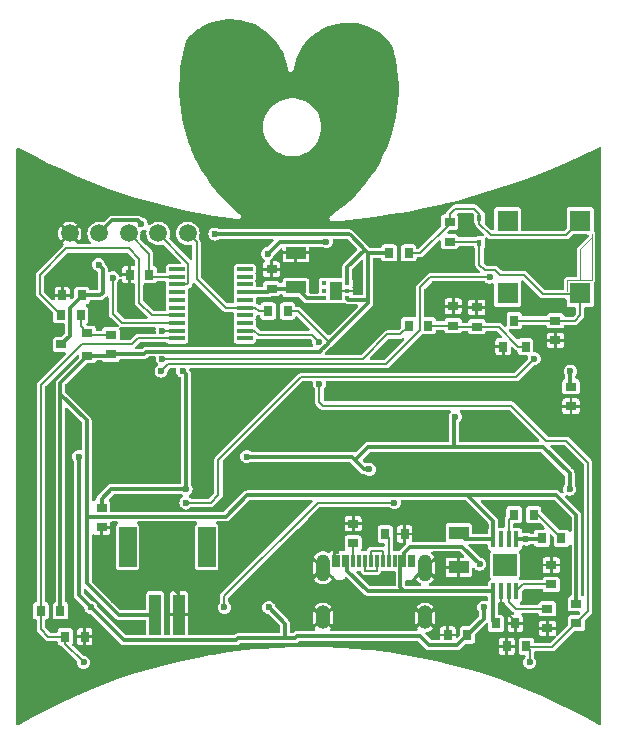
<source format=gbl>
%TF.GenerationSoftware,KiCad,Pcbnew,8.0.6*%
%TF.CreationDate,2024-12-09T18:11:45+01:00*%
%TF.ProjectId,Xmas,586d6173-2e6b-4696-9361-645f70636258,rev?*%
%TF.SameCoordinates,Original*%
%TF.FileFunction,Copper,L2,Bot*%
%TF.FilePolarity,Positive*%
%FSLAX46Y46*%
G04 Gerber Fmt 4.6, Leading zero omitted, Abs format (unit mm)*
G04 Created by KiCad (PCBNEW 8.0.6) date 2024-12-09 18:11:45*
%MOMM*%
%LPD*%
G01*
G04 APERTURE LIST*
%TA.AperFunction,SMDPad,CuDef*%
%ADD10R,0.950000X0.800000*%
%TD*%
%TA.AperFunction,SMDPad,CuDef*%
%ADD11R,1.350000X0.400000*%
%TD*%
%TA.AperFunction,SMDPad,CuDef*%
%ADD12R,0.800000X0.950000*%
%TD*%
%TA.AperFunction,SMDPad,CuDef*%
%ADD13R,0.450000X0.300000*%
%TD*%
%TA.AperFunction,SMDPad,CuDef*%
%ADD14R,1.000000X1.600000*%
%TD*%
%TA.AperFunction,SMDPad,CuDef*%
%ADD15R,1.750000X1.125000*%
%TD*%
%TA.AperFunction,SMDPad,CuDef*%
%ADD16R,0.450000X0.590000*%
%TD*%
%TA.AperFunction,SMDPad,CuDef*%
%ADD17R,0.800000X0.900000*%
%TD*%
%TA.AperFunction,SMDPad,CuDef*%
%ADD18R,0.300000X1.140000*%
%TD*%
%TA.AperFunction,ComponentPad*%
%ADD19O,1.200000X2.000000*%
%TD*%
%TA.AperFunction,ComponentPad*%
%ADD20O,1.200000X2.300000*%
%TD*%
%TA.AperFunction,SMDPad,CuDef*%
%ADD21C,1.500000*%
%TD*%
%TA.AperFunction,SMDPad,CuDef*%
%ADD22R,1.000000X3.500000*%
%TD*%
%TA.AperFunction,SMDPad,CuDef*%
%ADD23R,1.500000X3.400000*%
%TD*%
%TA.AperFunction,SMDPad,CuDef*%
%ADD24R,0.450000X1.400000*%
%TD*%
%TA.AperFunction,SMDPad,CuDef*%
%ADD25R,2.000000X1.880000*%
%TD*%
%TA.AperFunction,SMDPad,CuDef*%
%ADD26R,0.900000X0.800000*%
%TD*%
%TA.AperFunction,SMDPad,CuDef*%
%ADD27R,1.800000X1.800000*%
%TD*%
%TA.AperFunction,ViaPad*%
%ADD28C,0.600000*%
%TD*%
%TA.AperFunction,Conductor*%
%ADD29C,0.000000*%
%TD*%
%TA.AperFunction,Conductor*%
%ADD30C,0.200000*%
%TD*%
%TA.AperFunction,Conductor*%
%ADD31C,0.350000*%
%TD*%
%TA.AperFunction,Conductor*%
%ADD32C,0.300000*%
%TD*%
G04 APERTURE END LIST*
D10*
%TO.P,R4,1*%
%TO.N,GND*%
X145200000Y-111225000D03*
%TO.P,R4,2*%
%TO.N,Net-(IC2-PROG)*%
X145200000Y-109575000D03*
%TD*%
D11*
%TO.P,IC1,1,PB7*%
%TO.N,unconnected-(IC1-PB7-Pad1)*%
X119575000Y-80825000D03*
%TO.P,IC1,2,PC14*%
%TO.N,unconnected-(IC1-PC14-Pad2)*%
X119575000Y-81475000D03*
%TO.P,IC1,3,PC15*%
%TO.N,unconnected-(IC1-PC15-Pad3)*%
X119575000Y-82125000D03*
%TO.P,IC1,4,VDD*%
%TO.N,3V3*%
X119575000Y-82775000D03*
%TO.P,IC1,5,VSS*%
%TO.N,unconnected-(IC1-VSS-Pad5)*%
X119575000Y-83425000D03*
%TO.P,IC1,6,NRST*%
%TO.N,/RST*%
X119575000Y-84075000D03*
%TO.P,IC1,7,PA0*%
%TO.N,unconnected-(IC1-PA0-Pad7)*%
X119575000Y-84725000D03*
%TO.P,IC1,8,PA1*%
%TO.N,unconnected-(IC1-PA1-Pad8)*%
X119575000Y-85375000D03*
%TO.P,IC1,9,PA2*%
%TO.N,/BTN1*%
X119575000Y-86025000D03*
%TO.P,IC1,10,PA3*%
%TO.N,unconnected-(IC1-PA3-Pad10)*%
X119575000Y-86675000D03*
%TO.P,IC1,11,PA4*%
%TO.N,/BTN2*%
X113825000Y-86675000D03*
%TO.P,IC1,12,PA5*%
%TO.N,/BUZZER*%
X113825000Y-86025000D03*
%TO.P,IC1,13,PA6*%
%TO.N,/DIN*%
X113825000Y-85375000D03*
%TO.P,IC1,14,PA7*%
%TO.N,/PERIPH_SUPPLY*%
X113825000Y-84725000D03*
%TO.P,IC1,15,PA8*%
%TO.N,unconnected-(IC1-PA8-Pad15)*%
X113825000Y-84075000D03*
%TO.P,IC1,16,PA11*%
%TO.N,unconnected-(IC1-PA11-Pad16)*%
X113825000Y-83425000D03*
%TO.P,IC1,17,PA12*%
%TO.N,unconnected-(IC1-PA12-Pad17)*%
X113825000Y-82775000D03*
%TO.P,IC1,18,PA13*%
%TO.N,/SW_DIO*%
X113825000Y-82125000D03*
%TO.P,IC1,19,BOOT0*%
%TO.N,/SW_CLK*%
X113825000Y-81475000D03*
%TO.P,IC1,20,PB6*%
%TO.N,unconnected-(IC1-PB6-Pad20)*%
X113825000Y-80825000D03*
%TD*%
D12*
%TO.P,C2,1*%
%TO.N,GND*%
X142500000Y-110825000D03*
%TO.P,C2,2*%
%TO.N,VUSB*%
X140850000Y-110825000D03*
%TD*%
D10*
%TO.P,C5,1*%
%TO.N,GND*%
X107450000Y-102685000D03*
%TO.P,C5,2*%
%TO.N,WS_SUPPLY*%
X107450000Y-101035000D03*
%TD*%
%TO.P,R11,1*%
%TO.N,Net-(Q1-G)*%
X108250000Y-86375000D03*
%TO.P,R11,2*%
%TO.N,VDD*%
X108250000Y-88025000D03*
%TD*%
D12*
%TO.P,C10,1*%
%TO.N,GND*%
X106025000Y-111950000D03*
%TO.P,C10,2*%
%TO.N,/BTN2*%
X104375000Y-111950000D03*
%TD*%
D10*
%TO.P,R2,1*%
%TO.N,Net-(CONN2-CC2)*%
X128750000Y-104025000D03*
%TO.P,R2,2*%
%TO.N,GND*%
X128750000Y-102375000D03*
%TD*%
D12*
%TO.P,R10,1*%
%TO.N,/BTN2*%
X102325000Y-109750000D03*
%TO.P,R10,2*%
%TO.N,VDD*%
X103975000Y-109750000D03*
%TD*%
%TO.P,R7,1*%
%TO.N,VDD*%
X123205000Y-84370000D03*
%TO.P,R7,2*%
%TO.N,/RST*%
X121555000Y-84370000D03*
%TD*%
%TO.P,R8,1*%
%TO.N,GND*%
X109825000Y-81300000D03*
%TO.P,R8,2*%
%TO.N,/SW_CLK*%
X111475000Y-81300000D03*
%TD*%
D13*
%TO.P,U1,1,OUT*%
%TO.N,3V3*%
X126300000Y-83300000D03*
%TO.P,U1,2*%
%TO.N,N/C*%
X126300000Y-82650000D03*
%TO.P,U1,3,PG*%
%TO.N,unconnected-(U1-PG-Pad3)*%
X126300000Y-82000000D03*
%TO.P,U1,4,EN*%
%TO.N,VDD*%
X128250000Y-82000000D03*
%TO.P,U1,5,GND*%
%TO.N,GND*%
X128250000Y-82650000D03*
%TO.P,U1,6,VIN*%
%TO.N,VDD*%
X128250000Y-83300000D03*
D14*
%TO.P,U1,TP*%
%TO.N,GND*%
X127275000Y-82650000D03*
%TD*%
D15*
%TO.P,C8,1*%
%TO.N,GND*%
X123900000Y-79437500D03*
%TO.P,C8,2*%
%TO.N,3V3*%
X123900000Y-82362500D03*
%TD*%
D10*
%TO.P,C4,1*%
%TO.N,GND*%
X147200000Y-92425000D03*
%TO.P,C4,2*%
%TO.N,WS_SUPPLY*%
X147200000Y-90775000D03*
%TD*%
D12*
%TO.P,R3,1*%
%TO.N,Net-(IC2-CHRG)*%
X142375000Y-101600000D03*
%TO.P,R3,2*%
%TO.N,Net-(LED13-K)*%
X144025000Y-101600000D03*
%TD*%
D10*
%TO.P,C7,1*%
%TO.N,GND*%
X121850000Y-80825000D03*
%TO.P,C7,2*%
%TO.N,3V3*%
X121850000Y-82475000D03*
%TD*%
D16*
%TO.P,D1,A,A*%
%TO.N,Net-(Q2-D)*%
X139450000Y-78595000D03*
%TO.P,D1,K,K*%
%TO.N,Net-(C13-Pad2)*%
X139450000Y-76485000D03*
%TD*%
D17*
%TO.P,Q2,1,G*%
%TO.N,Net-(Q2-G)*%
X143350000Y-87375000D03*
%TO.P,Q2,2,D*%
%TO.N,Net-(Q2-D)*%
X142400000Y-85175000D03*
%TO.P,Q2,3,S*%
%TO.N,GND*%
X141450000Y-87375000D03*
%TD*%
D12*
%TO.P,LED13,1,A*%
%TO.N,VUSB*%
X144737000Y-103600000D03*
%TO.P,LED13,2,K*%
%TO.N,Net-(LED13-K)*%
X146387000Y-103600000D03*
%TD*%
D18*
%TO.P,CONN2,A1,GND*%
%TO.N,GND*%
X133860000Y-105530000D03*
%TO.P,CONN2,A4,VBUS*%
%TO.N,VUSB*%
X133060000Y-105530000D03*
%TO.P,CONN2,A5,CC1*%
%TO.N,Net-(CONN2-CC1)*%
X131760000Y-105530000D03*
%TO.P,CONN2,A6,DP1*%
%TO.N,Net-(CONN2-DP1)*%
X130760000Y-105530000D03*
%TO.P,CONN2,A7,DN1*%
%TO.N,Net-(CONN2-DN1)*%
X130260000Y-105530000D03*
%TO.P,CONN2,A8,SBU1*%
%TO.N,unconnected-(CONN2-SBU1-PadA8)*%
X129260000Y-105530000D03*
%TO.P,CONN2,A9,VBUS*%
%TO.N,VUSB*%
X127960000Y-105530000D03*
%TO.P,CONN2,A12,GND*%
%TO.N,GND*%
X127160000Y-105530000D03*
%TO.P,CONN2,B1,GND*%
X127460000Y-105530000D03*
%TO.P,CONN2,B4,VBUS*%
%TO.N,VUSB*%
X128260000Y-105530000D03*
%TO.P,CONN2,B5,CC2*%
%TO.N,Net-(CONN2-CC2)*%
X128760000Y-105530000D03*
%TO.P,CONN2,B6,DP2*%
%TO.N,Net-(CONN2-DP1)*%
X129760000Y-105530000D03*
%TO.P,CONN2,B7,DN2*%
%TO.N,Net-(CONN2-DN1)*%
X131260000Y-105530000D03*
%TO.P,CONN2,B8,SBU2*%
%TO.N,unconnected-(CONN2-SBU2-PadB8)*%
X132260000Y-105530000D03*
%TO.P,CONN2,B9,VBUS*%
%TO.N,VUSB*%
X132760000Y-105530000D03*
%TO.P,CONN2,B12,GND*%
%TO.N,GND*%
X133560000Y-105530000D03*
D19*
%TO.P,CONN2,SH,SHIELD*%
X134835000Y-110300000D03*
D20*
X134835000Y-106120000D03*
D19*
X126185000Y-110300000D03*
D20*
X126185000Y-106120000D03*
%TD*%
D12*
%TO.P,R6,1*%
%TO.N,/PERIPH_SUPPLY*%
X104025000Y-84700000D03*
%TO.P,R6,2*%
%TO.N,Net-(Q1-G)*%
X105675000Y-84700000D03*
%TD*%
D10*
%TO.P,R9,1*%
%TO.N,/BTN1*%
X147650000Y-110800000D03*
%TO.P,R9,2*%
%TO.N,VDD*%
X147650000Y-109150000D03*
%TD*%
D21*
%TO.P,TP2,1,TP*%
%TO.N,VDD*%
X107250000Y-77800000D03*
%TD*%
D12*
%TO.P,C6,1*%
%TO.N,GND*%
X136775000Y-111800000D03*
%TO.P,C6,2*%
%TO.N,WS_SUPPLY*%
X138425000Y-111800000D03*
%TD*%
D22*
%TO.P,CONN1,+,+*%
%TO.N,VDD*%
X112000000Y-110100000D03*
%TO.P,CONN1,-,-*%
%TO.N,GND*%
X114000000Y-110100000D03*
D23*
%TO.P,CONN1,PAD*%
%TO.N,unconnected-(CONN1-PadPAD)*%
X116350000Y-104350000D03*
X109650000Y-104350000D03*
%TD*%
D24*
%TO.P,IC2,1,TEMP*%
%TO.N,Net-(IC2-TEMP)*%
X142575000Y-108075000D03*
%TO.P,IC2,2,PROG*%
%TO.N,Net-(IC2-PROG)*%
X141925000Y-108075000D03*
%TO.P,IC2,3,GND*%
%TO.N,GND*%
X141275000Y-108075000D03*
%TO.P,IC2,4,VCC*%
%TO.N,VUSB*%
X140625000Y-108075000D03*
%TO.P,IC2,5,BAT*%
%TO.N,VDD*%
X140625000Y-103675000D03*
%TO.P,IC2,6,STDBY*%
%TO.N,unconnected-(IC2-STDBY-Pad6)*%
X141275000Y-103675000D03*
%TO.P,IC2,7,CHRG*%
%TO.N,Net-(IC2-CHRG)*%
X141925000Y-103675000D03*
%TO.P,IC2,8,CE*%
%TO.N,VUSB*%
X142575000Y-103675000D03*
D25*
%TO.P,IC2,PAD*%
%TO.N,N/C*%
X141600000Y-105875000D03*
%TD*%
D10*
%TO.P,R5,1*%
%TO.N,GND*%
X145525000Y-105875000D03*
%TO.P,R5,2*%
%TO.N,Net-(IC2-TEMP)*%
X145525000Y-107525000D03*
%TD*%
D21*
%TO.P,TP5,1,TP*%
%TO.N,/RST*%
X114750000Y-77800000D03*
%TD*%
D12*
%TO.P,C9,1*%
%TO.N,GND*%
X141775000Y-112750000D03*
%TO.P,C9,2*%
%TO.N,/BTN1*%
X143425000Y-112750000D03*
%TD*%
D21*
%TO.P,TP3,1,TP*%
%TO.N,/SW_CLK*%
X109750000Y-77800000D03*
%TD*%
D10*
%TO.P,C13,1*%
%TO.N,Net-(Q2-D)*%
X136930000Y-78485000D03*
%TO.P,C13,2*%
%TO.N,Net-(C13-Pad2)*%
X136930000Y-76835000D03*
%TD*%
%TO.P,C11,1*%
%TO.N,GND*%
X137225000Y-83950000D03*
%TO.P,C11,2*%
%TO.N,Net-(Q2-G)*%
X137225000Y-85600000D03*
%TD*%
D12*
%TO.P,R12,1*%
%TO.N,/BUZZER*%
X133475000Y-85600000D03*
%TO.P,R12,2*%
%TO.N,Net-(Q2-G)*%
X135125000Y-85600000D03*
%TD*%
D15*
%TO.P,C3,1*%
%TO.N,GND*%
X137700000Y-106062500D03*
%TO.P,C3,2*%
%TO.N,VDD*%
X137700000Y-103137500D03*
%TD*%
D21*
%TO.P,TP1,1,TP*%
%TO.N,GND*%
X104750000Y-77800000D03*
%TD*%
D26*
%TO.P,Q1,1,G*%
%TO.N,Net-(Q1-G)*%
X106250000Y-86250000D03*
%TO.P,Q1,2,D*%
%TO.N,WS_SUPPLY*%
X104050000Y-87200000D03*
%TO.P,Q1,3,S*%
%TO.N,VDD*%
X106250000Y-88150000D03*
%TD*%
D21*
%TO.P,TP4,1,TP*%
%TO.N,/SW_DIO*%
X112250000Y-77800000D03*
%TD*%
D27*
%TO.P,SPK1,+,+*%
%TO.N,Net-(C13-Pad2)*%
X147975000Y-76725000D03*
%TO.P,SPK1,-,-*%
%TO.N,Net-(Q2-D)*%
X147975000Y-82875000D03*
%TO.P,SPK1,DUMMY*%
%TO.N,N/C*%
X141825000Y-82875000D03*
X141825000Y-76725000D03*
%TD*%
D12*
%TO.P,R14,1*%
%TO.N,Net-(C13-Pad2)*%
X133450000Y-79450000D03*
%TO.P,R14,2*%
%TO.N,VDD*%
X131800000Y-79450000D03*
%TD*%
D10*
%TO.P,R13,1*%
%TO.N,GND*%
X139230000Y-84055000D03*
%TO.P,R13,2*%
%TO.N,Net-(Q2-G)*%
X139230000Y-85705000D03*
%TD*%
D12*
%TO.P,R1,1*%
%TO.N,Net-(CONN2-CC1)*%
X131475000Y-103250000D03*
%TO.P,R1,2*%
%TO.N,GND*%
X133125000Y-103250000D03*
%TD*%
%TO.P,C1,1*%
%TO.N,GND*%
X104125000Y-83050000D03*
%TO.P,C1,2*%
%TO.N,WS_SUPPLY*%
X105775000Y-83050000D03*
%TD*%
D10*
%TO.P,C12,1*%
%TO.N,GND*%
X145875000Y-86850000D03*
%TO.P,C12,2*%
%TO.N,Net-(Q2-D)*%
X145875000Y-85200000D03*
%TD*%
D28*
%TO.N,/DIN*%
X108400000Y-81550000D03*
%TO.N,WS_SUPPLY*%
X121615000Y-109450000D03*
X137400000Y-93325000D03*
X119750000Y-96700000D03*
X121525000Y-79525000D03*
X106550000Y-109450000D03*
X130125000Y-97775000D03*
X114325000Y-89450000D03*
X105525000Y-96700000D03*
X126475000Y-78500000D03*
X147150000Y-89450000D03*
X114600000Y-99450000D03*
X139800000Y-109450000D03*
X107200000Y-80450000D03*
X147075000Y-99450000D03*
%TO.N,VDD*%
X117050000Y-77850000D03*
X110800000Y-77000000D03*
%TO.N,/BTN1*%
X125830000Y-86960000D03*
X125900000Y-90550000D03*
X143711250Y-114111250D03*
%TO.N,VUSB*%
X143425000Y-103675000D03*
X139475000Y-105800000D03*
%TO.N,GND*%
X132175000Y-85575000D03*
X139500000Y-104600000D03*
X143200000Y-84300000D03*
X109800000Y-90600000D03*
X116600000Y-99400000D03*
X131500000Y-88050000D03*
X104800000Y-104400000D03*
X103000000Y-96400000D03*
X144100000Y-84300000D03*
X140500000Y-79900000D03*
X141000000Y-100750000D03*
X110000000Y-86100000D03*
X139900000Y-82800000D03*
X113200000Y-76800000D03*
X123900000Y-80850000D03*
X107400000Y-84200000D03*
X103000000Y-93800000D03*
X102150000Y-78500000D03*
X111200000Y-86000000D03*
X117900000Y-110500000D03*
X131225000Y-85575000D03*
X147475000Y-97475000D03*
X118025000Y-79950000D03*
X136700000Y-82800000D03*
X116275000Y-79950000D03*
X112525000Y-83650000D03*
X147000000Y-84300000D03*
X121350000Y-85775000D03*
X130775000Y-77475000D03*
X115800000Y-99400000D03*
X140250000Y-100750000D03*
X109900000Y-84000000D03*
X116500000Y-87000000D03*
X117100000Y-79950000D03*
X145000000Y-84300000D03*
X145575000Y-97925000D03*
X116175000Y-110800000D03*
X139470000Y-107010000D03*
X121400000Y-87100000D03*
X104800000Y-105600000D03*
X107400000Y-85100000D03*
X110375000Y-111250000D03*
X138800000Y-82800000D03*
X137700000Y-82800000D03*
X122200000Y-111400000D03*
X104750000Y-75800000D03*
X122600000Y-96000000D03*
X111600000Y-83625000D03*
X140300000Y-87500000D03*
X121600000Y-96000000D03*
X108400000Y-80100000D03*
X111650000Y-82800000D03*
X110800000Y-84700000D03*
X146100000Y-74900000D03*
X127150000Y-103650000D03*
X104800000Y-103200000D03*
X108525000Y-108800000D03*
X147100000Y-74900000D03*
X103400000Y-81600000D03*
X137680000Y-107260000D03*
X103000000Y-92200000D03*
X131700000Y-97700000D03*
X143000000Y-98500000D03*
X110600000Y-90600000D03*
X123800000Y-96000000D03*
X101500000Y-117400000D03*
X148100000Y-74900000D03*
X127250000Y-108050000D03*
X126100000Y-103650000D03*
X115400000Y-87000000D03*
X122175000Y-85775000D03*
X143600000Y-108800000D03*
X118250000Y-81550000D03*
X140050000Y-94900000D03*
X128800000Y-101300000D03*
X132000000Y-107200000D03*
X135550000Y-77500000D03*
X112600000Y-80800000D03*
X102550000Y-75800000D03*
X116600000Y-99400000D03*
X129100000Y-91450000D03*
X112550000Y-82825000D03*
X104900000Y-110300000D03*
X129200000Y-82700000D03*
X140500000Y-79200000D03*
X117400000Y-87000000D03*
X110400000Y-100550000D03*
X122200000Y-87100000D03*
X108525000Y-107300000D03*
X143000000Y-91150000D03*
X109900000Y-83100000D03*
X143000000Y-97600000D03*
X138300000Y-76900000D03*
%TO.N,/BTN2*%
X105938749Y-114111251D03*
%TO.N,Net-(LED3-DO)*%
X112500000Y-89450000D03*
X140300000Y-81500000D03*
%TO.N,/BUZZER*%
X112600000Y-88450000D03*
X112575000Y-86025000D03*
%TO.N,Net-(LED6-DO)*%
X114600000Y-100600000D03*
X144085000Y-88415000D03*
%TO.N,Net-(LED10-DI)*%
X117850000Y-109450000D03*
X132250000Y-100600000D03*
%TD*%
D29*
%TO.N,*%
X147975000Y-81775000D02*
X149000000Y-81775000D01*
X148750000Y-81760000D02*
X148750000Y-81775000D01*
X149000000Y-81775000D02*
X149000000Y-77825000D01*
X146840000Y-82650000D02*
X146840000Y-81810000D01*
X148750000Y-81775000D02*
X147975000Y-81775000D01*
X149000000Y-78100000D02*
X147975000Y-79125000D01*
X147975000Y-79125000D02*
X147975000Y-81775000D01*
X146840000Y-81810000D02*
X146890000Y-81760000D01*
X149000000Y-77825000D02*
X149000000Y-78100000D01*
X146890000Y-81760000D02*
X148750000Y-81760000D01*
D30*
%TO.N,/DIN*%
X109225000Y-85375000D02*
X113825000Y-85375000D01*
X108400000Y-81550000D02*
X108400000Y-84600000D01*
X108450000Y-84600000D02*
X109225000Y-85375000D01*
X108400000Y-84600000D02*
X108450000Y-84600000D01*
D31*
%TO.N,WS_SUPPLY*%
X104800000Y-86450000D02*
X104050000Y-87200000D01*
X123843242Y-112075000D02*
X123000000Y-112075000D01*
X114325000Y-89450000D02*
X114600000Y-89725000D01*
X107450000Y-100290000D02*
X107450000Y-101035000D01*
X114600000Y-99450000D02*
X108290000Y-99450000D01*
X107200000Y-80450000D02*
X107550000Y-80800000D01*
X128900000Y-96975000D02*
X129500000Y-97575000D01*
D32*
X139800000Y-109450000D02*
X139800000Y-110425000D01*
D31*
X137300000Y-95875000D02*
X144825000Y-95875000D01*
X121525000Y-79525000D02*
X122550000Y-78500000D01*
X107350000Y-83050000D02*
X105775000Y-83050000D01*
X134422026Y-111876621D02*
X124041621Y-111876621D01*
X105775000Y-83125000D02*
X104800000Y-84100000D01*
X147075000Y-98125000D02*
X147075000Y-99450000D01*
X144825000Y-95875000D02*
X147075000Y-98125000D01*
X130000000Y-95875000D02*
X137300000Y-95875000D01*
X129500000Y-97575000D02*
X129700000Y-97775000D01*
X105775000Y-83050000D02*
X105775000Y-83125000D01*
X108290000Y-99450000D02*
X107450000Y-100290000D01*
X135195405Y-112650000D02*
X134422026Y-111876621D01*
X128900000Y-96975000D02*
X130000000Y-95875000D01*
X124041621Y-111876621D02*
X123843242Y-112075000D01*
X114600000Y-89725000D02*
X114600000Y-99450000D01*
X128625000Y-96700000D02*
X128900000Y-96975000D01*
X106550000Y-109450000D02*
X105525000Y-108425000D01*
X122550000Y-78500000D02*
X126475000Y-78500000D01*
X104800000Y-84100000D02*
X104800000Y-86450000D01*
X147150000Y-89450000D02*
X147150000Y-90725000D01*
X123000000Y-112075000D02*
X118990000Y-112075000D01*
X147150000Y-90725000D02*
X147200000Y-90775000D01*
X118840000Y-112225000D02*
X109325000Y-112225000D01*
X137300000Y-93425000D02*
X137400000Y-93325000D01*
X107550000Y-82850000D02*
X107350000Y-83050000D01*
D32*
X139800000Y-110425000D02*
X138425000Y-111800000D01*
D31*
X121615000Y-109450000D02*
X123000000Y-110835000D01*
X109325000Y-112225000D02*
X106550000Y-109450000D01*
X118990000Y-112075000D02*
X118840000Y-112225000D01*
X137575000Y-112650000D02*
X135195405Y-112650000D01*
X137300000Y-95875000D02*
X137300000Y-93425000D01*
X129700000Y-97775000D02*
X130125000Y-97775000D01*
X105525000Y-108425000D02*
X105525000Y-96700000D01*
X107550000Y-80800000D02*
X107550000Y-82850000D01*
X123000000Y-110835000D02*
X123000000Y-112075000D01*
X138425000Y-111800000D02*
X137575000Y-112650000D01*
X119750000Y-96700000D02*
X128625000Y-96700000D01*
D32*
%TO.N,VDD*%
X118450000Y-77850000D02*
X118200000Y-77850000D01*
X126500000Y-87209239D02*
X126704620Y-87004620D01*
X138237500Y-103675000D02*
X137700000Y-103137500D01*
X129737500Y-79162500D02*
X128250000Y-80650000D01*
X106215000Y-107409239D02*
X108905761Y-110100000D01*
D30*
X123205000Y-84370000D02*
X124088529Y-84370000D01*
D32*
X106215000Y-101600000D02*
X106215000Y-107409239D01*
X128250000Y-80650000D02*
X128250000Y-82000000D01*
X103975000Y-91400000D02*
X103975000Y-109750000D01*
D30*
X126704620Y-86986091D02*
X126704620Y-87004620D01*
D32*
X106215000Y-101600000D02*
X106400000Y-101785000D01*
X125909239Y-87800000D02*
X126104620Y-87604620D01*
X129737500Y-79162500D02*
X130025000Y-79450000D01*
X130025000Y-83400000D02*
X128350000Y-83400000D01*
X108905761Y-110100000D02*
X112000000Y-110100000D01*
X130025000Y-83684239D02*
X130025000Y-83400000D01*
X145962000Y-99950000D02*
X138400000Y-99950000D01*
X125909240Y-87800000D02*
X126104620Y-87604620D01*
X130025000Y-83300000D02*
X130025000Y-79450000D01*
X147650000Y-101638000D02*
X145962000Y-99950000D01*
X111240710Y-87800000D02*
X125909240Y-87800000D01*
X111015710Y-88025000D02*
X111240710Y-87800000D01*
X103975000Y-90425000D02*
X103975000Y-91400000D01*
X117965000Y-101785000D02*
X119800000Y-99950000D01*
X103975000Y-91400000D02*
X106215000Y-93640000D01*
X130025000Y-79450000D02*
X131800000Y-79450000D01*
X128537500Y-77962500D02*
X129737500Y-79162500D01*
X130025000Y-83400000D02*
X130025000Y-83300000D01*
X128425000Y-77850000D02*
X118450000Y-77850000D01*
X118450000Y-77850000D02*
X118300000Y-77850000D01*
X110500000Y-76700000D02*
X108350000Y-76700000D01*
X126104620Y-87604620D02*
X126500000Y-87209239D01*
X106250000Y-88150000D02*
X103975000Y-90425000D01*
X128537500Y-77962500D02*
X128425000Y-77850000D01*
X119800000Y-99950000D02*
X138400000Y-99950000D01*
X106400000Y-101785000D02*
X117965000Y-101785000D01*
X108350000Y-76700000D02*
X107250000Y-77800000D01*
X126704620Y-87004620D02*
X130025000Y-83684239D01*
X140625000Y-103675000D02*
X138237500Y-103675000D01*
D30*
X124088529Y-84370000D02*
X126704620Y-86986091D01*
D32*
X106250000Y-88150000D02*
X108125000Y-88150000D01*
X110800000Y-77000000D02*
X110500000Y-76700000D01*
X128350000Y-83400000D02*
X128250000Y-83300000D01*
X111015710Y-88025000D02*
X108250000Y-88025000D01*
X140625000Y-102175000D02*
X140625000Y-103675000D01*
X147650000Y-109150000D02*
X147650000Y-101638000D01*
X118200000Y-77850000D02*
X117050000Y-77850000D01*
X106215000Y-93640000D02*
X106215000Y-101600000D01*
X138400000Y-99950000D02*
X140625000Y-102175000D01*
D30*
%TO.N,/BTN1*%
X148650000Y-97225000D02*
X146775000Y-95350000D01*
X143711250Y-114111250D02*
X143711250Y-113036250D01*
X120750000Y-86375000D02*
X125245000Y-86375000D01*
X120400000Y-86025000D02*
X120750000Y-86375000D01*
X145100000Y-95350000D02*
X142130000Y-92380000D01*
X143425000Y-112750000D02*
X143512500Y-112837500D01*
X119575000Y-86025000D02*
X120400000Y-86025000D01*
X145612500Y-112837500D02*
X147650000Y-110800000D01*
X125245000Y-86375000D02*
X125830000Y-86960000D01*
X125900000Y-92100000D02*
X125900000Y-90550000D01*
X143711250Y-113036250D02*
X143425000Y-112750000D01*
X147650000Y-110800000D02*
X148650000Y-109800000D01*
X146775000Y-95350000D02*
X145100000Y-95350000D01*
X126180000Y-92380000D02*
X125900000Y-92100000D01*
X148650000Y-109800000D02*
X148650000Y-97225000D01*
X142130000Y-92380000D02*
X126180000Y-92380000D01*
X143512500Y-112837500D02*
X145612500Y-112837500D01*
%TO.N,Net-(Q2-G)*%
X141080000Y-85705000D02*
X139230000Y-85705000D01*
X137330000Y-85705000D02*
X137225000Y-85600000D01*
X139230000Y-85705000D02*
X137330000Y-85705000D01*
X143350000Y-87375000D02*
X142750000Y-87375000D01*
X135125000Y-85600000D02*
X137225000Y-85600000D01*
X142750000Y-87375000D02*
X141080000Y-85705000D01*
%TO.N,Net-(Q2-D)*%
X147525000Y-85200000D02*
X147975000Y-84750000D01*
X145875000Y-85200000D02*
X147525000Y-85200000D01*
X147975000Y-84750000D02*
X147975000Y-82875000D01*
X143200000Y-81300000D02*
X144850000Y-82950000D01*
X141200000Y-81300000D02*
X143200000Y-81300000D01*
X139450000Y-78595000D02*
X139450000Y-80450000D01*
X139450000Y-80450000D02*
X139900000Y-80900000D01*
X136930000Y-78485000D02*
X139340000Y-78485000D01*
X144850000Y-82950000D02*
X147900000Y-82950000D01*
X139900000Y-80900000D02*
X140800000Y-80900000D01*
X145850000Y-85175000D02*
X145875000Y-85200000D01*
X140800000Y-80900000D02*
X141200000Y-81300000D01*
X142400000Y-85175000D02*
X145850000Y-85175000D01*
%TO.N,Net-(C13-Pad2)*%
X134448529Y-79450000D02*
X133450000Y-79450000D01*
X137400000Y-75700000D02*
X139000000Y-75700000D01*
X139000000Y-75700000D02*
X139450000Y-76150000D01*
X136930000Y-76835000D02*
X136930000Y-76968529D01*
X136930000Y-76968529D02*
X134448529Y-79450000D01*
X139450000Y-76150000D02*
X139450000Y-76485000D01*
X136930000Y-76835000D02*
X136930000Y-76170000D01*
X140395000Y-77925000D02*
X139450000Y-76980000D01*
X139450000Y-76980000D02*
X139450000Y-76485000D01*
X140395000Y-77925000D02*
X146775000Y-77925000D01*
X136930000Y-76170000D02*
X137400000Y-75700000D01*
X147740000Y-76725000D02*
X147975000Y-76725000D01*
X146775000Y-77925000D02*
X147975000Y-76725000D01*
%TO.N,Net-(CONN2-DP1)*%
X129760000Y-106350000D02*
X129810000Y-106400000D01*
X130760000Y-106350000D02*
X130760000Y-105530000D01*
X130710000Y-106400000D02*
X130760000Y-106350000D01*
X129810000Y-106400000D02*
X130710000Y-106400000D01*
X129760000Y-105530000D02*
X129760000Y-106350000D01*
D32*
%TO.N,VUSB*%
X128260000Y-106350000D02*
X129985000Y-108075000D01*
D30*
X140625000Y-110600000D02*
X140850000Y-110825000D01*
D32*
X129985000Y-108075000D02*
X133075000Y-108075000D01*
X133600000Y-104325000D02*
X133060000Y-104865000D01*
X133075000Y-108075000D02*
X132750000Y-107750000D01*
X142575000Y-103675000D02*
X143425000Y-103675000D01*
D30*
X144662000Y-103675000D02*
X144737000Y-103600000D01*
D32*
X140625000Y-108075000D02*
X140625000Y-110600000D01*
X133060000Y-104865000D02*
X133060000Y-105530000D01*
X138000000Y-104325000D02*
X133600000Y-104325000D01*
X128260000Y-105530000D02*
X128260000Y-106350000D01*
X143425000Y-103675000D02*
X144662000Y-103675000D01*
X140625000Y-108075000D02*
X133075000Y-108075000D01*
X132750000Y-107750000D02*
X132750000Y-105540000D01*
X139475000Y-105800000D02*
X138000000Y-104325000D01*
D30*
%TO.N,Net-(CONN2-DN1)*%
X131260000Y-104710000D02*
X131260000Y-105530000D01*
X131210000Y-104660000D02*
X131260000Y-104710000D01*
X130260000Y-104710000D02*
X130310000Y-104660000D01*
X130260000Y-105530000D02*
X130260000Y-104710000D01*
X130310000Y-104660000D02*
X131210000Y-104660000D01*
%TO.N,/PERIPH_SUPPLY*%
X104459925Y-79075000D02*
X102250000Y-81284925D01*
X110650000Y-79950000D02*
X110650000Y-83650000D01*
X104459925Y-79075000D02*
X109775000Y-79075000D01*
X111725000Y-84725000D02*
X113825000Y-84725000D01*
X102250000Y-82925000D02*
X104025000Y-84700000D01*
X109775000Y-79075000D02*
X110650000Y-79950000D01*
X110650000Y-83650000D02*
X111725000Y-84725000D01*
X102250000Y-81284925D02*
X102250000Y-82925000D01*
%TO.N,/SW_DIO*%
X114800000Y-80350000D02*
X114800000Y-82025000D01*
X114700000Y-82125000D02*
X113825000Y-82125000D01*
X114800000Y-82025000D02*
X114700000Y-82125000D01*
X112250000Y-77800000D02*
X114800000Y-80350000D01*
%TO.N,GND*%
X143000000Y-91850000D02*
X143575000Y-92425000D01*
X118250000Y-80175000D02*
X118025000Y-79950000D01*
X137500000Y-110700000D02*
X137500000Y-110800000D01*
X129150000Y-82650000D02*
X129200000Y-82700000D01*
X143575000Y-92425000D02*
X147200000Y-92425000D01*
X104125000Y-82325000D02*
X103400000Y-81600000D01*
X112400000Y-106800000D02*
X114000000Y-108400000D01*
X107450000Y-105250000D02*
X109000000Y-106800000D01*
X141275000Y-108075000D02*
X141275000Y-109375000D01*
X107450000Y-102685000D02*
X107450000Y-105250000D01*
X118250000Y-81550000D02*
X118250000Y-80175000D01*
X127275000Y-82650000D02*
X128250000Y-82650000D01*
X143000000Y-91150000D02*
X143000000Y-91850000D01*
X141275000Y-109375000D02*
X142500000Y-110600000D01*
X104125000Y-83050000D02*
X104125000Y-82325000D01*
X128250000Y-82650000D02*
X129150000Y-82650000D01*
X123900000Y-79437500D02*
X123900000Y-80850000D01*
X142500000Y-110600000D02*
X142500000Y-110825000D01*
X114000000Y-108400000D02*
X114000000Y-110100000D01*
X109000000Y-106800000D02*
X112400000Y-106800000D01*
%TO.N,/BTN2*%
X104375000Y-111950000D02*
X104375000Y-112547502D01*
X110050000Y-87150000D02*
X105800000Y-87150000D01*
X102325000Y-90625000D02*
X102325000Y-109750000D01*
X110525000Y-86675000D02*
X113825000Y-86675000D01*
X105800000Y-87150000D02*
X102325000Y-90625000D01*
X102950000Y-111950000D02*
X102325000Y-111325000D01*
X104375000Y-112547502D02*
X105938749Y-114111251D01*
X104375000Y-111950000D02*
X102950000Y-111950000D01*
X110050000Y-87150000D02*
X110525000Y-86675000D01*
X102325000Y-111325000D02*
X102325000Y-109750000D01*
%TO.N,Net-(LED3-DO)*%
X134425000Y-85975000D02*
X134425000Y-82375000D01*
X131550000Y-88850000D02*
X134425000Y-85975000D01*
X134425000Y-82375000D02*
X135300000Y-81500000D01*
X112500000Y-89450000D02*
X113100000Y-88850000D01*
X113100000Y-88850000D02*
X131550000Y-88850000D01*
X140300000Y-81500000D02*
X135300000Y-81500000D01*
X140300000Y-81500000D02*
X140400000Y-81400000D01*
%TO.N,/RST*%
X119575000Y-84075000D02*
X120450000Y-84075000D01*
X115500000Y-78550000D02*
X115500000Y-81625000D01*
X115500000Y-81625000D02*
X117950000Y-84075000D01*
X114750000Y-77800000D02*
X115500000Y-78550000D01*
X117950000Y-84075000D02*
X119575000Y-84075000D01*
X120745000Y-84370000D02*
X121555000Y-84370000D01*
X120450000Y-84075000D02*
X120745000Y-84370000D01*
%TO.N,/SW_CLK*%
X111475000Y-79525000D02*
X109750000Y-77800000D01*
X111475000Y-81300000D02*
X111475000Y-79525000D01*
X113825000Y-81475000D02*
X111650000Y-81475000D01*
%TO.N,/BUZZER*%
X132725000Y-86350000D02*
X131650000Y-86350000D01*
X129550000Y-88450000D02*
X112600000Y-88450000D01*
X113740000Y-86110000D02*
X113825000Y-86025000D01*
X133475000Y-85600000D02*
X132725000Y-86350000D01*
X131650000Y-86350000D02*
X129550000Y-88450000D01*
X113825000Y-86025000D02*
X112575000Y-86025000D01*
%TO.N,Net-(LED6-DO)*%
X142550000Y-89950000D02*
X144085000Y-88415000D01*
X117350000Y-99950000D02*
X117350000Y-96950000D01*
X114600000Y-100600000D02*
X116700000Y-100600000D01*
X117350000Y-96950000D02*
X124350000Y-89950000D01*
X116700000Y-100600000D02*
X117350000Y-99950000D01*
X124350000Y-89950000D02*
X142550000Y-89950000D01*
%TO.N,Net-(IC2-TEMP)*%
X143125000Y-107525000D02*
X142575000Y-108075000D01*
X145525000Y-107525000D02*
X143125000Y-107525000D01*
%TO.N,Net-(IC2-PROG)*%
X142525000Y-109575000D02*
X145200000Y-109575000D01*
X141925000Y-108975000D02*
X142525000Y-109575000D01*
X141925000Y-108075000D02*
X141925000Y-108975000D01*
%TO.N,Net-(Q1-G)*%
X106375000Y-86375000D02*
X106250000Y-86250000D01*
X108250000Y-86375000D02*
X106375000Y-86375000D01*
X105675000Y-84700000D02*
X105675000Y-85675000D01*
X105675000Y-85675000D02*
X106250000Y-86250000D01*
%TO.N,Net-(LED10-DI)*%
X125750000Y-100600000D02*
X117850000Y-108500000D01*
X132250000Y-100600000D02*
X125750000Y-100600000D01*
X117850000Y-108500000D02*
X117850000Y-109450000D01*
%TO.N,Net-(CONN2-CC1)*%
X131760000Y-103535000D02*
X131760000Y-105530000D01*
X131475000Y-103250000D02*
X131760000Y-103535000D01*
%TO.N,Net-(CONN2-CC2)*%
X128750000Y-105520000D02*
X128760000Y-105530000D01*
X128750000Y-104025000D02*
X128750000Y-105520000D01*
%TO.N,Net-(IC2-CHRG)*%
X141925000Y-103675000D02*
X141925000Y-102050000D01*
X141925000Y-102050000D02*
X142375000Y-101600000D01*
%TO.N,Net-(LED13-K)*%
X144387000Y-101600000D02*
X146387000Y-103600000D01*
X144025000Y-101600000D02*
X144387000Y-101600000D01*
D32*
%TO.N,3V3*%
X121850000Y-82475000D02*
X123787500Y-82475000D01*
X121850000Y-82475000D02*
X121550000Y-82775000D01*
X124837500Y-83300000D02*
X126300000Y-83300000D01*
X123787500Y-82475000D02*
X123900000Y-82362500D01*
X123900000Y-82362500D02*
X124837500Y-83300000D01*
X121550000Y-82775000D02*
X119575000Y-82775000D01*
%TD*%
%TA.AperFunction,Conductor*%
%TO.N,GND*%
G36*
X125271495Y-100370185D02*
G01*
X125317250Y-100422989D01*
X125327194Y-100492147D01*
X125298169Y-100555703D01*
X125292137Y-100562181D01*
X117569531Y-108284786D01*
X117569527Y-108284791D01*
X117528724Y-108355464D01*
X117528722Y-108355470D01*
X117523386Y-108364712D01*
X117519770Y-108378207D01*
X117499500Y-108453856D01*
X117499500Y-108963908D01*
X117479815Y-109030947D01*
X117461913Y-109050412D01*
X117463129Y-109051628D01*
X117457384Y-109057372D01*
X117369137Y-109172377D01*
X117313671Y-109306287D01*
X117313670Y-109306291D01*
X117298569Y-109420996D01*
X117294750Y-109450000D01*
X117313670Y-109593709D01*
X117313670Y-109593710D01*
X117313671Y-109593712D01*
X117369137Y-109727622D01*
X117369138Y-109727623D01*
X117369139Y-109727625D01*
X117457379Y-109842621D01*
X117572375Y-109930861D01*
X117572376Y-109930861D01*
X117572377Y-109930862D01*
X117599622Y-109942147D01*
X117706291Y-109986330D01*
X117833280Y-110003048D01*
X117849999Y-110005250D01*
X117850000Y-110005250D01*
X117850001Y-110005250D01*
X117864977Y-110003278D01*
X117993709Y-109986330D01*
X118127625Y-109930861D01*
X118242621Y-109842621D01*
X118330861Y-109727625D01*
X118386330Y-109593709D01*
X118405250Y-109450000D01*
X118386330Y-109306291D01*
X118332886Y-109177264D01*
X118330862Y-109172377D01*
X118330861Y-109172376D01*
X118330861Y-109172375D01*
X118242621Y-109057379D01*
X118242619Y-109057377D01*
X118242615Y-109057372D01*
X118236871Y-109051628D01*
X118239387Y-109049111D01*
X118207797Y-109005817D01*
X118200500Y-108963908D01*
X118200500Y-108696544D01*
X118220185Y-108629505D01*
X118236819Y-108608863D01*
X124046054Y-102799628D01*
X128025000Y-102799628D01*
X128039503Y-102872540D01*
X128039505Y-102872544D01*
X128094760Y-102955239D01*
X128177455Y-103010494D01*
X128177459Y-103010496D01*
X128250371Y-103024999D01*
X128250374Y-103025000D01*
X128625000Y-103025000D01*
X128875000Y-103025000D01*
X129249626Y-103025000D01*
X129249628Y-103024999D01*
X129322540Y-103010496D01*
X129322544Y-103010494D01*
X129405239Y-102955239D01*
X129460494Y-102872544D01*
X129460496Y-102872540D01*
X129474999Y-102799628D01*
X129475000Y-102799626D01*
X129475000Y-102500000D01*
X128875000Y-102500000D01*
X128875000Y-103025000D01*
X128625000Y-103025000D01*
X128625000Y-102500000D01*
X128025000Y-102500000D01*
X128025000Y-102799628D01*
X124046054Y-102799628D01*
X124895311Y-101950371D01*
X128025000Y-101950371D01*
X128025000Y-102250000D01*
X128625000Y-102250000D01*
X128875000Y-102250000D01*
X129475000Y-102250000D01*
X129475000Y-101950373D01*
X129474999Y-101950371D01*
X129460496Y-101877459D01*
X129460494Y-101877455D01*
X129405239Y-101794760D01*
X129322544Y-101739505D01*
X129322540Y-101739503D01*
X129249627Y-101725000D01*
X128875000Y-101725000D01*
X128875000Y-102250000D01*
X128625000Y-102250000D01*
X128625000Y-101725000D01*
X128250373Y-101725000D01*
X128177459Y-101739503D01*
X128177455Y-101739505D01*
X128094760Y-101794760D01*
X128039505Y-101877455D01*
X128039503Y-101877459D01*
X128025000Y-101950371D01*
X124895311Y-101950371D01*
X125858863Y-100986819D01*
X125920186Y-100953334D01*
X125946544Y-100950500D01*
X131763908Y-100950500D01*
X131830947Y-100970185D01*
X131850412Y-100988086D01*
X131851628Y-100986871D01*
X131857372Y-100992615D01*
X131857377Y-100992619D01*
X131857379Y-100992621D01*
X131972375Y-101080861D01*
X132106291Y-101136330D01*
X132233280Y-101153048D01*
X132249999Y-101155250D01*
X132250000Y-101155250D01*
X132250001Y-101155250D01*
X132264977Y-101153278D01*
X132393709Y-101136330D01*
X132527625Y-101080861D01*
X132642621Y-100992621D01*
X132730861Y-100877625D01*
X132786330Y-100743709D01*
X132805250Y-100600000D01*
X132790858Y-100490685D01*
X132801623Y-100421651D01*
X132848003Y-100369395D01*
X132913797Y-100350500D01*
X138182745Y-100350500D01*
X138249784Y-100370185D01*
X138270426Y-100386819D01*
X140188181Y-102304574D01*
X140221666Y-102365897D01*
X140224500Y-102392255D01*
X140224500Y-102749150D01*
X140204815Y-102816189D01*
X140203603Y-102818040D01*
X140164033Y-102877260D01*
X140164032Y-102877264D01*
X140149500Y-102950321D01*
X140149500Y-103150500D01*
X140129815Y-103217539D01*
X140077011Y-103263294D01*
X140025500Y-103274500D01*
X138949500Y-103274500D01*
X138882461Y-103254815D01*
X138836706Y-103202011D01*
X138825500Y-103150500D01*
X138825500Y-102550323D01*
X138825499Y-102550321D01*
X138810967Y-102477264D01*
X138810966Y-102477260D01*
X138755601Y-102394399D01*
X138681123Y-102344635D01*
X138672739Y-102339033D01*
X138672735Y-102339032D01*
X138599677Y-102324500D01*
X138599674Y-102324500D01*
X136800326Y-102324500D01*
X136800323Y-102324500D01*
X136727264Y-102339032D01*
X136727260Y-102339033D01*
X136644399Y-102394399D01*
X136589033Y-102477260D01*
X136589032Y-102477264D01*
X136574500Y-102550321D01*
X136574500Y-103724678D01*
X136584770Y-103776309D01*
X136578543Y-103845901D01*
X136535680Y-103901078D01*
X136469790Y-103924322D01*
X136463153Y-103924500D01*
X133891310Y-103924500D01*
X133824271Y-103904815D01*
X133778516Y-103852011D01*
X133768572Y-103782853D01*
X133769692Y-103776310D01*
X133775000Y-103749623D01*
X133775000Y-103375000D01*
X133250000Y-103375000D01*
X133250000Y-103992357D01*
X133262607Y-104015445D01*
X133257623Y-104085137D01*
X133229122Y-104129484D01*
X132739522Y-104619084D01*
X132739515Y-104619093D01*
X132723116Y-104647499D01*
X132672550Y-104695715D01*
X132615729Y-104709500D01*
X132585326Y-104709500D01*
X132534190Y-104719671D01*
X132485810Y-104719671D01*
X132434674Y-104709500D01*
X132234500Y-104709500D01*
X132167461Y-104689815D01*
X132121706Y-104637011D01*
X132110500Y-104585500D01*
X132110500Y-103837296D01*
X132112883Y-103813104D01*
X132125500Y-103749676D01*
X132125500Y-103749628D01*
X132475000Y-103749628D01*
X132489503Y-103822540D01*
X132489505Y-103822544D01*
X132544760Y-103905239D01*
X132627455Y-103960494D01*
X132627459Y-103960496D01*
X132700371Y-103974999D01*
X132700374Y-103975000D01*
X133000000Y-103975000D01*
X133000000Y-103375000D01*
X132475000Y-103375000D01*
X132475000Y-103749628D01*
X132125500Y-103749628D01*
X132125500Y-102750371D01*
X132475000Y-102750371D01*
X132475000Y-103125000D01*
X133000000Y-103125000D01*
X133250000Y-103125000D01*
X133775000Y-103125000D01*
X133775000Y-102750373D01*
X133774999Y-102750371D01*
X133760496Y-102677459D01*
X133760494Y-102677455D01*
X133705239Y-102594760D01*
X133622544Y-102539505D01*
X133622540Y-102539503D01*
X133549627Y-102525000D01*
X133250000Y-102525000D01*
X133250000Y-103125000D01*
X133000000Y-103125000D01*
X133000000Y-102525000D01*
X132700373Y-102525000D01*
X132627459Y-102539503D01*
X132627455Y-102539505D01*
X132544760Y-102594760D01*
X132489505Y-102677455D01*
X132489503Y-102677459D01*
X132475000Y-102750371D01*
X132125500Y-102750371D01*
X132125500Y-102750323D01*
X132125499Y-102750321D01*
X132110967Y-102677264D01*
X132110966Y-102677260D01*
X132076263Y-102625323D01*
X132055601Y-102594399D01*
X132000235Y-102557405D01*
X131972739Y-102539033D01*
X131972735Y-102539032D01*
X131899677Y-102524500D01*
X131899674Y-102524500D01*
X131050326Y-102524500D01*
X131050323Y-102524500D01*
X130977264Y-102539032D01*
X130977260Y-102539033D01*
X130894399Y-102594399D01*
X130839033Y-102677260D01*
X130839032Y-102677264D01*
X130824500Y-102750321D01*
X130824500Y-103749678D01*
X130839032Y-103822735D01*
X130839033Y-103822739D01*
X130848760Y-103837296D01*
X130894399Y-103905601D01*
X130976554Y-103960494D01*
X130977260Y-103960966D01*
X130977264Y-103960967D01*
X131050321Y-103975499D01*
X131050324Y-103975500D01*
X131050326Y-103975500D01*
X131285500Y-103975500D01*
X131352539Y-103995185D01*
X131398294Y-104047989D01*
X131409500Y-104099500D01*
X131409500Y-104188992D01*
X131389815Y-104256031D01*
X131337011Y-104301786D01*
X131267853Y-104311730D01*
X131258484Y-104309808D01*
X131256145Y-104309500D01*
X131256144Y-104309500D01*
X130263856Y-104309500D01*
X130204144Y-104325499D01*
X130204143Y-104325500D01*
X130174712Y-104333386D01*
X130174711Y-104333386D01*
X130174709Y-104333387D01*
X130094791Y-104379527D01*
X130094786Y-104379531D01*
X129979531Y-104494786D01*
X129979527Y-104494791D01*
X129944420Y-104555600D01*
X129933387Y-104574710D01*
X129933386Y-104574710D01*
X129921896Y-104617594D01*
X129885530Y-104677255D01*
X129822683Y-104707783D01*
X129802121Y-104709500D01*
X129585320Y-104709500D01*
X129579527Y-104710070D01*
X129510882Y-104697045D01*
X129460176Y-104648975D01*
X129443508Y-104581123D01*
X129458640Y-104534993D01*
X129456293Y-104534021D01*
X129460963Y-104522744D01*
X129460966Y-104522740D01*
X129475500Y-104449674D01*
X129475500Y-103600326D01*
X129475500Y-103600323D01*
X129475499Y-103600321D01*
X129460967Y-103527264D01*
X129460966Y-103527260D01*
X129405601Y-103444399D01*
X129322740Y-103389034D01*
X129322739Y-103389033D01*
X129322735Y-103389032D01*
X129249677Y-103374500D01*
X129249674Y-103374500D01*
X128250326Y-103374500D01*
X128250323Y-103374500D01*
X128177264Y-103389032D01*
X128177260Y-103389033D01*
X128094399Y-103444399D01*
X128039033Y-103527260D01*
X128039032Y-103527264D01*
X128024500Y-103600321D01*
X128024500Y-104449678D01*
X128039032Y-104522735D01*
X128043707Y-104534021D01*
X128040770Y-104535237D01*
X128055815Y-104583296D01*
X128037326Y-104650674D01*
X127985343Y-104697361D01*
X127931835Y-104709500D01*
X127785325Y-104709500D01*
X127732906Y-104719926D01*
X127684527Y-104719926D01*
X127634624Y-104710000D01*
X127585000Y-104710000D01*
X127585000Y-104811119D01*
X127575563Y-104858567D01*
X127573563Y-104863396D01*
X127529724Y-104917801D01*
X127463431Y-104939869D01*
X127395731Y-104922592D01*
X127348118Y-104871457D01*
X127335000Y-104815948D01*
X127335000Y-104710000D01*
X127285000Y-104710000D01*
X127285000Y-105531000D01*
X127265315Y-105598039D01*
X127212511Y-105643794D01*
X127161000Y-105655000D01*
X127159000Y-105655000D01*
X127091961Y-105635315D01*
X127046206Y-105582511D01*
X127035000Y-105531000D01*
X127035000Y-104710000D01*
X126985373Y-104710000D01*
X126912459Y-104724503D01*
X126912455Y-104724505D01*
X126829759Y-104779760D01*
X126806830Y-104814076D01*
X126753218Y-104858880D01*
X126683893Y-104867587D01*
X126634838Y-104848286D01*
X126587625Y-104816739D01*
X126432936Y-104752665D01*
X126432928Y-104752663D01*
X126268721Y-104720000D01*
X126101279Y-104720000D01*
X125937071Y-104752663D01*
X125937063Y-104752665D01*
X125782372Y-104816740D01*
X125782371Y-104816740D01*
X125643160Y-104909758D01*
X125643152Y-104909764D01*
X125524764Y-105028152D01*
X125524758Y-105028160D01*
X125431744Y-105167365D01*
X125431742Y-105167369D01*
X125425123Y-105183346D01*
X125885000Y-105643223D01*
X125885000Y-105996776D01*
X125341554Y-105453330D01*
X125335000Y-105486283D01*
X125335000Y-106753722D01*
X125341553Y-106786667D01*
X125341554Y-106786667D01*
X125885000Y-106243222D01*
X125885000Y-106596775D01*
X125425123Y-107056651D01*
X125425123Y-107056652D01*
X125431739Y-107072624D01*
X125524763Y-107211846D01*
X125643152Y-107330235D01*
X125643160Y-107330241D01*
X125782371Y-107423259D01*
X125937063Y-107487334D01*
X125937071Y-107487336D01*
X126101277Y-107519999D01*
X126101280Y-107520000D01*
X126268720Y-107520000D01*
X126268722Y-107519999D01*
X126432928Y-107487336D01*
X126432936Y-107487334D01*
X126587627Y-107423259D01*
X126587628Y-107423259D01*
X126726839Y-107330241D01*
X126726847Y-107330235D01*
X126845235Y-107211847D01*
X126845241Y-107211839D01*
X126938253Y-107072636D01*
X126938263Y-107072618D01*
X126944876Y-107056652D01*
X126485000Y-106596776D01*
X126485000Y-106243223D01*
X127040114Y-106798338D01*
X127058310Y-106798176D01*
X127117424Y-106835423D01*
X127131828Y-106855461D01*
X127143109Y-106875000D01*
X127179491Y-106938015D01*
X127281985Y-107040509D01*
X127281986Y-107040510D01*
X127281988Y-107040511D01*
X127407511Y-107112982D01*
X127407512Y-107112982D01*
X127407515Y-107112984D01*
X127547525Y-107150500D01*
X127547528Y-107150500D01*
X127692472Y-107150500D01*
X127692475Y-107150500D01*
X127832485Y-107112984D01*
X127958015Y-107040509D01*
X128060509Y-106938015D01*
X128060640Y-106937787D01*
X128060798Y-106937636D01*
X128065457Y-106931566D01*
X128066403Y-106932292D01*
X128111205Y-106889570D01*
X128179812Y-106876345D01*
X128244677Y-106902311D01*
X128255710Y-106912103D01*
X129664519Y-108320912D01*
X129664520Y-108320913D01*
X129739087Y-108395480D01*
X129830413Y-108448207D01*
X129932273Y-108475500D01*
X133022273Y-108475500D01*
X140025500Y-108475500D01*
X140092539Y-108495185D01*
X140138294Y-108547989D01*
X140149500Y-108599500D01*
X140149500Y-108799684D01*
X140149680Y-108801514D01*
X140149500Y-108802462D01*
X140149500Y-108805766D01*
X140148873Y-108805766D01*
X140136654Y-108870158D01*
X140088583Y-108920863D01*
X140020730Y-108937530D01*
X139978825Y-108928215D01*
X139943709Y-108913670D01*
X139871854Y-108904210D01*
X139800001Y-108894750D01*
X139799999Y-108894750D01*
X139656291Y-108913670D01*
X139656287Y-108913671D01*
X139522377Y-108969137D01*
X139407379Y-109057379D01*
X139319137Y-109172377D01*
X139263671Y-109306287D01*
X139263670Y-109306291D01*
X139248569Y-109420996D01*
X139244750Y-109450000D01*
X139263670Y-109593709D01*
X139263670Y-109593710D01*
X139263671Y-109593712D01*
X139319138Y-109727623D01*
X139319139Y-109727625D01*
X139373875Y-109798957D01*
X139399070Y-109864125D01*
X139399500Y-109874444D01*
X139399500Y-110207745D01*
X139379815Y-110274784D01*
X139363181Y-110295426D01*
X138620426Y-111038181D01*
X138559103Y-111071666D01*
X138532745Y-111074500D01*
X138000323Y-111074500D01*
X137927264Y-111089032D01*
X137927260Y-111089033D01*
X137844399Y-111144399D01*
X137789033Y-111227260D01*
X137789032Y-111227264D01*
X137774500Y-111300321D01*
X137774500Y-111797390D01*
X137754815Y-111864429D01*
X137738181Y-111885071D01*
X137636681Y-111986571D01*
X137575358Y-112020056D01*
X137505666Y-112015072D01*
X137449733Y-111973200D01*
X137435773Y-111935773D01*
X137425000Y-111925000D01*
X136125000Y-111925000D01*
X136125000Y-112100500D01*
X136105315Y-112167539D01*
X136052511Y-112213294D01*
X136001000Y-112224500D01*
X135423015Y-112224500D01*
X135355976Y-112204815D01*
X135335334Y-112188181D01*
X134897953Y-111750800D01*
X134864468Y-111689477D01*
X134869452Y-111619785D01*
X134911324Y-111563852D01*
X134961443Y-111541502D01*
X135082928Y-111517336D01*
X135082936Y-111517334D01*
X135237627Y-111453259D01*
X135237628Y-111453259D01*
X135376839Y-111360241D01*
X135376842Y-111360239D01*
X135436709Y-111300371D01*
X136125000Y-111300371D01*
X136125000Y-111675000D01*
X136650000Y-111675000D01*
X136900000Y-111675000D01*
X137425000Y-111675000D01*
X137425000Y-111300373D01*
X137424999Y-111300371D01*
X137410496Y-111227459D01*
X137410494Y-111227455D01*
X137355239Y-111144760D01*
X137272544Y-111089505D01*
X137272540Y-111089503D01*
X137199627Y-111075000D01*
X136900000Y-111075000D01*
X136900000Y-111675000D01*
X136650000Y-111675000D01*
X136650000Y-111075000D01*
X136350373Y-111075000D01*
X136277459Y-111089503D01*
X136277455Y-111089505D01*
X136194760Y-111144760D01*
X136139505Y-111227455D01*
X136139503Y-111227459D01*
X136125000Y-111300371D01*
X135436709Y-111300371D01*
X135495237Y-111241843D01*
X135537225Y-111179002D01*
X135537225Y-111179001D01*
X135116555Y-110758331D01*
X135135000Y-110689496D01*
X135135000Y-110423223D01*
X135653558Y-110941781D01*
X135653559Y-110941781D01*
X135684999Y-110783722D01*
X135685000Y-110783720D01*
X135685000Y-109816281D01*
X135684999Y-109816277D01*
X135653559Y-109658217D01*
X135653558Y-109658217D01*
X135135000Y-110176775D01*
X135135000Y-109910504D01*
X135116555Y-109841667D01*
X135537225Y-109420996D01*
X135537226Y-109420994D01*
X135495241Y-109358160D01*
X135495235Y-109358152D01*
X135376847Y-109239764D01*
X135376839Y-109239758D01*
X135237628Y-109146740D01*
X135082936Y-109082665D01*
X135082928Y-109082663D01*
X134918721Y-109050000D01*
X134751279Y-109050000D01*
X134587071Y-109082663D01*
X134587063Y-109082665D01*
X134432372Y-109146740D01*
X134432371Y-109146740D01*
X134293160Y-109239758D01*
X134293152Y-109239764D01*
X134174768Y-109358149D01*
X134174762Y-109358156D01*
X134132773Y-109420995D01*
X134132773Y-109420996D01*
X134553444Y-109841667D01*
X134535000Y-109910504D01*
X134535000Y-110176776D01*
X134016440Y-109658216D01*
X134016439Y-109658216D01*
X133985000Y-109816277D01*
X133985000Y-110783722D01*
X134016439Y-110941782D01*
X134016440Y-110941782D01*
X134535000Y-110423222D01*
X134535000Y-110689496D01*
X134553444Y-110758332D01*
X134132773Y-111179002D01*
X134132773Y-111179003D01*
X134174761Y-111241844D01*
X134178627Y-111246554D01*
X134176979Y-111247905D01*
X134205842Y-111300763D01*
X134200858Y-111370455D01*
X134158986Y-111426388D01*
X134093522Y-111450805D01*
X134084676Y-111451121D01*
X126935323Y-111451121D01*
X126868284Y-111431436D01*
X126822529Y-111378632D01*
X126812585Y-111309474D01*
X126841610Y-111245918D01*
X126844004Y-111243346D01*
X126845236Y-111241845D01*
X126887225Y-111179002D01*
X126887225Y-111179001D01*
X126466555Y-110758331D01*
X126485000Y-110689496D01*
X126485000Y-110423223D01*
X127003558Y-110941781D01*
X127003559Y-110941781D01*
X127034999Y-110783722D01*
X127035000Y-110783720D01*
X127035000Y-109816281D01*
X127034999Y-109816277D01*
X127003559Y-109658217D01*
X127003558Y-109658217D01*
X126485000Y-110176775D01*
X126485000Y-109910504D01*
X126466555Y-109841667D01*
X126887225Y-109420996D01*
X126887226Y-109420994D01*
X126845241Y-109358160D01*
X126845235Y-109358152D01*
X126726847Y-109239764D01*
X126726839Y-109239758D01*
X126587628Y-109146740D01*
X126432936Y-109082665D01*
X126432928Y-109082663D01*
X126268721Y-109050000D01*
X126101279Y-109050000D01*
X125937071Y-109082663D01*
X125937063Y-109082665D01*
X125782372Y-109146740D01*
X125782371Y-109146740D01*
X125643160Y-109239758D01*
X125643152Y-109239764D01*
X125524768Y-109358149D01*
X125524762Y-109358156D01*
X125482773Y-109420995D01*
X125482773Y-109420996D01*
X125903444Y-109841667D01*
X125885000Y-109910504D01*
X125885000Y-110176776D01*
X125366440Y-109658216D01*
X125366439Y-109658216D01*
X125335000Y-109816277D01*
X125335000Y-110783722D01*
X125366439Y-110941782D01*
X125366440Y-110941782D01*
X125885000Y-110423222D01*
X125885000Y-110689496D01*
X125903444Y-110758332D01*
X125482773Y-111179002D01*
X125482773Y-111179003D01*
X125524761Y-111241844D01*
X125528627Y-111246554D01*
X125526979Y-111247905D01*
X125555842Y-111300763D01*
X125550858Y-111370455D01*
X125508986Y-111426388D01*
X125443522Y-111450805D01*
X125434676Y-111451121D01*
X124097639Y-111451121D01*
X123985602Y-111451121D01*
X123877384Y-111480118D01*
X123877382Y-111480119D01*
X123877381Y-111480119D01*
X123780361Y-111536134D01*
X123780355Y-111536138D01*
X123703313Y-111613181D01*
X123641990Y-111646666D01*
X123615632Y-111649500D01*
X123549500Y-111649500D01*
X123482461Y-111629815D01*
X123436706Y-111577011D01*
X123425500Y-111525500D01*
X123425500Y-110778984D01*
X123425500Y-110778982D01*
X123396503Y-110670763D01*
X123340485Y-110573737D01*
X123261263Y-110494515D01*
X122192963Y-109426215D01*
X122159478Y-109364892D01*
X122157707Y-109354731D01*
X122151330Y-109306291D01*
X122097886Y-109177264D01*
X122095862Y-109172377D01*
X122095861Y-109172376D01*
X122095861Y-109172375D01*
X122007621Y-109057379D01*
X121892625Y-108969139D01*
X121892624Y-108969138D01*
X121892622Y-108969137D01*
X121758712Y-108913671D01*
X121758710Y-108913670D01*
X121758709Y-108913670D01*
X121686854Y-108904210D01*
X121615001Y-108894750D01*
X121614999Y-108894750D01*
X121471291Y-108913670D01*
X121471287Y-108913671D01*
X121337377Y-108969137D01*
X121222379Y-109057379D01*
X121134137Y-109172377D01*
X121078671Y-109306287D01*
X121078670Y-109306291D01*
X121063569Y-109420996D01*
X121059750Y-109450000D01*
X121078670Y-109593709D01*
X121078670Y-109593710D01*
X121078671Y-109593712D01*
X121134137Y-109727622D01*
X121134138Y-109727623D01*
X121134139Y-109727625D01*
X121222379Y-109842621D01*
X121337375Y-109930861D01*
X121337376Y-109930861D01*
X121337377Y-109930862D01*
X121364622Y-109942147D01*
X121471291Y-109986330D01*
X121519719Y-109992705D01*
X121583615Y-110020971D01*
X121591215Y-110027963D01*
X122538181Y-110974929D01*
X122571666Y-111036252D01*
X122574500Y-111062610D01*
X122574500Y-111525500D01*
X122554815Y-111592539D01*
X122502011Y-111638294D01*
X122450500Y-111649500D01*
X118933982Y-111649500D01*
X118825763Y-111678497D01*
X118825760Y-111678498D01*
X118728740Y-111734513D01*
X118728734Y-111734517D01*
X118700071Y-111763181D01*
X118638748Y-111796666D01*
X118612390Y-111799500D01*
X114874000Y-111799500D01*
X114806961Y-111779815D01*
X114761206Y-111727011D01*
X114750000Y-111675500D01*
X114750000Y-110225000D01*
X113250000Y-110225000D01*
X113250000Y-111675500D01*
X113230315Y-111742539D01*
X113177511Y-111788294D01*
X113126000Y-111799500D01*
X112874500Y-111799500D01*
X112807461Y-111779815D01*
X112761706Y-111727011D01*
X112750500Y-111675500D01*
X112750500Y-108325371D01*
X113250000Y-108325371D01*
X113250000Y-109975000D01*
X113875000Y-109975000D01*
X114125000Y-109975000D01*
X114750000Y-109975000D01*
X114750000Y-108325373D01*
X114749999Y-108325371D01*
X114735496Y-108252459D01*
X114735494Y-108252455D01*
X114680239Y-108169760D01*
X114597544Y-108114505D01*
X114597540Y-108114503D01*
X114524627Y-108100000D01*
X114125000Y-108100000D01*
X114125000Y-109975000D01*
X113875000Y-109975000D01*
X113875000Y-108100000D01*
X113475373Y-108100000D01*
X113402459Y-108114503D01*
X113402455Y-108114505D01*
X113319760Y-108169760D01*
X113264505Y-108252455D01*
X113264503Y-108252459D01*
X113250000Y-108325371D01*
X112750500Y-108325371D01*
X112750500Y-108325323D01*
X112750499Y-108325321D01*
X112735967Y-108252264D01*
X112735966Y-108252260D01*
X112716915Y-108223748D01*
X112680601Y-108169399D01*
X112597740Y-108114034D01*
X112597739Y-108114033D01*
X112597735Y-108114032D01*
X112524677Y-108099500D01*
X112524674Y-108099500D01*
X111475326Y-108099500D01*
X111475323Y-108099500D01*
X111402264Y-108114032D01*
X111402260Y-108114033D01*
X111319399Y-108169399D01*
X111264033Y-108252260D01*
X111264032Y-108252264D01*
X111249500Y-108325321D01*
X111249500Y-109575500D01*
X111229815Y-109642539D01*
X111177011Y-109688294D01*
X111125500Y-109699500D01*
X109123015Y-109699500D01*
X109055976Y-109679815D01*
X109035334Y-109663181D01*
X106651819Y-107279665D01*
X106618334Y-107218342D01*
X106615500Y-107191984D01*
X106615500Y-103377449D01*
X106635185Y-103310410D01*
X106687989Y-103264655D01*
X106757147Y-103254711D01*
X106808391Y-103274347D01*
X106877455Y-103320495D01*
X106877459Y-103320496D01*
X106950371Y-103334999D01*
X106950374Y-103335000D01*
X107325000Y-103335000D01*
X107575000Y-103335000D01*
X107949626Y-103335000D01*
X107949628Y-103334999D01*
X108022540Y-103320496D01*
X108022544Y-103320494D01*
X108105239Y-103265239D01*
X108160494Y-103182544D01*
X108160496Y-103182540D01*
X108174999Y-103109628D01*
X108175000Y-103109626D01*
X108175000Y-102810000D01*
X107575000Y-102810000D01*
X107575000Y-103335000D01*
X107325000Y-103335000D01*
X107325000Y-102684000D01*
X107344685Y-102616961D01*
X107397489Y-102571206D01*
X107449000Y-102560000D01*
X108175000Y-102560000D01*
X108175000Y-102309500D01*
X108194685Y-102242461D01*
X108247489Y-102196706D01*
X108299000Y-102185500D01*
X108735512Y-102185500D01*
X108802551Y-102205185D01*
X108848306Y-102257989D01*
X108858250Y-102327147D01*
X108829225Y-102390703D01*
X108804402Y-102412603D01*
X108802260Y-102414033D01*
X108802260Y-102414034D01*
X108719399Y-102469399D01*
X108664033Y-102552260D01*
X108664032Y-102552264D01*
X108649500Y-102625321D01*
X108649500Y-106074678D01*
X108664032Y-106147735D01*
X108664033Y-106147739D01*
X108682405Y-106175235D01*
X108719399Y-106230601D01*
X108794620Y-106280861D01*
X108802260Y-106285966D01*
X108802264Y-106285967D01*
X108875321Y-106300499D01*
X108875324Y-106300500D01*
X108875326Y-106300500D01*
X110424676Y-106300500D01*
X110424677Y-106300499D01*
X110497740Y-106285966D01*
X110580601Y-106230601D01*
X110635966Y-106147740D01*
X110650500Y-106074674D01*
X110650500Y-102625326D01*
X110650500Y-102625323D01*
X110650499Y-102625321D01*
X110635967Y-102552264D01*
X110635966Y-102552260D01*
X110634670Y-102550321D01*
X110580601Y-102469399D01*
X110497740Y-102414034D01*
X110497739Y-102414033D01*
X110495598Y-102412603D01*
X110450792Y-102358990D01*
X110442085Y-102289666D01*
X110472239Y-102226638D01*
X110531682Y-102189918D01*
X110564488Y-102185500D01*
X115435512Y-102185500D01*
X115502551Y-102205185D01*
X115548306Y-102257989D01*
X115558250Y-102327147D01*
X115529225Y-102390703D01*
X115504402Y-102412603D01*
X115502260Y-102414033D01*
X115502260Y-102414034D01*
X115419399Y-102469399D01*
X115364033Y-102552260D01*
X115364032Y-102552264D01*
X115349500Y-102625321D01*
X115349500Y-106074678D01*
X115364032Y-106147735D01*
X115364033Y-106147739D01*
X115382405Y-106175235D01*
X115419399Y-106230601D01*
X115494620Y-106280861D01*
X115502260Y-106285966D01*
X115502264Y-106285967D01*
X115575321Y-106300499D01*
X115575324Y-106300500D01*
X115575326Y-106300500D01*
X117124676Y-106300500D01*
X117124677Y-106300499D01*
X117197740Y-106285966D01*
X117280601Y-106230601D01*
X117335966Y-106147740D01*
X117350500Y-106074674D01*
X117350500Y-102625326D01*
X117350500Y-102625323D01*
X117350499Y-102625321D01*
X117335967Y-102552264D01*
X117335966Y-102552260D01*
X117334670Y-102550321D01*
X117280601Y-102469399D01*
X117197740Y-102414034D01*
X117197739Y-102414033D01*
X117195598Y-102412603D01*
X117150792Y-102358990D01*
X117142085Y-102289666D01*
X117172239Y-102226638D01*
X117231682Y-102189918D01*
X117264488Y-102185500D01*
X118017725Y-102185500D01*
X118017727Y-102185500D01*
X118119588Y-102158207D01*
X118210913Y-102105480D01*
X119929574Y-100386819D01*
X119990897Y-100353334D01*
X120017255Y-100350500D01*
X125204456Y-100350500D01*
X125271495Y-100370185D01*
G37*
%TD.AperFunction*%
%TA.AperFunction,Conductor*%
G36*
X106155703Y-107916780D02*
G01*
X106162181Y-107922812D01*
X108580940Y-110341571D01*
X108580950Y-110341582D01*
X108659849Y-110420481D01*
X108684981Y-110434990D01*
X108710114Y-110449501D01*
X108751174Y-110473207D01*
X108853034Y-110500501D01*
X108853036Y-110500501D01*
X108966084Y-110500501D01*
X108966100Y-110500500D01*
X111125500Y-110500500D01*
X111192539Y-110520185D01*
X111238294Y-110572989D01*
X111249500Y-110624500D01*
X111249500Y-111675500D01*
X111229815Y-111742539D01*
X111177011Y-111788294D01*
X111125500Y-111799500D01*
X109552610Y-111799500D01*
X109485571Y-111779815D01*
X109464929Y-111763181D01*
X107127963Y-109426215D01*
X107094478Y-109364892D01*
X107092707Y-109354731D01*
X107086330Y-109306291D01*
X107032886Y-109177264D01*
X107030862Y-109172377D01*
X107030861Y-109172376D01*
X107030861Y-109172375D01*
X106942621Y-109057379D01*
X106827625Y-108969139D01*
X106827624Y-108969138D01*
X106827622Y-108969137D01*
X106693710Y-108913670D01*
X106645276Y-108907293D01*
X106581380Y-108879025D01*
X106573783Y-108872035D01*
X105986819Y-108285071D01*
X105953334Y-108223748D01*
X105950500Y-108197390D01*
X105950500Y-108010493D01*
X105970185Y-107943454D01*
X106022989Y-107897699D01*
X106092147Y-107887755D01*
X106155703Y-107916780D01*
G37*
%TD.AperFunction*%
%TA.AperFunction,Conductor*%
G36*
X146645495Y-95720185D02*
G01*
X146666137Y-95736819D01*
X148263181Y-97333862D01*
X148296666Y-97395185D01*
X148299500Y-97421543D01*
X148299500Y-108378207D01*
X148279815Y-108445246D01*
X148227011Y-108491001D01*
X148157853Y-108500945D01*
X148151299Y-108499822D01*
X148150299Y-108499623D01*
X148088390Y-108467233D01*
X148053821Y-108406514D01*
X148050500Y-108378008D01*
X148050500Y-101585275D01*
X148050500Y-101585273D01*
X148023207Y-101483413D01*
X147970480Y-101392087D01*
X147895913Y-101317520D01*
X146746323Y-100167930D01*
X146712838Y-100106607D01*
X146717822Y-100036915D01*
X146759694Y-99980982D01*
X146825158Y-99956565D01*
X146881456Y-99965688D01*
X146931291Y-99986330D01*
X147058280Y-100003048D01*
X147074999Y-100005250D01*
X147075000Y-100005250D01*
X147075001Y-100005250D01*
X147089977Y-100003278D01*
X147218709Y-99986330D01*
X147352625Y-99930861D01*
X147467621Y-99842621D01*
X147555861Y-99727625D01*
X147611330Y-99593709D01*
X147630250Y-99450000D01*
X147611330Y-99306291D01*
X147555861Y-99172375D01*
X147555861Y-99172374D01*
X147526124Y-99133620D01*
X147500930Y-99068450D01*
X147500500Y-99058134D01*
X147500500Y-98068984D01*
X147500500Y-98068982D01*
X147471503Y-97960763D01*
X147415485Y-97863737D01*
X147336263Y-97784515D01*
X145463929Y-95912181D01*
X145430444Y-95850858D01*
X145435428Y-95781166D01*
X145477300Y-95725233D01*
X145542764Y-95700816D01*
X145551610Y-95700500D01*
X146578456Y-95700500D01*
X146645495Y-95720185D01*
G37*
%TD.AperFunction*%
%TA.AperFunction,Conductor*%
G36*
X131585326Y-106350500D02*
G01*
X131934674Y-106350500D01*
X131985811Y-106340328D01*
X132034189Y-106340328D01*
X132085326Y-106350500D01*
X132225500Y-106350500D01*
X132292539Y-106370185D01*
X132338294Y-106422989D01*
X132349500Y-106474500D01*
X132349500Y-107550500D01*
X132329815Y-107617539D01*
X132277011Y-107663294D01*
X132225500Y-107674500D01*
X130202255Y-107674500D01*
X130135216Y-107654815D01*
X130114574Y-107638181D01*
X129038574Y-106562181D01*
X129005089Y-106500858D01*
X129010073Y-106431166D01*
X129051945Y-106375233D01*
X129117409Y-106350816D01*
X129126255Y-106350500D01*
X129302121Y-106350500D01*
X129369160Y-106370185D01*
X129414915Y-106422989D01*
X129421896Y-106442406D01*
X129433386Y-106485289D01*
X129433387Y-106485290D01*
X129479527Y-106565208D01*
X129479529Y-106565211D01*
X129479530Y-106565212D01*
X129594788Y-106680470D01*
X129668811Y-106723207D01*
X129674712Y-106726614D01*
X129763856Y-106750500D01*
X129763857Y-106750500D01*
X129763858Y-106750500D01*
X130756142Y-106750500D01*
X130756144Y-106750500D01*
X130845288Y-106726614D01*
X130851189Y-106723207D01*
X130925212Y-106680470D01*
X131040470Y-106565212D01*
X131086614Y-106485288D01*
X131098104Y-106442405D01*
X131134470Y-106382745D01*
X131197317Y-106352217D01*
X131217879Y-106350500D01*
X131434674Y-106350500D01*
X131485811Y-106340328D01*
X131534189Y-106340328D01*
X131585326Y-106350500D01*
G37*
%TD.AperFunction*%
%TA.AperFunction,Conductor*%
G36*
X134535000Y-106596775D02*
G01*
X134075123Y-107056651D01*
X134075123Y-107056652D01*
X134081739Y-107072624D01*
X134174763Y-107211846D01*
X134293152Y-107330235D01*
X134293160Y-107330241D01*
X134432372Y-107423259D01*
X134462983Y-107435939D01*
X134517386Y-107479780D01*
X134539451Y-107546075D01*
X134522172Y-107613774D01*
X134471034Y-107661384D01*
X134415530Y-107674500D01*
X133292255Y-107674500D01*
X133225216Y-107654815D01*
X133204574Y-107638181D01*
X133186819Y-107620426D01*
X133153334Y-107559103D01*
X133150500Y-107532745D01*
X133150500Y-107264665D01*
X133170185Y-107197626D01*
X133222989Y-107151871D01*
X133292147Y-107141927D01*
X133306576Y-107144886D01*
X133327525Y-107150500D01*
X133327528Y-107150500D01*
X133472472Y-107150500D01*
X133472475Y-107150500D01*
X133612485Y-107112984D01*
X133738015Y-107040509D01*
X133840509Y-106938015D01*
X133888171Y-106855461D01*
X133938738Y-106807246D01*
X133978672Y-106799549D01*
X134535000Y-106243222D01*
X134535000Y-106596775D01*
G37*
%TD.AperFunction*%
%TA.AperFunction,Conductor*%
G36*
X140092539Y-104095185D02*
G01*
X140138294Y-104147989D01*
X140149500Y-104199500D01*
X140149500Y-104399678D01*
X140164032Y-104472735D01*
X140164033Y-104472739D01*
X140164034Y-104472740D01*
X140219399Y-104555601D01*
X140264147Y-104585500D01*
X140302260Y-104610966D01*
X140302263Y-104610967D01*
X140308239Y-104612156D01*
X140370150Y-104644541D01*
X140404724Y-104705257D01*
X140400983Y-104775027D01*
X140387151Y-104802662D01*
X140364033Y-104837261D01*
X140364032Y-104837264D01*
X140349500Y-104910321D01*
X140349500Y-106839678D01*
X140364032Y-106912735D01*
X140364033Y-106912739D01*
X140387150Y-106947336D01*
X140408027Y-107014014D01*
X140389542Y-107081394D01*
X140337562Y-107128084D01*
X140308246Y-107137842D01*
X140302264Y-107139032D01*
X140302260Y-107139033D01*
X140219399Y-107194399D01*
X140164033Y-107277260D01*
X140164032Y-107277264D01*
X140149500Y-107350321D01*
X140149500Y-107550500D01*
X140129815Y-107617539D01*
X140077011Y-107663294D01*
X140025500Y-107674500D01*
X135254470Y-107674500D01*
X135187431Y-107654815D01*
X135141676Y-107602011D01*
X135131732Y-107532853D01*
X135160757Y-107469297D01*
X135207017Y-107435939D01*
X135237627Y-107423259D01*
X135237628Y-107423259D01*
X135376839Y-107330241D01*
X135376847Y-107330235D01*
X135495235Y-107211847D01*
X135495241Y-107211839D01*
X135588253Y-107072636D01*
X135588263Y-107072618D01*
X135594876Y-107056652D01*
X135135000Y-106596776D01*
X135135000Y-106243224D01*
X135678444Y-106786668D01*
X135678445Y-106786667D01*
X135685000Y-106753719D01*
X135685000Y-106649628D01*
X136575000Y-106649628D01*
X136589503Y-106722540D01*
X136589505Y-106722544D01*
X136644760Y-106805239D01*
X136727455Y-106860494D01*
X136727459Y-106860496D01*
X136800371Y-106874999D01*
X136800374Y-106875000D01*
X137575000Y-106875000D01*
X137575000Y-106187500D01*
X136575000Y-106187500D01*
X136575000Y-106649628D01*
X135685000Y-106649628D01*
X135685000Y-105486281D01*
X135682830Y-105475371D01*
X136575000Y-105475371D01*
X136575000Y-105937500D01*
X137575000Y-105937500D01*
X137575000Y-105250000D01*
X136800373Y-105250000D01*
X136727459Y-105264503D01*
X136727455Y-105264505D01*
X136644760Y-105319760D01*
X136589505Y-105402455D01*
X136589503Y-105402459D01*
X136575000Y-105475371D01*
X135682830Y-105475371D01*
X135678445Y-105453331D01*
X135678444Y-105453330D01*
X135135000Y-105996775D01*
X135135000Y-105643222D01*
X135594876Y-105183345D01*
X135588260Y-105167375D01*
X135588255Y-105167366D01*
X135495238Y-105028155D01*
X135404264Y-104937181D01*
X135370779Y-104875858D01*
X135375763Y-104806166D01*
X135417635Y-104750233D01*
X135483099Y-104725816D01*
X135491945Y-104725500D01*
X137782745Y-104725500D01*
X137849784Y-104745185D01*
X137870426Y-104761819D01*
X138146926Y-105038319D01*
X138180411Y-105099642D01*
X138175427Y-105169334D01*
X138133555Y-105225267D01*
X138068091Y-105249684D01*
X138059245Y-105250000D01*
X137825000Y-105250000D01*
X137825000Y-106875000D01*
X138599626Y-106875000D01*
X138599628Y-106874999D01*
X138672540Y-106860496D01*
X138672544Y-106860494D01*
X138755239Y-106805239D01*
X138810494Y-106722544D01*
X138810496Y-106722540D01*
X138824999Y-106649628D01*
X138825000Y-106649626D01*
X138825000Y-106222490D01*
X138844685Y-106155451D01*
X138897489Y-106109696D01*
X138966647Y-106099752D01*
X139030203Y-106128777D01*
X139047370Y-106146996D01*
X139082379Y-106192621D01*
X139197375Y-106280861D01*
X139197376Y-106280861D01*
X139197377Y-106280862D01*
X139209702Y-106285967D01*
X139331291Y-106336330D01*
X139451963Y-106352217D01*
X139474999Y-106355250D01*
X139475000Y-106355250D01*
X139475001Y-106355250D01*
X139498037Y-106352217D01*
X139618709Y-106336330D01*
X139752625Y-106280861D01*
X139867621Y-106192621D01*
X139955861Y-106077625D01*
X140011330Y-105943709D01*
X140030250Y-105800000D01*
X140011330Y-105656291D01*
X139955861Y-105522375D01*
X139867621Y-105407379D01*
X139752625Y-105319139D01*
X139752624Y-105319138D01*
X139752622Y-105319137D01*
X139618712Y-105263671D01*
X139618710Y-105263670D01*
X139618709Y-105263670D01*
X139570009Y-105257258D01*
X139529563Y-105251933D01*
X139465666Y-105223666D01*
X139458068Y-105216675D01*
X138528574Y-104287181D01*
X138495089Y-104225858D01*
X138500073Y-104156166D01*
X138541945Y-104100233D01*
X138607409Y-104075816D01*
X138616255Y-104075500D01*
X140025500Y-104075500D01*
X140092539Y-104095185D01*
G37*
%TD.AperFunction*%
%TA.AperFunction,Conductor*%
G36*
X145811784Y-100370185D02*
G01*
X145832426Y-100386819D01*
X147213181Y-101767574D01*
X147246666Y-101828897D01*
X147249500Y-101855255D01*
X147249500Y-102957518D01*
X147229815Y-103024557D01*
X147177011Y-103070312D01*
X147107853Y-103080256D01*
X147044297Y-103051231D01*
X147022398Y-103026409D01*
X146967601Y-102944399D01*
X146884739Y-102889033D01*
X146884735Y-102889032D01*
X146811677Y-102874500D01*
X146811674Y-102874500D01*
X146208544Y-102874500D01*
X146141505Y-102854815D01*
X146120863Y-102838181D01*
X144711819Y-101429137D01*
X144678334Y-101367814D01*
X144675500Y-101341456D01*
X144675500Y-101100323D01*
X144675499Y-101100321D01*
X144660967Y-101027264D01*
X144660966Y-101027260D01*
X144637821Y-100992621D01*
X144605601Y-100944399D01*
X144522740Y-100889034D01*
X144522739Y-100889033D01*
X144522735Y-100889032D01*
X144449677Y-100874500D01*
X144449674Y-100874500D01*
X143600326Y-100874500D01*
X143600323Y-100874500D01*
X143527264Y-100889032D01*
X143527260Y-100889033D01*
X143444399Y-100944399D01*
X143389033Y-101027260D01*
X143389032Y-101027264D01*
X143374500Y-101100321D01*
X143374500Y-102099678D01*
X143389032Y-102172735D01*
X143389033Y-102172739D01*
X143389034Y-102172740D01*
X143444399Y-102255601D01*
X143495382Y-102289666D01*
X143527260Y-102310966D01*
X143527264Y-102310967D01*
X143600321Y-102325499D01*
X143600324Y-102325500D01*
X143600326Y-102325500D01*
X144449675Y-102325500D01*
X144467080Y-102322037D01*
X144522740Y-102310966D01*
X144522741Y-102310965D01*
X144524079Y-102310699D01*
X144593671Y-102316926D01*
X144635953Y-102344635D01*
X144954137Y-102662819D01*
X144987622Y-102724142D01*
X144982638Y-102793834D01*
X144940766Y-102849767D01*
X144875302Y-102874184D01*
X144866456Y-102874500D01*
X144312323Y-102874500D01*
X144239264Y-102889032D01*
X144239260Y-102889033D01*
X144156399Y-102944399D01*
X144101033Y-103027260D01*
X144101032Y-103027264D01*
X144086500Y-103100321D01*
X144086500Y-103150500D01*
X144066815Y-103217539D01*
X144014011Y-103263294D01*
X143962500Y-103274500D01*
X143849446Y-103274500D01*
X143782407Y-103254815D01*
X143773960Y-103248876D01*
X143702625Y-103194139D01*
X143702623Y-103194138D01*
X143568712Y-103138671D01*
X143568710Y-103138670D01*
X143568709Y-103138670D01*
X143464877Y-103125000D01*
X143425001Y-103119750D01*
X143424999Y-103119750D01*
X143281291Y-103138670D01*
X143221951Y-103163249D01*
X143152482Y-103170717D01*
X143090003Y-103139441D01*
X143054351Y-103079352D01*
X143050500Y-103048687D01*
X143050500Y-102950323D01*
X143050499Y-102950321D01*
X143035967Y-102877264D01*
X143035966Y-102877260D01*
X143017596Y-102849767D01*
X142980601Y-102794399D01*
X142914710Y-102750373D01*
X142897739Y-102739033D01*
X142897735Y-102739032D01*
X142824677Y-102724500D01*
X142824674Y-102724500D01*
X142399500Y-102724500D01*
X142332461Y-102704815D01*
X142286706Y-102652011D01*
X142275500Y-102600500D01*
X142275500Y-102449500D01*
X142295185Y-102382461D01*
X142347989Y-102336706D01*
X142399500Y-102325500D01*
X142799676Y-102325500D01*
X142799677Y-102325499D01*
X142872740Y-102310966D01*
X142955601Y-102255601D01*
X143010966Y-102172740D01*
X143025500Y-102099674D01*
X143025500Y-101100326D01*
X143025500Y-101100323D01*
X143025499Y-101100321D01*
X143010967Y-101027264D01*
X143010966Y-101027260D01*
X142987821Y-100992621D01*
X142955601Y-100944399D01*
X142872740Y-100889034D01*
X142872739Y-100889033D01*
X142872735Y-100889032D01*
X142799677Y-100874500D01*
X142799674Y-100874500D01*
X141950326Y-100874500D01*
X141950323Y-100874500D01*
X141877264Y-100889032D01*
X141877260Y-100889033D01*
X141794399Y-100944399D01*
X141739033Y-101027260D01*
X141739032Y-101027264D01*
X141724500Y-101100321D01*
X141724500Y-101703456D01*
X141704815Y-101770495D01*
X141688181Y-101791137D01*
X141644531Y-101834786D01*
X141644527Y-101834791D01*
X141598387Y-101914709D01*
X141598386Y-101914712D01*
X141574500Y-102003856D01*
X141574500Y-102600500D01*
X141554815Y-102667539D01*
X141502011Y-102713294D01*
X141450500Y-102724500D01*
X141149500Y-102724500D01*
X141082461Y-102704815D01*
X141036706Y-102652011D01*
X141025500Y-102600500D01*
X141025500Y-102122276D01*
X141025500Y-102122273D01*
X141018499Y-102096144D01*
X140998207Y-102020412D01*
X140945480Y-101929087D01*
X139578574Y-100562181D01*
X139545089Y-100500858D01*
X139550073Y-100431166D01*
X139591945Y-100375233D01*
X139657409Y-100350816D01*
X139666255Y-100350500D01*
X145744745Y-100350500D01*
X145811784Y-100370185D01*
G37*
%TD.AperFunction*%
%TA.AperFunction,Conductor*%
G36*
X114275175Y-99895185D02*
G01*
X114283615Y-99901119D01*
X114316854Y-99926624D01*
X114358056Y-99983051D01*
X114362211Y-100052797D01*
X114327999Y-100113717D01*
X114316854Y-100123374D01*
X114207381Y-100207376D01*
X114119137Y-100322377D01*
X114063671Y-100456287D01*
X114063670Y-100456291D01*
X114044750Y-100599999D01*
X114044750Y-100600000D01*
X114063670Y-100743708D01*
X114063671Y-100743712D01*
X114119137Y-100877622D01*
X114119138Y-100877624D01*
X114119139Y-100877625D01*
X114207379Y-100992621D01*
X114322375Y-101080861D01*
X114456291Y-101136330D01*
X114465643Y-101137561D01*
X114529539Y-101165828D01*
X114568010Y-101224152D01*
X114568841Y-101294017D01*
X114531769Y-101353240D01*
X114468563Y-101383019D01*
X114449457Y-101384500D01*
X108299500Y-101384500D01*
X108232461Y-101364815D01*
X108186706Y-101312011D01*
X108175500Y-101260500D01*
X108175500Y-100610323D01*
X108175499Y-100610321D01*
X108160967Y-100537264D01*
X108160966Y-100537260D01*
X108105600Y-100454398D01*
X108100397Y-100450922D01*
X108055592Y-100397309D01*
X108046885Y-100327984D01*
X108077040Y-100264957D01*
X108081584Y-100260162D01*
X108429929Y-99911819D01*
X108491252Y-99878334D01*
X108517610Y-99875500D01*
X114208136Y-99875500D01*
X114275175Y-99895185D01*
G37*
%TD.AperFunction*%
%TA.AperFunction,Conductor*%
G36*
X125303242Y-90320185D02*
G01*
X125348997Y-90372989D01*
X125359141Y-90440685D01*
X125352687Y-90489711D01*
X125344750Y-90549999D01*
X125344750Y-90550000D01*
X125363670Y-90693708D01*
X125363671Y-90693712D01*
X125419138Y-90827623D01*
X125419139Y-90827625D01*
X125507380Y-90942623D01*
X125513126Y-90948369D01*
X125510574Y-90950920D01*
X125542091Y-90993873D01*
X125549500Y-91036092D01*
X125549500Y-92146143D01*
X125554495Y-92164783D01*
X125554496Y-92164787D01*
X125573387Y-92235290D01*
X125619527Y-92315208D01*
X125619529Y-92315211D01*
X125619530Y-92315212D01*
X125964788Y-92660470D01*
X126044712Y-92706614D01*
X126133856Y-92730500D01*
X136910839Y-92730500D01*
X136977878Y-92750185D01*
X137023633Y-92802989D01*
X137033577Y-92872147D01*
X137009215Y-92929987D01*
X137007380Y-92932378D01*
X137007379Y-92932379D01*
X136960659Y-92993264D01*
X136919137Y-93047377D01*
X136863671Y-93181287D01*
X136863670Y-93181291D01*
X136844750Y-93324999D01*
X136844750Y-93325000D01*
X136863670Y-93468708D01*
X136863671Y-93468712D01*
X136865060Y-93472065D01*
X136874500Y-93519519D01*
X136874500Y-95325500D01*
X136854815Y-95392539D01*
X136802011Y-95438294D01*
X136750500Y-95449500D01*
X129943982Y-95449500D01*
X129835763Y-95478497D01*
X129835760Y-95478498D01*
X129738740Y-95534513D01*
X129738734Y-95534517D01*
X128970960Y-96302291D01*
X128909637Y-96335776D01*
X128839945Y-96330792D01*
X128821278Y-96321996D01*
X128789241Y-96303499D01*
X128789239Y-96303498D01*
X128789237Y-96303497D01*
X128681018Y-96274500D01*
X128681017Y-96274500D01*
X120141864Y-96274500D01*
X120074825Y-96254815D01*
X120066390Y-96248885D01*
X120027625Y-96219139D01*
X120027624Y-96219138D01*
X120027622Y-96219137D01*
X119893712Y-96163671D01*
X119893710Y-96163670D01*
X119893709Y-96163670D01*
X119821854Y-96154210D01*
X119750001Y-96144750D01*
X119749999Y-96144750D01*
X119606291Y-96163670D01*
X119606287Y-96163671D01*
X119472377Y-96219137D01*
X119357379Y-96307379D01*
X119269137Y-96422377D01*
X119213671Y-96556287D01*
X119213670Y-96556291D01*
X119194750Y-96700000D01*
X119209852Y-96814712D01*
X119213670Y-96843708D01*
X119213671Y-96843712D01*
X119269137Y-96977622D01*
X119269138Y-96977624D01*
X119269139Y-96977625D01*
X119357379Y-97092621D01*
X119472375Y-97180861D01*
X119606291Y-97236330D01*
X119733280Y-97253048D01*
X119749999Y-97255250D01*
X119750000Y-97255250D01*
X119750001Y-97255250D01*
X119764977Y-97253278D01*
X119893709Y-97236330D01*
X120027625Y-97180861D01*
X120066378Y-97151124D01*
X120131545Y-97125930D01*
X120141864Y-97125500D01*
X128397390Y-97125500D01*
X128464429Y-97145185D01*
X128485071Y-97161819D01*
X128559515Y-97236263D01*
X129159515Y-97836263D01*
X129359515Y-98036263D01*
X129438737Y-98115485D01*
X129535763Y-98171503D01*
X129643982Y-98200500D01*
X129733136Y-98200500D01*
X129800175Y-98220185D01*
X129808609Y-98226114D01*
X129847375Y-98255861D01*
X129981291Y-98311330D01*
X130108280Y-98328048D01*
X130124999Y-98330250D01*
X130125000Y-98330250D01*
X130125001Y-98330250D01*
X130139977Y-98328278D01*
X130268709Y-98311330D01*
X130402625Y-98255861D01*
X130517621Y-98167621D01*
X130605861Y-98052625D01*
X130661330Y-97918709D01*
X130680250Y-97775000D01*
X130661330Y-97631291D01*
X130605861Y-97497375D01*
X130517621Y-97382379D01*
X130402625Y-97294139D01*
X130402624Y-97294138D01*
X130402622Y-97294137D01*
X130268712Y-97238671D01*
X130268710Y-97238670D01*
X130268709Y-97238670D01*
X130196854Y-97229210D01*
X130125001Y-97219750D01*
X130124999Y-97219750D01*
X129981291Y-97238670D01*
X129981290Y-97238670D01*
X129905190Y-97270191D01*
X129835720Y-97277658D01*
X129773242Y-97246383D01*
X129770058Y-97243310D01*
X129589429Y-97062681D01*
X129555944Y-97001358D01*
X129560928Y-96931666D01*
X129589429Y-96887319D01*
X130139929Y-96336819D01*
X130201252Y-96303334D01*
X130227610Y-96300500D01*
X137243982Y-96300500D01*
X137356018Y-96300500D01*
X144597390Y-96300500D01*
X144664429Y-96320185D01*
X144685071Y-96336819D01*
X146613181Y-98264929D01*
X146646666Y-98326252D01*
X146649500Y-98352610D01*
X146649500Y-99058134D01*
X146629815Y-99125173D01*
X146623876Y-99133620D01*
X146594138Y-99172374D01*
X146538671Y-99306287D01*
X146538670Y-99306291D01*
X146519750Y-99450000D01*
X146538670Y-99593709D01*
X146553503Y-99629520D01*
X146559312Y-99643544D01*
X146566780Y-99713013D01*
X146535504Y-99775492D01*
X146475415Y-99811144D01*
X146405589Y-99808649D01*
X146357069Y-99778676D01*
X146207915Y-99629522D01*
X146207913Y-99629520D01*
X146162250Y-99603156D01*
X146116589Y-99576793D01*
X146065657Y-99563146D01*
X146014727Y-99549500D01*
X138452727Y-99549500D01*
X119852727Y-99549500D01*
X119747273Y-99549500D01*
X119645410Y-99576793D01*
X119554087Y-99629520D01*
X119554084Y-99629522D01*
X117835426Y-101348181D01*
X117774103Y-101381666D01*
X117747745Y-101384500D01*
X114750543Y-101384500D01*
X114683504Y-101364815D01*
X114637749Y-101312011D01*
X114627805Y-101242853D01*
X114656830Y-101179297D01*
X114715608Y-101141523D01*
X114734354Y-101137561D01*
X114743709Y-101136330D01*
X114877625Y-101080861D01*
X114992621Y-100992621D01*
X114992623Y-100992617D01*
X114992627Y-100992615D01*
X114998372Y-100986871D01*
X115000888Y-100989387D01*
X115044183Y-100957797D01*
X115086092Y-100950500D01*
X116746142Y-100950500D01*
X116746144Y-100950500D01*
X116835288Y-100926614D01*
X116915212Y-100880470D01*
X117630470Y-100165212D01*
X117676614Y-100085288D01*
X117700500Y-99996144D01*
X117700500Y-99903856D01*
X117700500Y-97146544D01*
X117720185Y-97079505D01*
X117736819Y-97058863D01*
X124458863Y-90336819D01*
X124520186Y-90303334D01*
X124546544Y-90300500D01*
X125236203Y-90300500D01*
X125303242Y-90320185D01*
G37*
%TD.AperFunction*%
%TA.AperFunction,Conductor*%
G36*
X112003242Y-88220185D02*
G01*
X112048997Y-88272989D01*
X112059141Y-88340685D01*
X112044750Y-88450000D01*
X112059062Y-88558712D01*
X112063670Y-88593708D01*
X112063671Y-88593712D01*
X112119138Y-88727623D01*
X112119139Y-88727625D01*
X112198553Y-88831120D01*
X112223747Y-88896289D01*
X112209708Y-88964734D01*
X112175664Y-89004981D01*
X112107381Y-89057376D01*
X112019137Y-89172377D01*
X111963671Y-89306287D01*
X111963670Y-89306291D01*
X111959143Y-89340680D01*
X111944750Y-89450000D01*
X111959332Y-89560763D01*
X111963670Y-89593708D01*
X111963671Y-89593712D01*
X112019137Y-89727622D01*
X112019138Y-89727624D01*
X112019139Y-89727625D01*
X112107379Y-89842621D01*
X112222375Y-89930861D01*
X112356291Y-89986330D01*
X112483280Y-90003048D01*
X112499999Y-90005250D01*
X112500000Y-90005250D01*
X112500001Y-90005250D01*
X112514977Y-90003278D01*
X112643709Y-89986330D01*
X112777625Y-89930861D01*
X112892621Y-89842621D01*
X112980861Y-89727625D01*
X113036330Y-89593709D01*
X113055250Y-89450000D01*
X113055250Y-89449999D01*
X113055250Y-89441871D01*
X113059049Y-89441871D01*
X113066388Y-89390418D01*
X113091557Y-89354123D01*
X113208864Y-89236818D01*
X113270187Y-89203334D01*
X113296544Y-89200500D01*
X113661203Y-89200500D01*
X113728242Y-89220185D01*
X113773997Y-89272989D01*
X113784141Y-89340685D01*
X113769750Y-89450000D01*
X113784332Y-89560763D01*
X113788670Y-89593708D01*
X113788671Y-89593712D01*
X113844137Y-89727622D01*
X113844138Y-89727624D01*
X113844139Y-89727625D01*
X113932379Y-89842621D01*
X114047375Y-89930861D01*
X114097953Y-89951810D01*
X114152355Y-89995649D01*
X114174421Y-90061943D01*
X114174500Y-90066371D01*
X114174500Y-98900500D01*
X114154815Y-98967539D01*
X114102011Y-99013294D01*
X114050500Y-99024500D01*
X108346018Y-99024500D01*
X108233981Y-99024500D01*
X108125763Y-99053497D01*
X108125761Y-99053498D01*
X108125760Y-99053498D01*
X108028740Y-99109513D01*
X108028734Y-99109517D01*
X107109517Y-100028734D01*
X107109513Y-100028740D01*
X107053498Y-100125760D01*
X107053497Y-100125763D01*
X107024500Y-100233982D01*
X107024500Y-100267981D01*
X107004815Y-100335020D01*
X106952011Y-100380775D01*
X106924692Y-100389598D01*
X106877263Y-100399032D01*
X106877260Y-100399033D01*
X106808390Y-100445051D01*
X106741712Y-100465928D01*
X106674332Y-100447443D01*
X106627643Y-100395464D01*
X106615500Y-100341948D01*
X106615500Y-93587275D01*
X106615500Y-93587273D01*
X106588207Y-93485413D01*
X106535480Y-93394087D01*
X106460913Y-93319520D01*
X104411819Y-91270426D01*
X104378334Y-91209103D01*
X104375500Y-91182745D01*
X104375500Y-90642255D01*
X104395185Y-90575216D01*
X104411819Y-90554574D01*
X106129574Y-88836819D01*
X106190897Y-88803334D01*
X106217255Y-88800500D01*
X106724676Y-88800500D01*
X106724677Y-88800499D01*
X106797740Y-88785966D01*
X106880601Y-88730601D01*
X106935966Y-88647740D01*
X106935966Y-88647738D01*
X106940640Y-88636456D01*
X106942334Y-88637157D01*
X106967843Y-88588396D01*
X107028559Y-88553823D01*
X107057073Y-88550500D01*
X107491303Y-88550500D01*
X107558342Y-88570185D01*
X107585686Y-88597046D01*
X107585766Y-88596967D01*
X107594396Y-88605597D01*
X107594399Y-88605601D01*
X107677260Y-88660966D01*
X107677263Y-88660966D01*
X107677264Y-88660967D01*
X107750321Y-88675499D01*
X107750324Y-88675500D01*
X107750326Y-88675500D01*
X108749676Y-88675500D01*
X108749677Y-88675499D01*
X108822740Y-88660966D01*
X108905601Y-88605601D01*
X108960966Y-88522740D01*
X108960966Y-88522738D01*
X108965640Y-88511456D01*
X108967334Y-88512157D01*
X108992843Y-88463396D01*
X109053559Y-88428823D01*
X109082073Y-88425500D01*
X111068435Y-88425500D01*
X111068437Y-88425500D01*
X111170298Y-88398207D01*
X111261623Y-88345480D01*
X111370284Y-88236819D01*
X111431607Y-88203334D01*
X111457965Y-88200500D01*
X111936203Y-88200500D01*
X112003242Y-88220185D01*
G37*
%TD.AperFunction*%
%TA.AperFunction,Conductor*%
G36*
X136450020Y-85970185D02*
G01*
X136495775Y-86022989D01*
X136504598Y-86050308D01*
X136514032Y-86097736D01*
X136514033Y-86097739D01*
X136515329Y-86099678D01*
X136569399Y-86180601D01*
X136620138Y-86214503D01*
X136652260Y-86235966D01*
X136652264Y-86235967D01*
X136725321Y-86250499D01*
X136725324Y-86250500D01*
X136725326Y-86250500D01*
X137724676Y-86250500D01*
X137724677Y-86250499D01*
X137797740Y-86235966D01*
X137880601Y-86180601D01*
X137927367Y-86110608D01*
X137980978Y-86065805D01*
X138030469Y-86055500D01*
X138387981Y-86055500D01*
X138455020Y-86075185D01*
X138500775Y-86127989D01*
X138509598Y-86155308D01*
X138519032Y-86202736D01*
X138519033Y-86202739D01*
X138526895Y-86214505D01*
X138574399Y-86285601D01*
X138634574Y-86325808D01*
X138657260Y-86340966D01*
X138657264Y-86340967D01*
X138730321Y-86355499D01*
X138730324Y-86355500D01*
X138730326Y-86355500D01*
X139729676Y-86355500D01*
X139729677Y-86355499D01*
X139802740Y-86340966D01*
X139885601Y-86285601D01*
X139940966Y-86202740D01*
X139945370Y-86180601D01*
X139950402Y-86155308D01*
X139982788Y-86093397D01*
X140043504Y-86058823D01*
X140072019Y-86055500D01*
X140883456Y-86055500D01*
X140950495Y-86075185D01*
X140971137Y-86091819D01*
X141342637Y-86463319D01*
X141376122Y-86524642D01*
X141371138Y-86594334D01*
X141329266Y-86650267D01*
X141263802Y-86674684D01*
X141254956Y-86675000D01*
X141025373Y-86675000D01*
X140952459Y-86689503D01*
X140952455Y-86689505D01*
X140869760Y-86744760D01*
X140814505Y-86827455D01*
X140814503Y-86827459D01*
X140800000Y-86900371D01*
X140800000Y-87250000D01*
X141451000Y-87250000D01*
X141518039Y-87269685D01*
X141563794Y-87322489D01*
X141575000Y-87374000D01*
X141575000Y-88075000D01*
X141874626Y-88075000D01*
X141874628Y-88074999D01*
X141947540Y-88060496D01*
X141947544Y-88060494D01*
X142030239Y-88005239D01*
X142085494Y-87922544D01*
X142085496Y-87922540D01*
X142099999Y-87849628D01*
X142100000Y-87849626D01*
X142100000Y-87520044D01*
X142119685Y-87453005D01*
X142172489Y-87407250D01*
X142241647Y-87397306D01*
X142305203Y-87426331D01*
X142311681Y-87432363D01*
X142534788Y-87655470D01*
X142534790Y-87655471D01*
X142534794Y-87655474D01*
X142608001Y-87697740D01*
X142608002Y-87697740D01*
X142614712Y-87701614D01*
X142614714Y-87701614D01*
X142622224Y-87704726D01*
X142620926Y-87707858D01*
X142667161Y-87735969D01*
X142697760Y-87798782D01*
X142699500Y-87819481D01*
X142699500Y-87849678D01*
X142714032Y-87922735D01*
X142714033Y-87922739D01*
X142714034Y-87922740D01*
X142769399Y-88005601D01*
X142844383Y-88055703D01*
X142852260Y-88060966D01*
X142852264Y-88060967D01*
X142925321Y-88075499D01*
X142925324Y-88075500D01*
X142925326Y-88075500D01*
X143444190Y-88075500D01*
X143511229Y-88095185D01*
X143556984Y-88147989D01*
X143566928Y-88217147D01*
X143558752Y-88246951D01*
X143548670Y-88271291D01*
X143529750Y-88415000D01*
X143529750Y-88423128D01*
X143526456Y-88423128D01*
X143517192Y-88477588D01*
X143493439Y-88510877D01*
X142441137Y-89563181D01*
X142379814Y-89596666D01*
X142353456Y-89599500D01*
X124303856Y-89599500D01*
X124214712Y-89623386D01*
X124214709Y-89623387D01*
X124134791Y-89669527D01*
X124134786Y-89669531D01*
X117069531Y-96734786D01*
X117069527Y-96734791D01*
X117025666Y-96810762D01*
X117025666Y-96810763D01*
X117023386Y-96814710D01*
X116999500Y-96903856D01*
X116999500Y-99753456D01*
X116979815Y-99820495D01*
X116963181Y-99841137D01*
X116591137Y-100213181D01*
X116529814Y-100246666D01*
X116503456Y-100249500D01*
X115086092Y-100249500D01*
X115019053Y-100229815D01*
X114999587Y-100211913D01*
X114998372Y-100213129D01*
X114992624Y-100207381D01*
X114937663Y-100165208D01*
X114883145Y-100123374D01*
X114841943Y-100066948D01*
X114837788Y-99997202D01*
X114872000Y-99936282D01*
X114883140Y-99926628D01*
X114992621Y-99842621D01*
X115080861Y-99727625D01*
X115136330Y-99593709D01*
X115155250Y-99450000D01*
X115136330Y-99306291D01*
X115080861Y-99172375D01*
X115080861Y-99172374D01*
X115051124Y-99133620D01*
X115025930Y-99068450D01*
X115025500Y-99058134D01*
X115025500Y-89668984D01*
X115025500Y-89668982D01*
X114996503Y-89560763D01*
X114940485Y-89463737D01*
X114902963Y-89426215D01*
X114869478Y-89364892D01*
X114867708Y-89354738D01*
X114865857Y-89340678D01*
X114876626Y-89271645D01*
X114923008Y-89219391D01*
X114988797Y-89200500D01*
X131596142Y-89200500D01*
X131596144Y-89200500D01*
X131685288Y-89176614D01*
X131692630Y-89172375D01*
X131765212Y-89130470D01*
X133046053Y-87849628D01*
X140800000Y-87849628D01*
X140814503Y-87922540D01*
X140814505Y-87922544D01*
X140869760Y-88005239D01*
X140952455Y-88060494D01*
X140952459Y-88060496D01*
X141025371Y-88074999D01*
X141025374Y-88075000D01*
X141325000Y-88075000D01*
X141325000Y-87500000D01*
X140800000Y-87500000D01*
X140800000Y-87849628D01*
X133046053Y-87849628D01*
X134544908Y-86350772D01*
X134606229Y-86317289D01*
X134656779Y-86316838D01*
X134700324Y-86325500D01*
X134700326Y-86325500D01*
X135549676Y-86325500D01*
X135549677Y-86325499D01*
X135622740Y-86310966D01*
X135705601Y-86255601D01*
X135760966Y-86172740D01*
X135775500Y-86099674D01*
X135775500Y-86074500D01*
X135795185Y-86007461D01*
X135847989Y-85961706D01*
X135899500Y-85950500D01*
X136382981Y-85950500D01*
X136450020Y-85970185D01*
G37*
%TD.AperFunction*%
%TA.AperFunction,Conductor*%
G36*
X142000495Y-92750185D02*
G01*
X142021137Y-92766819D01*
X144492138Y-95237819D01*
X144525623Y-95299142D01*
X144520639Y-95368834D01*
X144478767Y-95424767D01*
X144413303Y-95449184D01*
X144404457Y-95449500D01*
X137849500Y-95449500D01*
X137782461Y-95429815D01*
X137736706Y-95377011D01*
X137725500Y-95325500D01*
X137725500Y-93830274D01*
X137745185Y-93763235D01*
X137774012Y-93731900D01*
X137792621Y-93717621D01*
X137880861Y-93602625D01*
X137936330Y-93468709D01*
X137955250Y-93325000D01*
X137936330Y-93181291D01*
X137899350Y-93092013D01*
X137880862Y-93047377D01*
X137880861Y-93047376D01*
X137880861Y-93047375D01*
X137792621Y-92932379D01*
X137792619Y-92932377D01*
X137790785Y-92929987D01*
X137765591Y-92864817D01*
X137779629Y-92796373D01*
X137828443Y-92746383D01*
X137889161Y-92730500D01*
X141933456Y-92730500D01*
X142000495Y-92750185D01*
G37*
%TD.AperFunction*%
%TA.AperFunction,Conductor*%
G36*
X133047846Y-86652030D02*
G01*
X133091036Y-86706952D01*
X133097677Y-86776506D01*
X133065660Y-86838608D01*
X133063599Y-86840718D01*
X131441137Y-88463181D01*
X131379814Y-88496666D01*
X131353456Y-88499500D01*
X130295544Y-88499500D01*
X130228505Y-88479815D01*
X130182750Y-88427011D01*
X130172806Y-88357853D01*
X130201831Y-88294297D01*
X130207863Y-88287819D01*
X131758863Y-86736819D01*
X131820186Y-86703334D01*
X131846544Y-86700500D01*
X132771142Y-86700500D01*
X132771144Y-86700500D01*
X132860288Y-86676614D01*
X132863648Y-86674674D01*
X132913922Y-86645648D01*
X132981820Y-86629178D01*
X133047846Y-86652030D01*
G37*
%TD.AperFunction*%
%TA.AperFunction,Conductor*%
G36*
X115355703Y-81976831D02*
G01*
X115362181Y-81982863D01*
X117734788Y-84355470D01*
X117734790Y-84355471D01*
X117734794Y-84355474D01*
X117809120Y-84398386D01*
X117809123Y-84398387D01*
X117814712Y-84401614D01*
X117903856Y-84425500D01*
X118525500Y-84425500D01*
X118592539Y-84445185D01*
X118638294Y-84497989D01*
X118649500Y-84549500D01*
X118649500Y-84949674D01*
X118650664Y-84955524D01*
X118664644Y-85025810D01*
X118664644Y-85074190D01*
X118659060Y-85102264D01*
X118649500Y-85150326D01*
X118649500Y-85599674D01*
X118650712Y-85605766D01*
X118664644Y-85675810D01*
X118664644Y-85724190D01*
X118651328Y-85791137D01*
X118649500Y-85800326D01*
X118649500Y-86249674D01*
X118649664Y-86250499D01*
X118664644Y-86325810D01*
X118664644Y-86374190D01*
X118649500Y-86450326D01*
X118649500Y-86899678D01*
X118664032Y-86972735D01*
X118664033Y-86972739D01*
X118664034Y-86972740D01*
X118719399Y-87055601D01*
X118802259Y-87110965D01*
X118802260Y-87110966D01*
X118802264Y-87110967D01*
X118875321Y-87125499D01*
X118875324Y-87125500D01*
X118875326Y-87125500D01*
X120274676Y-87125500D01*
X120274677Y-87125499D01*
X120347740Y-87110966D01*
X120430601Y-87055601D01*
X120485966Y-86972740D01*
X120500500Y-86899674D01*
X120500500Y-86832610D01*
X120520185Y-86765571D01*
X120572989Y-86719816D01*
X120642147Y-86709872D01*
X120656571Y-86712830D01*
X120703856Y-86725500D01*
X120703857Y-86725500D01*
X120796144Y-86725500D01*
X125048456Y-86725500D01*
X125115495Y-86745185D01*
X125136137Y-86761819D01*
X125238440Y-86864122D01*
X125271925Y-86925445D01*
X125273067Y-86951873D01*
X125274750Y-86951873D01*
X125274750Y-86960000D01*
X125288564Y-87064929D01*
X125293670Y-87103708D01*
X125293671Y-87103712D01*
X125345172Y-87228048D01*
X125352641Y-87297517D01*
X125321365Y-87359996D01*
X125261276Y-87395648D01*
X125230611Y-87399500D01*
X111187983Y-87399500D01*
X111086120Y-87426793D01*
X110994797Y-87479520D01*
X110994794Y-87479522D01*
X110886136Y-87588181D01*
X110824813Y-87621666D01*
X110798455Y-87624500D01*
X110370544Y-87624500D01*
X110303505Y-87604815D01*
X110257750Y-87552011D01*
X110247806Y-87482853D01*
X110276831Y-87419297D01*
X110282863Y-87412819D01*
X110633863Y-87061819D01*
X110695186Y-87028334D01*
X110721544Y-87025500D01*
X112887935Y-87025500D01*
X112954974Y-87045185D01*
X112960624Y-87049738D01*
X112969399Y-87055601D01*
X113052260Y-87110966D01*
X113052263Y-87110966D01*
X113052264Y-87110967D01*
X113125321Y-87125499D01*
X113125324Y-87125500D01*
X113125326Y-87125500D01*
X114524676Y-87125500D01*
X114524677Y-87125499D01*
X114597740Y-87110966D01*
X114680601Y-87055601D01*
X114735966Y-86972740D01*
X114750500Y-86899674D01*
X114750500Y-86450326D01*
X114750500Y-86450323D01*
X114735356Y-86374192D01*
X114735356Y-86325808D01*
X114750500Y-86249676D01*
X114750500Y-85800323D01*
X114735356Y-85724192D01*
X114735356Y-85675808D01*
X114750500Y-85599676D01*
X114750500Y-85150323D01*
X114735356Y-85074192D01*
X114735356Y-85025808D01*
X114750500Y-84949676D01*
X114750500Y-84500323D01*
X114735356Y-84424192D01*
X114735356Y-84375808D01*
X114750500Y-84299676D01*
X114750500Y-83850323D01*
X114735356Y-83774192D01*
X114735356Y-83725808D01*
X114750500Y-83649676D01*
X114750500Y-83200323D01*
X114735356Y-83124192D01*
X114735356Y-83075808D01*
X114750500Y-82999676D01*
X114750500Y-82569481D01*
X114770185Y-82502442D01*
X114822989Y-82456687D01*
X114827868Y-82454933D01*
X114827781Y-82454723D01*
X114835279Y-82451616D01*
X114835288Y-82451614D01*
X114915212Y-82405470D01*
X115080469Y-82240212D01*
X115126614Y-82160288D01*
X115128142Y-82154587D01*
X115150500Y-82071144D01*
X115150500Y-82070544D01*
X115150642Y-82070057D01*
X115151561Y-82063084D01*
X115152648Y-82063227D01*
X115170185Y-82003505D01*
X115222989Y-81957750D01*
X115292147Y-81947806D01*
X115355703Y-81976831D01*
G37*
%TD.AperFunction*%
%TA.AperFunction,Conductor*%
G36*
X109105931Y-85705959D02*
G01*
X109178856Y-85725500D01*
X109178857Y-85725500D01*
X109271144Y-85725500D01*
X111918814Y-85725500D01*
X111985853Y-85745185D01*
X112031608Y-85797989D01*
X112041552Y-85867147D01*
X112038703Y-85881035D01*
X112020337Y-86020544D01*
X112019750Y-86025000D01*
X112029581Y-86099676D01*
X112039731Y-86176766D01*
X112038387Y-86176942D01*
X112036924Y-86238263D01*
X111997758Y-86296124D01*
X111933528Y-86323624D01*
X111918814Y-86324500D01*
X110478856Y-86324500D01*
X110389711Y-86348386D01*
X110309787Y-86394531D01*
X110309784Y-86394533D01*
X109941137Y-86763181D01*
X109879814Y-86796666D01*
X109853456Y-86799500D01*
X109099500Y-86799500D01*
X109032461Y-86779815D01*
X108986706Y-86727011D01*
X108975500Y-86675500D01*
X108975500Y-85950323D01*
X108975499Y-85950321D01*
X108960967Y-85877264D01*
X108960966Y-85877263D01*
X108960966Y-85877260D01*
X108960964Y-85877257D01*
X108959281Y-85873193D01*
X108951809Y-85803723D01*
X108983082Y-85741243D01*
X109043169Y-85705588D01*
X109105931Y-85705959D01*
G37*
%TD.AperFunction*%
%TA.AperFunction,Conductor*%
G36*
X122748696Y-82946735D02*
G01*
X122785416Y-83006178D01*
X122787452Y-83014790D01*
X122789033Y-83022737D01*
X122789033Y-83022739D01*
X122789034Y-83022740D01*
X122844399Y-83105601D01*
X122927260Y-83160966D01*
X122927264Y-83160967D01*
X123000321Y-83175499D01*
X123000324Y-83175500D01*
X123000326Y-83175500D01*
X124095245Y-83175500D01*
X124162284Y-83195185D01*
X124182926Y-83211819D01*
X124591587Y-83620480D01*
X124682912Y-83673207D01*
X124784773Y-83700500D01*
X124784775Y-83700500D01*
X126549676Y-83700500D01*
X126627089Y-83685101D01*
X126675473Y-83685101D01*
X126750373Y-83700000D01*
X127799625Y-83700000D01*
X127874523Y-83685101D01*
X127922907Y-83685101D01*
X128000321Y-83700499D01*
X128000324Y-83700500D01*
X128000326Y-83700500D01*
X128036256Y-83700500D01*
X128098256Y-83717113D01*
X128104085Y-83720478D01*
X128104087Y-83720480D01*
X128195413Y-83773207D01*
X128297273Y-83800500D01*
X128402727Y-83800500D01*
X129042984Y-83800500D01*
X129110023Y-83820185D01*
X129155778Y-83872989D01*
X129165722Y-83942147D01*
X129136697Y-84005703D01*
X129130665Y-84012181D01*
X126766209Y-86376636D01*
X126704886Y-86410121D01*
X126635194Y-86405137D01*
X126590847Y-86376636D01*
X124303742Y-84089531D01*
X124303737Y-84089527D01*
X124223819Y-84043387D01*
X124223818Y-84043386D01*
X124223817Y-84043386D01*
X124134673Y-84019500D01*
X124134672Y-84019500D01*
X123979500Y-84019500D01*
X123912461Y-83999815D01*
X123866706Y-83947011D01*
X123855500Y-83895500D01*
X123855500Y-83870323D01*
X123855499Y-83870321D01*
X123840967Y-83797264D01*
X123840966Y-83797260D01*
X123832967Y-83785288D01*
X123785601Y-83714399D01*
X123702740Y-83659034D01*
X123702739Y-83659033D01*
X123702735Y-83659032D01*
X123629677Y-83644500D01*
X123629674Y-83644500D01*
X122780326Y-83644500D01*
X122780323Y-83644500D01*
X122707264Y-83659032D01*
X122707260Y-83659033D01*
X122624399Y-83714399D01*
X122569033Y-83797260D01*
X122569032Y-83797264D01*
X122554500Y-83870321D01*
X122554500Y-84869676D01*
X122569032Y-84942735D01*
X122569033Y-84942739D01*
X122569034Y-84942740D01*
X122624399Y-85025601D01*
X122707260Y-85080966D01*
X122707264Y-85080967D01*
X122780321Y-85095499D01*
X122780324Y-85095500D01*
X122780326Y-85095500D01*
X123629676Y-85095500D01*
X123629677Y-85095499D01*
X123702740Y-85080966D01*
X123785601Y-85025601D01*
X123840966Y-84942740D01*
X123849565Y-84899506D01*
X123881950Y-84837596D01*
X123942666Y-84803022D01*
X124012435Y-84806761D01*
X124058864Y-84836017D01*
X124595245Y-85372398D01*
X125035667Y-85812819D01*
X125069152Y-85874142D01*
X125064168Y-85943833D01*
X125022296Y-85999767D01*
X124956832Y-86024184D01*
X124947986Y-86024500D01*
X120946544Y-86024500D01*
X120879505Y-86004815D01*
X120858863Y-85988181D01*
X120615211Y-85744529D01*
X120562411Y-85714045D01*
X120514196Y-85663477D01*
X120503074Y-85605766D01*
X120500500Y-85605766D01*
X120500500Y-85150323D01*
X120485356Y-85074192D01*
X120485356Y-85025808D01*
X120500500Y-84949676D01*
X120500500Y-84828950D01*
X120520185Y-84761911D01*
X120572989Y-84716156D01*
X120642147Y-84706212D01*
X120656578Y-84709171D01*
X120698856Y-84720500D01*
X120780500Y-84720500D01*
X120847539Y-84740185D01*
X120893294Y-84792989D01*
X120904500Y-84844500D01*
X120904500Y-84869676D01*
X120919032Y-84942735D01*
X120919033Y-84942739D01*
X120919034Y-84942740D01*
X120974399Y-85025601D01*
X121057260Y-85080966D01*
X121057264Y-85080967D01*
X121130321Y-85095499D01*
X121130324Y-85095500D01*
X121130326Y-85095500D01*
X121979676Y-85095500D01*
X121979677Y-85095499D01*
X122052740Y-85080966D01*
X122135601Y-85025601D01*
X122190966Y-84942740D01*
X122201649Y-84889033D01*
X122205500Y-84869676D01*
X122205500Y-83870323D01*
X122205499Y-83870321D01*
X122190967Y-83797264D01*
X122190966Y-83797260D01*
X122182967Y-83785288D01*
X122135601Y-83714399D01*
X122052740Y-83659034D01*
X122052739Y-83659033D01*
X122052735Y-83659032D01*
X121979677Y-83644500D01*
X121979674Y-83644500D01*
X121130326Y-83644500D01*
X121130323Y-83644500D01*
X121057264Y-83659032D01*
X121057260Y-83659033D01*
X120974399Y-83714399D01*
X120919030Y-83797265D01*
X120916506Y-83803360D01*
X120872663Y-83857762D01*
X120806368Y-83879824D01*
X120738669Y-83862542D01*
X120714266Y-83843584D01*
X120665213Y-83794531D01*
X120665208Y-83794527D01*
X120585290Y-83748387D01*
X120577781Y-83745277D01*
X120579062Y-83742184D01*
X120532655Y-83713827D01*
X120502194Y-83650947D01*
X120500500Y-83630518D01*
X120500500Y-83299500D01*
X120520185Y-83232461D01*
X120572989Y-83186706D01*
X120624500Y-83175500D01*
X121602725Y-83175500D01*
X121602727Y-83175500D01*
X121704588Y-83148207D01*
X121707795Y-83146355D01*
X121715144Y-83142113D01*
X121777144Y-83125500D01*
X122349676Y-83125500D01*
X122349677Y-83125499D01*
X122422740Y-83110966D01*
X122505601Y-83055601D01*
X122560966Y-82972740D01*
X122560966Y-82972738D01*
X122562732Y-82970096D01*
X122616344Y-82925290D01*
X122685669Y-82916581D01*
X122748696Y-82946735D01*
G37*
%TD.AperFunction*%
%TA.AperFunction,Conductor*%
G36*
X107968834Y-83135428D02*
G01*
X108024767Y-83177300D01*
X108049184Y-83242764D01*
X108049500Y-83251610D01*
X108049500Y-84553856D01*
X108049500Y-84646144D01*
X108070547Y-84724693D01*
X108073387Y-84735290D01*
X108073388Y-84735293D01*
X108119526Y-84815205D01*
X108119529Y-84815209D01*
X108119531Y-84815212D01*
X108184788Y-84880469D01*
X108264712Y-84926614D01*
X108264714Y-84926614D01*
X108264715Y-84926615D01*
X108269611Y-84928643D01*
X108309842Y-84955524D01*
X108871499Y-85517181D01*
X108904984Y-85578504D01*
X108900000Y-85648196D01*
X108858128Y-85704129D01*
X108792664Y-85728546D01*
X108759627Y-85726479D01*
X108749678Y-85724500D01*
X108749674Y-85724500D01*
X107750326Y-85724500D01*
X107750323Y-85724500D01*
X107677264Y-85739032D01*
X107677260Y-85739033D01*
X107594399Y-85794399D01*
X107539033Y-85877260D01*
X107539032Y-85877263D01*
X107529598Y-85924692D01*
X107497212Y-85986603D01*
X107436496Y-86021177D01*
X107407981Y-86024500D01*
X107074500Y-86024500D01*
X107007461Y-86004815D01*
X106961706Y-85952011D01*
X106950500Y-85900500D01*
X106950500Y-85825323D01*
X106950499Y-85825321D01*
X106935967Y-85752264D01*
X106935966Y-85752260D01*
X106918085Y-85725499D01*
X106880601Y-85669399D01*
X106797740Y-85614034D01*
X106797739Y-85614033D01*
X106797735Y-85614032D01*
X106724677Y-85599500D01*
X106724674Y-85599500D01*
X106299353Y-85599500D01*
X106232314Y-85579815D01*
X106186559Y-85527011D01*
X106176615Y-85457853D01*
X106205640Y-85394297D01*
X106230462Y-85372398D01*
X106255601Y-85355601D01*
X106310966Y-85272740D01*
X106325500Y-85199674D01*
X106325500Y-84200326D01*
X106325500Y-84200323D01*
X106325499Y-84200321D01*
X106310967Y-84127264D01*
X106310966Y-84127260D01*
X106291408Y-84097989D01*
X106255601Y-84044399D01*
X106181564Y-83994930D01*
X106136759Y-83941319D01*
X106128052Y-83871994D01*
X106158206Y-83808966D01*
X106217649Y-83772246D01*
X106226248Y-83770213D01*
X106272740Y-83760966D01*
X106355601Y-83705601D01*
X106410966Y-83622740D01*
X106415390Y-83600500D01*
X106420402Y-83575308D01*
X106452788Y-83513397D01*
X106513504Y-83478823D01*
X106542019Y-83475500D01*
X107406016Y-83475500D01*
X107406018Y-83475500D01*
X107514237Y-83446503D01*
X107611263Y-83390485D01*
X107837819Y-83163929D01*
X107899142Y-83130444D01*
X107968834Y-83135428D01*
G37*
%TD.AperFunction*%
%TA.AperFunction,Conductor*%
G36*
X143144081Y-81746011D02*
G01*
X143170403Y-81766085D01*
X143878509Y-82474190D01*
X144569531Y-83165212D01*
X144634788Y-83230469D01*
X144634791Y-83230470D01*
X144634794Y-83230473D01*
X144714706Y-83276611D01*
X144714707Y-83276611D01*
X144714712Y-83276614D01*
X144803856Y-83300500D01*
X146700500Y-83300500D01*
X146767539Y-83320185D01*
X146813294Y-83372989D01*
X146824500Y-83424500D01*
X146824500Y-83799678D01*
X146839032Y-83872735D01*
X146839033Y-83872739D01*
X146839034Y-83872740D01*
X146894399Y-83955601D01*
X146944436Y-83989034D01*
X146977260Y-84010966D01*
X146977264Y-84010967D01*
X147050321Y-84025499D01*
X147050324Y-84025500D01*
X147050326Y-84025500D01*
X147500500Y-84025500D01*
X147567539Y-84045185D01*
X147613294Y-84097989D01*
X147624500Y-84149500D01*
X147624500Y-84553456D01*
X147604815Y-84620495D01*
X147588181Y-84641137D01*
X147416137Y-84813181D01*
X147354814Y-84846666D01*
X147328456Y-84849500D01*
X146717019Y-84849500D01*
X146649980Y-84829815D01*
X146604225Y-84777011D01*
X146595402Y-84749692D01*
X146585967Y-84702263D01*
X146585966Y-84702260D01*
X146584670Y-84700321D01*
X146530601Y-84619399D01*
X146475235Y-84582405D01*
X146447739Y-84564033D01*
X146447735Y-84564032D01*
X146374677Y-84549500D01*
X146374674Y-84549500D01*
X145375326Y-84549500D01*
X145375323Y-84549500D01*
X145302264Y-84564032D01*
X145302260Y-84564033D01*
X145219399Y-84619399D01*
X145164033Y-84702260D01*
X145164032Y-84702262D01*
X145159571Y-84724693D01*
X145127185Y-84786603D01*
X145066469Y-84821177D01*
X145037954Y-84824500D01*
X143174500Y-84824500D01*
X143107461Y-84804815D01*
X143061706Y-84752011D01*
X143051766Y-84706320D01*
X143051097Y-84706386D01*
X143050531Y-84700645D01*
X143050500Y-84700500D01*
X143050500Y-84700323D01*
X143050499Y-84700321D01*
X143035967Y-84627264D01*
X143035966Y-84627260D01*
X143031446Y-84620495D01*
X142980601Y-84544399D01*
X142914640Y-84500326D01*
X142897739Y-84489033D01*
X142897735Y-84489032D01*
X142824677Y-84474500D01*
X142824674Y-84474500D01*
X141975326Y-84474500D01*
X141975323Y-84474500D01*
X141902264Y-84489032D01*
X141902260Y-84489033D01*
X141819399Y-84544399D01*
X141764033Y-84627260D01*
X141764032Y-84627264D01*
X141749500Y-84700321D01*
X141749500Y-85579456D01*
X141729815Y-85646495D01*
X141677011Y-85692250D01*
X141607853Y-85702194D01*
X141544297Y-85673169D01*
X141537819Y-85667137D01*
X141295213Y-85424531D01*
X141295208Y-85424527D01*
X141215290Y-85378387D01*
X141215289Y-85378386D01*
X141215288Y-85378386D01*
X141126144Y-85354500D01*
X141126143Y-85354500D01*
X140072019Y-85354500D01*
X140004980Y-85334815D01*
X139959225Y-85282011D01*
X139950402Y-85254692D01*
X139940967Y-85207263D01*
X139940966Y-85207260D01*
X139935897Y-85199674D01*
X139885601Y-85124399D01*
X139820598Y-85080966D01*
X139802739Y-85069033D01*
X139802735Y-85069032D01*
X139729677Y-85054500D01*
X139729674Y-85054500D01*
X138730326Y-85054500D01*
X138730323Y-85054500D01*
X138657264Y-85069032D01*
X138657260Y-85069033D01*
X138574399Y-85124399D01*
X138519033Y-85207260D01*
X138519032Y-85207263D01*
X138509598Y-85254692D01*
X138477212Y-85316603D01*
X138416496Y-85351177D01*
X138387981Y-85354500D01*
X138074500Y-85354500D01*
X138007461Y-85334815D01*
X137961706Y-85282011D01*
X137950500Y-85230500D01*
X137950500Y-85175323D01*
X137950499Y-85175321D01*
X137935967Y-85102264D01*
X137935966Y-85102260D01*
X137931449Y-85095500D01*
X137880601Y-85019399D01*
X137825235Y-84982405D01*
X137797739Y-84964033D01*
X137797735Y-84964032D01*
X137724677Y-84949500D01*
X137724674Y-84949500D01*
X136725326Y-84949500D01*
X136725323Y-84949500D01*
X136652264Y-84964032D01*
X136652260Y-84964033D01*
X136569399Y-85019399D01*
X136514033Y-85102260D01*
X136514032Y-85102263D01*
X136504598Y-85149692D01*
X136472212Y-85211603D01*
X136411496Y-85246177D01*
X136382981Y-85249500D01*
X135899500Y-85249500D01*
X135832461Y-85229815D01*
X135786706Y-85177011D01*
X135775500Y-85125500D01*
X135775500Y-85100323D01*
X135775499Y-85100321D01*
X135760967Y-85027264D01*
X135760966Y-85027260D01*
X135759996Y-85025808D01*
X135705601Y-84944399D01*
X135622740Y-84889034D01*
X135622739Y-84889033D01*
X135622735Y-84889032D01*
X135549677Y-84874500D01*
X135549674Y-84874500D01*
X134899500Y-84874500D01*
X134832461Y-84854815D01*
X134786706Y-84802011D01*
X134775500Y-84750500D01*
X134775500Y-84374628D01*
X136500000Y-84374628D01*
X136514503Y-84447540D01*
X136514505Y-84447544D01*
X136569760Y-84530239D01*
X136652455Y-84585494D01*
X136652459Y-84585496D01*
X136725371Y-84599999D01*
X136725374Y-84600000D01*
X137100000Y-84600000D01*
X137350000Y-84600000D01*
X137724626Y-84600000D01*
X137724628Y-84599999D01*
X137797540Y-84585496D01*
X137797544Y-84585494D01*
X137880239Y-84530239D01*
X137914056Y-84479628D01*
X138505000Y-84479628D01*
X138519503Y-84552540D01*
X138519505Y-84552544D01*
X138574760Y-84635239D01*
X138657455Y-84690494D01*
X138657459Y-84690496D01*
X138730371Y-84704999D01*
X138730374Y-84705000D01*
X139105000Y-84705000D01*
X139355000Y-84705000D01*
X139729626Y-84705000D01*
X139729628Y-84704999D01*
X139802540Y-84690496D01*
X139802544Y-84690494D01*
X139885239Y-84635239D01*
X139940494Y-84552544D01*
X139940496Y-84552540D01*
X139954999Y-84479628D01*
X139955000Y-84479626D01*
X139955000Y-84180000D01*
X139355000Y-84180000D01*
X139355000Y-84705000D01*
X139105000Y-84705000D01*
X139105000Y-84180000D01*
X138505000Y-84180000D01*
X138505000Y-84479628D01*
X137914056Y-84479628D01*
X137935494Y-84447544D01*
X137935496Y-84447540D01*
X137949999Y-84374628D01*
X137950000Y-84374626D01*
X137950000Y-84075000D01*
X137350000Y-84075000D01*
X137350000Y-84600000D01*
X137100000Y-84600000D01*
X137100000Y-84075000D01*
X136500000Y-84075000D01*
X136500000Y-84374628D01*
X134775500Y-84374628D01*
X134775500Y-83525371D01*
X136500000Y-83525371D01*
X136500000Y-83825000D01*
X137100000Y-83825000D01*
X137350000Y-83825000D01*
X137950000Y-83825000D01*
X137950000Y-83630371D01*
X138505000Y-83630371D01*
X138505000Y-83930000D01*
X139105000Y-83930000D01*
X139355000Y-83930000D01*
X139955000Y-83930000D01*
X139955000Y-83630373D01*
X139954999Y-83630371D01*
X139940496Y-83557459D01*
X139940494Y-83557455D01*
X139885239Y-83474760D01*
X139802544Y-83419505D01*
X139802540Y-83419503D01*
X139729627Y-83405000D01*
X139355000Y-83405000D01*
X139355000Y-83930000D01*
X139105000Y-83930000D01*
X139105000Y-83405000D01*
X138730373Y-83405000D01*
X138657459Y-83419503D01*
X138657455Y-83419505D01*
X138574760Y-83474760D01*
X138519505Y-83557455D01*
X138519503Y-83557459D01*
X138505000Y-83630371D01*
X137950000Y-83630371D01*
X137950000Y-83525373D01*
X137949999Y-83525371D01*
X137935496Y-83452459D01*
X137935494Y-83452455D01*
X137880239Y-83369760D01*
X137797544Y-83314505D01*
X137797540Y-83314503D01*
X137724627Y-83300000D01*
X137350000Y-83300000D01*
X137350000Y-83825000D01*
X137100000Y-83825000D01*
X137100000Y-83300000D01*
X136725373Y-83300000D01*
X136652459Y-83314503D01*
X136652455Y-83314505D01*
X136569760Y-83369760D01*
X136514505Y-83452455D01*
X136514503Y-83452459D01*
X136500000Y-83525371D01*
X134775500Y-83525371D01*
X134775500Y-82571544D01*
X134795185Y-82504505D01*
X134811819Y-82483863D01*
X135408863Y-81886819D01*
X135470186Y-81853334D01*
X135496544Y-81850500D01*
X139813908Y-81850500D01*
X139880947Y-81870185D01*
X139900412Y-81888086D01*
X139901628Y-81886871D01*
X139907372Y-81892615D01*
X139907377Y-81892619D01*
X139907379Y-81892621D01*
X140022375Y-81980861D01*
X140022376Y-81980861D01*
X140022377Y-81980862D01*
X140027208Y-81982863D01*
X140156291Y-82036330D01*
X140283280Y-82053048D01*
X140299999Y-82055250D01*
X140300000Y-82055250D01*
X140300001Y-82055250D01*
X140314977Y-82053278D01*
X140443709Y-82036330D01*
X140503049Y-82011750D01*
X140572516Y-82004282D01*
X140634996Y-82035557D01*
X140670648Y-82095646D01*
X140674500Y-82126312D01*
X140674500Y-83799678D01*
X140689032Y-83872735D01*
X140689033Y-83872739D01*
X140689034Y-83872740D01*
X140744399Y-83955601D01*
X140794436Y-83989034D01*
X140827260Y-84010966D01*
X140827264Y-84010967D01*
X140900321Y-84025499D01*
X140900324Y-84025500D01*
X140900326Y-84025500D01*
X142749676Y-84025500D01*
X142749677Y-84025499D01*
X142822740Y-84010966D01*
X142905601Y-83955601D01*
X142960966Y-83872740D01*
X142975500Y-83799674D01*
X142975500Y-81950326D01*
X142975500Y-81950323D01*
X142961105Y-81877958D01*
X142967332Y-81808366D01*
X143010194Y-81753189D01*
X143076084Y-81729944D01*
X143144081Y-81746011D01*
G37*
%TD.AperFunction*%
%TA.AperFunction,Conductor*%
G36*
X109645495Y-79445185D02*
G01*
X109666137Y-79461819D01*
X110263181Y-80058863D01*
X110296666Y-80120186D01*
X110299500Y-80146544D01*
X110299500Y-80451000D01*
X110279815Y-80518039D01*
X110227011Y-80563794D01*
X110175500Y-80575000D01*
X109950000Y-80575000D01*
X109950000Y-82025000D01*
X110175500Y-82025000D01*
X110242539Y-82044685D01*
X110288294Y-82097489D01*
X110299500Y-82149000D01*
X110299500Y-83696145D01*
X110316479Y-83759513D01*
X110323386Y-83785288D01*
X110323387Y-83785291D01*
X110369527Y-83865208D01*
X110369531Y-83865213D01*
X111317137Y-84812819D01*
X111350622Y-84874142D01*
X111345638Y-84943834D01*
X111303766Y-84999767D01*
X111238302Y-85024184D01*
X111229456Y-85024500D01*
X109421544Y-85024500D01*
X109354505Y-85004815D01*
X109333863Y-84988181D01*
X108786819Y-84441137D01*
X108753334Y-84379814D01*
X108750500Y-84353456D01*
X108750500Y-82036092D01*
X108770185Y-81969053D01*
X108788114Y-81949609D01*
X108786874Y-81948369D01*
X108792619Y-81942623D01*
X108792621Y-81942621D01*
X108880861Y-81827625D01*
X108936330Y-81693709D01*
X108936329Y-81693709D01*
X108936439Y-81693446D01*
X108980279Y-81639042D01*
X109046573Y-81616977D01*
X109114273Y-81634256D01*
X109161884Y-81685393D01*
X109175000Y-81740898D01*
X109175000Y-81799628D01*
X109189503Y-81872540D01*
X109189505Y-81872544D01*
X109244760Y-81955239D01*
X109327455Y-82010494D01*
X109327459Y-82010496D01*
X109400371Y-82024999D01*
X109400374Y-82025000D01*
X109700000Y-82025000D01*
X109700000Y-81425000D01*
X109175000Y-81425000D01*
X109142588Y-81457412D01*
X109081264Y-81490896D01*
X109011573Y-81485911D01*
X108955639Y-81444040D01*
X108940698Y-81413277D01*
X108939440Y-81413799D01*
X108880862Y-81272377D01*
X108880861Y-81272376D01*
X108880861Y-81272375D01*
X108792621Y-81157379D01*
X108677625Y-81069139D01*
X108677624Y-81069138D01*
X108677622Y-81069137D01*
X108543712Y-81013671D01*
X108543710Y-81013670D01*
X108543709Y-81013670D01*
X108404254Y-80995310D01*
X108400001Y-80994750D01*
X108399999Y-80994750D01*
X108256291Y-81013670D01*
X108146951Y-81058959D01*
X108077482Y-81066427D01*
X108015003Y-81035151D01*
X107979351Y-80975062D01*
X107975500Y-80944397D01*
X107975500Y-80800371D01*
X109175000Y-80800371D01*
X109175000Y-81175000D01*
X109700000Y-81175000D01*
X109700000Y-80575000D01*
X109400373Y-80575000D01*
X109327459Y-80589503D01*
X109327455Y-80589505D01*
X109244760Y-80644760D01*
X109189505Y-80727455D01*
X109189503Y-80727459D01*
X109175000Y-80800371D01*
X107975500Y-80800371D01*
X107975500Y-80743984D01*
X107975500Y-80743982D01*
X107946503Y-80635763D01*
X107890485Y-80538737D01*
X107811263Y-80459515D01*
X107777963Y-80426215D01*
X107744478Y-80364892D01*
X107742707Y-80354731D01*
X107736330Y-80306291D01*
X107684118Y-80180239D01*
X107680862Y-80172377D01*
X107680861Y-80172376D01*
X107680861Y-80172375D01*
X107592621Y-80057379D01*
X107477625Y-79969139D01*
X107477624Y-79969138D01*
X107477622Y-79969137D01*
X107343712Y-79913671D01*
X107343710Y-79913670D01*
X107343709Y-79913670D01*
X107269166Y-79903856D01*
X107200001Y-79894750D01*
X107199999Y-79894750D01*
X107056291Y-79913670D01*
X107056287Y-79913671D01*
X106922377Y-79969137D01*
X106807379Y-80057379D01*
X106719137Y-80172377D01*
X106663671Y-80306287D01*
X106663670Y-80306291D01*
X106654732Y-80374184D01*
X106644750Y-80450000D01*
X106663116Y-80589503D01*
X106663670Y-80593707D01*
X106663671Y-80593712D01*
X106719137Y-80727622D01*
X106719138Y-80727624D01*
X106719139Y-80727625D01*
X106807379Y-80842621D01*
X106922375Y-80930861D01*
X106922376Y-80930861D01*
X106922377Y-80930862D01*
X107047952Y-80982876D01*
X107102356Y-81026716D01*
X107124421Y-81093010D01*
X107124500Y-81097437D01*
X107124500Y-82500500D01*
X107104815Y-82567539D01*
X107052011Y-82613294D01*
X107000500Y-82624500D01*
X106542019Y-82624500D01*
X106474980Y-82604815D01*
X106429225Y-82552011D01*
X106420402Y-82524692D01*
X106410967Y-82477263D01*
X106410966Y-82477260D01*
X106396048Y-82454933D01*
X106355601Y-82394399D01*
X106272740Y-82339034D01*
X106272739Y-82339033D01*
X106272735Y-82339032D01*
X106199677Y-82324500D01*
X106199674Y-82324500D01*
X105350326Y-82324500D01*
X105350323Y-82324500D01*
X105277264Y-82339032D01*
X105277260Y-82339033D01*
X105194399Y-82394399D01*
X105139033Y-82477260D01*
X105139032Y-82477264D01*
X105124500Y-82550321D01*
X105124500Y-83122389D01*
X105104815Y-83189428D01*
X105088181Y-83210070D01*
X104986681Y-83311570D01*
X104925358Y-83345055D01*
X104855666Y-83340071D01*
X104799733Y-83298199D01*
X104775316Y-83232735D01*
X104775000Y-83223889D01*
X104775000Y-83175000D01*
X103475000Y-83175000D01*
X103475000Y-83354956D01*
X103455315Y-83421995D01*
X103402511Y-83467750D01*
X103333353Y-83477694D01*
X103269797Y-83448669D01*
X103263319Y-83442637D01*
X102636819Y-82816137D01*
X102603334Y-82754814D01*
X102600500Y-82728456D01*
X102600500Y-82550371D01*
X103475000Y-82550371D01*
X103475000Y-82925000D01*
X104000000Y-82925000D01*
X104250000Y-82925000D01*
X104775000Y-82925000D01*
X104775000Y-82550373D01*
X104774999Y-82550371D01*
X104760496Y-82477459D01*
X104760494Y-82477455D01*
X104705239Y-82394760D01*
X104622544Y-82339505D01*
X104622540Y-82339503D01*
X104549627Y-82325000D01*
X104250000Y-82325000D01*
X104250000Y-82925000D01*
X104000000Y-82925000D01*
X104000000Y-82325000D01*
X103700373Y-82325000D01*
X103627459Y-82339503D01*
X103627455Y-82339505D01*
X103544760Y-82394760D01*
X103489505Y-82477455D01*
X103489503Y-82477459D01*
X103475000Y-82550371D01*
X102600500Y-82550371D01*
X102600500Y-81481469D01*
X102620185Y-81414430D01*
X102636819Y-81393788D01*
X104568788Y-79461819D01*
X104630111Y-79428334D01*
X104656469Y-79425500D01*
X109578456Y-79425500D01*
X109645495Y-79445185D01*
G37*
%TD.AperFunction*%
%TA.AperFunction,Conductor*%
G36*
X112842539Y-81845185D02*
G01*
X112888294Y-81897989D01*
X112899500Y-81949500D01*
X112899500Y-82349673D01*
X112914644Y-82425810D01*
X112914644Y-82474190D01*
X112905496Y-82520182D01*
X112899500Y-82550326D01*
X112899500Y-82999674D01*
X112900794Y-83006178D01*
X112914644Y-83075810D01*
X112914644Y-83124190D01*
X112904786Y-83173752D01*
X112899500Y-83200326D01*
X112899500Y-83649674D01*
X112901362Y-83659033D01*
X112914644Y-83725810D01*
X112914644Y-83774190D01*
X112899500Y-83850326D01*
X112899500Y-84250500D01*
X112879815Y-84317539D01*
X112827011Y-84363294D01*
X112775500Y-84374500D01*
X111921544Y-84374500D01*
X111854505Y-84354815D01*
X111833863Y-84338181D01*
X111036819Y-83541137D01*
X111003334Y-83479814D01*
X111000500Y-83453456D01*
X111000500Y-82149500D01*
X111020185Y-82082461D01*
X111072989Y-82036706D01*
X111124500Y-82025500D01*
X111899676Y-82025500D01*
X111899677Y-82025499D01*
X111972740Y-82010966D01*
X112055601Y-81955601D01*
X112081462Y-81916897D01*
X112105709Y-81880609D01*
X112159321Y-81835804D01*
X112208811Y-81825500D01*
X112775500Y-81825500D01*
X112842539Y-81845185D01*
G37*
%TD.AperFunction*%
%TA.AperFunction,Conductor*%
G36*
X129543834Y-80025072D02*
G01*
X129599767Y-80066944D01*
X129624184Y-80132408D01*
X129624500Y-80141254D01*
X129624500Y-82875500D01*
X129604815Y-82942539D01*
X129552011Y-82988294D01*
X129500500Y-82999500D01*
X128841310Y-82999500D01*
X128774271Y-82979815D01*
X128728516Y-82927011D01*
X128718572Y-82857853D01*
X128719692Y-82851310D01*
X128725000Y-82824623D01*
X128725000Y-82475373D01*
X128724999Y-82475371D01*
X128710496Y-82402459D01*
X128710494Y-82402454D01*
X128705071Y-82394337D01*
X128684195Y-82327659D01*
X128702681Y-82260280D01*
X128705037Y-82256612D01*
X128710966Y-82247740D01*
X128725500Y-82174674D01*
X128725500Y-81825326D01*
X128725500Y-81825323D01*
X128725499Y-81825321D01*
X128710967Y-81752264D01*
X128710966Y-81752260D01*
X128671397Y-81693040D01*
X128650520Y-81626362D01*
X128650500Y-81624150D01*
X128650500Y-80867254D01*
X128670185Y-80800215D01*
X128686819Y-80779573D01*
X129412819Y-80053573D01*
X129474142Y-80020088D01*
X129543834Y-80025072D01*
G37*
%TD.AperFunction*%
%TA.AperFunction,Conductor*%
G36*
X148637916Y-77895185D02*
G01*
X148683671Y-77947989D01*
X148693615Y-78017147D01*
X148664590Y-78080703D01*
X148658559Y-78087179D01*
X148234855Y-78510883D01*
X147815662Y-78930076D01*
X147815661Y-78930076D01*
X147815662Y-78930077D01*
X147762636Y-78983103D01*
X147724500Y-79075170D01*
X147724500Y-81385500D01*
X147704815Y-81452539D01*
X147652011Y-81498294D01*
X147600500Y-81509500D01*
X146954270Y-81509500D01*
X146954262Y-81509499D01*
X146939828Y-81509499D01*
X146840173Y-81509499D01*
X146840172Y-81509499D01*
X146813206Y-81520669D01*
X146786240Y-81531839D01*
X146748103Y-81547636D01*
X146748101Y-81547637D01*
X146627636Y-81668102D01*
X146589500Y-81760170D01*
X146589500Y-82475500D01*
X146569815Y-82542539D01*
X146517011Y-82588294D01*
X146465500Y-82599500D01*
X145046543Y-82599500D01*
X144979504Y-82579815D01*
X144958862Y-82563181D01*
X144204047Y-81808366D01*
X143415212Y-81019530D01*
X143415211Y-81019529D01*
X143415208Y-81019527D01*
X143335290Y-80973387D01*
X143335289Y-80973386D01*
X143335288Y-80973386D01*
X143246144Y-80949500D01*
X143246143Y-80949500D01*
X141396543Y-80949500D01*
X141329504Y-80929815D01*
X141308862Y-80913181D01*
X141175254Y-80779573D01*
X141015212Y-80619530D01*
X141015211Y-80619529D01*
X141015208Y-80619527D01*
X140935290Y-80573387D01*
X140935289Y-80573386D01*
X140935288Y-80573386D01*
X140846144Y-80549500D01*
X140846143Y-80549500D01*
X140096544Y-80549500D01*
X140029505Y-80529815D01*
X140008863Y-80513181D01*
X139836819Y-80341137D01*
X139803334Y-80279814D01*
X139800500Y-80253456D01*
X139800500Y-79173697D01*
X139820185Y-79106658D01*
X139847043Y-79079317D01*
X139846964Y-79079238D01*
X139855598Y-79070603D01*
X139855597Y-79070603D01*
X139855601Y-79070601D01*
X139910966Y-78987740D01*
X139925500Y-78914674D01*
X139925500Y-78275326D01*
X139924762Y-78271616D01*
X139924939Y-78269632D01*
X139924903Y-78269261D01*
X139924973Y-78269254D01*
X139930988Y-78202026D01*
X139973849Y-78146848D01*
X140039738Y-78123601D01*
X140107735Y-78139667D01*
X140134060Y-78159742D01*
X140179788Y-78205470D01*
X140259712Y-78251614D01*
X140348856Y-78275500D01*
X140348858Y-78275500D01*
X146821142Y-78275500D01*
X146821144Y-78275500D01*
X146910288Y-78251614D01*
X146990212Y-78205470D01*
X147283863Y-77911819D01*
X147345186Y-77878334D01*
X147371544Y-77875500D01*
X148570877Y-77875500D01*
X148637916Y-77895185D01*
G37*
%TD.AperFunction*%
%TA.AperFunction,Conductor*%
G36*
X111212912Y-77486445D02*
G01*
X111256106Y-77541364D01*
X111264395Y-77599612D01*
X111244659Y-77799999D01*
X111263975Y-77996129D01*
X111263976Y-77996132D01*
X111309695Y-78146848D01*
X111321188Y-78184733D01*
X111414086Y-78358532D01*
X111414090Y-78358539D01*
X111539116Y-78510883D01*
X111691460Y-78635909D01*
X111691467Y-78635913D01*
X111865266Y-78728811D01*
X111865269Y-78728811D01*
X111865273Y-78728814D01*
X112053868Y-78786024D01*
X112250000Y-78805341D01*
X112446132Y-78786024D01*
X112600743Y-78739123D01*
X112670610Y-78738499D01*
X112724420Y-78770102D01*
X114117137Y-80162819D01*
X114150622Y-80224142D01*
X114145638Y-80293834D01*
X114103766Y-80349767D01*
X114038302Y-80374184D01*
X114029456Y-80374500D01*
X113125323Y-80374500D01*
X113052264Y-80389032D01*
X113052260Y-80389033D01*
X112969399Y-80444399D01*
X112914033Y-80527260D01*
X112914032Y-80527264D01*
X112899500Y-80600321D01*
X112899500Y-81000500D01*
X112879815Y-81067539D01*
X112827011Y-81113294D01*
X112775500Y-81124500D01*
X112249500Y-81124500D01*
X112182461Y-81104815D01*
X112136706Y-81052011D01*
X112125500Y-81000500D01*
X112125500Y-80800323D01*
X112125499Y-80800321D01*
X112110967Y-80727264D01*
X112110966Y-80727260D01*
X112055601Y-80644399D01*
X111989640Y-80600326D01*
X111972739Y-80589033D01*
X111972736Y-80589032D01*
X111925308Y-80579598D01*
X111863397Y-80547212D01*
X111828823Y-80486496D01*
X111825500Y-80457981D01*
X111825500Y-79478858D01*
X111825500Y-79478856D01*
X111801614Y-79389712D01*
X111801611Y-79389706D01*
X111755473Y-79309794D01*
X111755470Y-79309791D01*
X111755469Y-79309788D01*
X111690212Y-79244531D01*
X111215783Y-78770102D01*
X110720102Y-78274420D01*
X110686617Y-78213097D01*
X110689123Y-78150743D01*
X110708404Y-78087181D01*
X110736024Y-77996132D01*
X110755341Y-77800000D01*
X110743878Y-77683614D01*
X110756897Y-77614969D01*
X110804962Y-77564259D01*
X110851091Y-77548523D01*
X110943709Y-77536330D01*
X111077625Y-77480861D01*
X111077634Y-77480853D01*
X111078984Y-77480075D01*
X111080286Y-77479759D01*
X111085134Y-77477751D01*
X111085446Y-77478506D01*
X111146883Y-77463598D01*
X111212912Y-77486445D01*
G37*
%TD.AperFunction*%
%TA.AperFunction,Conductor*%
G36*
X138870495Y-76070185D02*
G01*
X138891137Y-76086819D01*
X138938181Y-76133863D01*
X138971666Y-76195186D01*
X138974500Y-76221544D01*
X138974500Y-76804678D01*
X138989032Y-76877735D01*
X138989033Y-76877739D01*
X138989034Y-76877740D01*
X139044399Y-76960601D01*
X139051316Y-76965223D01*
X139096122Y-77018832D01*
X139102203Y-77036232D01*
X139112725Y-77075500D01*
X139116765Y-77090579D01*
X139123387Y-77115290D01*
X139169527Y-77195208D01*
X139169531Y-77195213D01*
X139815257Y-77840939D01*
X139848742Y-77902262D01*
X139843758Y-77971954D01*
X139801886Y-78027887D01*
X139736422Y-78052304D01*
X139703390Y-78050238D01*
X139699681Y-78049500D01*
X139699674Y-78049500D01*
X139200326Y-78049500D01*
X139200323Y-78049500D01*
X139127264Y-78064032D01*
X139127260Y-78064033D01*
X139092617Y-78087181D01*
X139053073Y-78113603D01*
X138986396Y-78134480D01*
X138984184Y-78134500D01*
X137772019Y-78134500D01*
X137704980Y-78114815D01*
X137659225Y-78062011D01*
X137650402Y-78034692D01*
X137640967Y-77987263D01*
X137640966Y-77987260D01*
X137585601Y-77904399D01*
X137504186Y-77850000D01*
X137502739Y-77849033D01*
X137502735Y-77849032D01*
X137429677Y-77834500D01*
X137429674Y-77834500D01*
X136859073Y-77834500D01*
X136792034Y-77814815D01*
X136746279Y-77762011D01*
X136736335Y-77692853D01*
X136765360Y-77629297D01*
X136771392Y-77622819D01*
X136872392Y-77521819D01*
X136933715Y-77488334D01*
X136960073Y-77485500D01*
X137429676Y-77485500D01*
X137429677Y-77485499D01*
X137502740Y-77470966D01*
X137585601Y-77415601D01*
X137640966Y-77332740D01*
X137655500Y-77259674D01*
X137655500Y-76410326D01*
X137655500Y-76410323D01*
X137655499Y-76410321D01*
X137640967Y-76337264D01*
X137640966Y-76337260D01*
X137620196Y-76306175D01*
X137585601Y-76254399D01*
X137585599Y-76254398D01*
X137578815Y-76244244D01*
X137582312Y-76241907D01*
X137559898Y-76200858D01*
X137564882Y-76131166D01*
X137606754Y-76075233D01*
X137672218Y-76050816D01*
X137681064Y-76050500D01*
X138803456Y-76050500D01*
X138870495Y-76070185D01*
G37*
%TD.AperFunction*%
%TA.AperFunction,Conductor*%
G36*
X118517649Y-59662415D02*
G01*
X118935177Y-59694198D01*
X118945936Y-59695492D01*
X119359099Y-59763646D01*
X119369711Y-59765878D01*
X119460327Y-59789112D01*
X119775337Y-59869880D01*
X119785706Y-59873029D01*
X120180675Y-60012080D01*
X120190726Y-60016120D01*
X120572051Y-60189165D01*
X120581714Y-60194071D01*
X120674878Y-60246615D01*
X120946433Y-60399770D01*
X120955639Y-60405506D01*
X121060760Y-60477582D01*
X121301003Y-60642304D01*
X121309663Y-60648816D01*
X121633002Y-60914886D01*
X121641068Y-60922139D01*
X121939913Y-61215446D01*
X121947296Y-61223354D01*
X122219388Y-61541685D01*
X122226061Y-61550223D01*
X122469266Y-61891083D01*
X122475174Y-61900180D01*
X122687657Y-62260989D01*
X122692748Y-62270568D01*
X122872890Y-62648577D01*
X122877124Y-62658565D01*
X123023534Y-63050861D01*
X123026879Y-63061180D01*
X123138446Y-63464777D01*
X123140876Y-63475348D01*
X123209712Y-63848986D01*
X123209851Y-63850347D01*
X123211573Y-63859134D01*
X123211834Y-63860507D01*
X123217247Y-63889883D01*
X123218113Y-63895240D01*
X123223826Y-63936237D01*
X123224570Y-63937641D01*
X123226997Y-63942958D01*
X123228427Y-63945326D01*
X123231836Y-63951345D01*
X123265203Y-64014283D01*
X123265207Y-64014287D01*
X123330783Y-64073475D01*
X123353425Y-64082654D01*
X123412652Y-64106665D01*
X123475710Y-64108942D01*
X123500932Y-64109854D01*
X123500932Y-64109853D01*
X123500934Y-64109854D01*
X123584983Y-64082655D01*
X123654660Y-64028351D01*
X123701562Y-63953491D01*
X123701622Y-63953208D01*
X123705559Y-63938987D01*
X123706513Y-63936196D01*
X123706517Y-63936190D01*
X123709394Y-63917766D01*
X123710635Y-63911049D01*
X123720032Y-63867103D01*
X123720031Y-63867100D01*
X123720140Y-63866593D01*
X123722370Y-63847685D01*
X123792730Y-63498326D01*
X123795331Y-63487814D01*
X123907366Y-63107237D01*
X123910883Y-63096976D01*
X124032003Y-62788235D01*
X124055766Y-62727662D01*
X124060157Y-62717767D01*
X124236787Y-62362526D01*
X124242012Y-62353077D01*
X124449051Y-62014607D01*
X124455086Y-62005649D01*
X124690903Y-61686617D01*
X124697727Y-61678185D01*
X124960541Y-61380996D01*
X124968032Y-61373236D01*
X125255853Y-61100142D01*
X125264030Y-61093039D01*
X125309996Y-61056503D01*
X125574589Y-60846191D01*
X125583354Y-60839830D01*
X125914328Y-60621074D01*
X125923591Y-60615518D01*
X126272436Y-60426538D01*
X126282160Y-60421807D01*
X126646192Y-60264057D01*
X126656307Y-60260191D01*
X127032715Y-60134886D01*
X127043143Y-60131915D01*
X127346380Y-60059699D01*
X127429054Y-60040010D01*
X127439704Y-60037961D01*
X127832190Y-59980151D01*
X127842939Y-59979045D01*
X128238999Y-59955776D01*
X128249848Y-59955616D01*
X128646381Y-59967069D01*
X128657198Y-59967856D01*
X129051211Y-60013942D01*
X129061920Y-60015672D01*
X129450407Y-60096039D01*
X129460928Y-60098700D01*
X129840889Y-60212727D01*
X129851129Y-60216296D01*
X130219673Y-60363117D01*
X130229556Y-60367565D01*
X130513141Y-60510430D01*
X130583848Y-60546051D01*
X130593316Y-60551353D01*
X130750792Y-60648820D01*
X130930623Y-60760124D01*
X130939594Y-60766234D01*
X131257376Y-61003719D01*
X131265775Y-61010589D01*
X131561562Y-61274945D01*
X131569313Y-61282507D01*
X131661802Y-61381015D01*
X131840863Y-61571729D01*
X131847935Y-61579955D01*
X131895002Y-61639813D01*
X132056165Y-61844776D01*
X132078307Y-61888750D01*
X132240279Y-62481772D01*
X132241846Y-62488173D01*
X132385947Y-63152924D01*
X132387172Y-63159399D01*
X132495761Y-63830897D01*
X132496640Y-63837428D01*
X132569402Y-64513756D01*
X132569932Y-64520325D01*
X132606659Y-65199533D01*
X132606840Y-65206120D01*
X132607433Y-65886331D01*
X132607264Y-65892919D01*
X132571717Y-66572229D01*
X132571197Y-66578798D01*
X132499617Y-67255211D01*
X132498750Y-67261744D01*
X132391331Y-67933430D01*
X132390118Y-67939907D01*
X132247167Y-68604940D01*
X132245611Y-68611344D01*
X132067538Y-69267819D01*
X132065645Y-69274131D01*
X131852934Y-69920261D01*
X131850707Y-69926463D01*
X131603991Y-70560326D01*
X131601439Y-70566401D01*
X131321377Y-71186308D01*
X131318505Y-71192240D01*
X131005914Y-71796376D01*
X131002731Y-71802146D01*
X130658489Y-72388820D01*
X130655004Y-72394413D01*
X130280081Y-72961968D01*
X130276304Y-72967368D01*
X129871762Y-73514199D01*
X129867704Y-73519391D01*
X129434667Y-74043978D01*
X129430338Y-74048947D01*
X128970053Y-74549778D01*
X128965466Y-74554510D01*
X128479226Y-75030177D01*
X128474395Y-75034658D01*
X127963562Y-75483831D01*
X127958505Y-75488044D01*
X127760382Y-75644399D01*
X127424544Y-75909435D01*
X127419264Y-75913378D01*
X126884967Y-76290763D01*
X126864636Y-76302413D01*
X126856342Y-76306173D01*
X126856340Y-76306175D01*
X126849772Y-76312603D01*
X126831873Y-76327123D01*
X126824227Y-76332225D01*
X126824226Y-76332225D01*
X126816159Y-76343212D01*
X126802957Y-76358425D01*
X126793214Y-76367962D01*
X126793211Y-76367966D01*
X126789241Y-76376248D01*
X126777381Y-76396025D01*
X126771943Y-76403431D01*
X126771942Y-76403433D01*
X126768117Y-76416520D01*
X126760915Y-76435330D01*
X126755023Y-76447620D01*
X126755022Y-76447624D01*
X126754123Y-76456768D01*
X126749744Y-76479400D01*
X126747165Y-76488224D01*
X126747165Y-76488228D01*
X126748047Y-76501830D01*
X126747713Y-76521969D01*
X126746380Y-76535533D01*
X126746381Y-76535540D01*
X126748662Y-76544432D01*
X126752289Y-76567203D01*
X126752885Y-76576380D01*
X126752886Y-76576385D01*
X126758365Y-76588859D01*
X126764945Y-76607915D01*
X126768328Y-76621107D01*
X126768331Y-76621112D01*
X126773517Y-76628691D01*
X126784715Y-76648852D01*
X126788408Y-76657261D01*
X126797822Y-76667108D01*
X126810523Y-76682765D01*
X126818220Y-76694012D01*
X126825686Y-76699360D01*
X126843105Y-76714476D01*
X126849453Y-76721115D01*
X126849456Y-76721118D01*
X126861666Y-76727149D01*
X126878959Y-76737519D01*
X126890037Y-76745454D01*
X126898885Y-76747926D01*
X126920423Y-76756173D01*
X126928659Y-76760242D01*
X126942209Y-76761734D01*
X126961990Y-76765562D01*
X126975116Y-76769231D01*
X126975118Y-76769230D01*
X126975119Y-76769231D01*
X126984270Y-76768529D01*
X127007338Y-76768910D01*
X127016467Y-76769917D01*
X127026060Y-76767576D01*
X127029648Y-76766701D01*
X127049555Y-76763529D01*
X127727829Y-76711498D01*
X129119724Y-76571810D01*
X129142204Y-76569554D01*
X129142207Y-76569553D01*
X129142233Y-76569551D01*
X130552914Y-76394446D01*
X131959098Y-76186278D01*
X133360008Y-75945162D01*
X134754872Y-75671232D01*
X136142923Y-75364638D01*
X136142952Y-75364630D01*
X136142965Y-75364628D01*
X136721444Y-75222534D01*
X137523395Y-75025549D01*
X138895529Y-74654152D01*
X140258567Y-74250652D01*
X141611758Y-73815270D01*
X142954358Y-73348248D01*
X144285627Y-72849841D01*
X145604830Y-72320325D01*
X146911242Y-71759991D01*
X148204142Y-71169149D01*
X149482818Y-70548123D01*
X149568727Y-70503878D01*
X149637338Y-70490684D01*
X149702192Y-70516679D01*
X149742697Y-70573610D01*
X149749500Y-70614118D01*
X149749500Y-119337341D01*
X149729815Y-119404380D01*
X149677011Y-119450135D01*
X149607853Y-119460079D01*
X149561540Y-119443572D01*
X149549220Y-119436154D01*
X148370217Y-118770147D01*
X147173193Y-118137181D01*
X145958997Y-117537706D01*
X144728668Y-116972233D01*
X144728655Y-116972227D01*
X143483055Y-116441151D01*
X142223177Y-115944896D01*
X142223173Y-115944894D01*
X142223164Y-115944891D01*
X140949989Y-115483845D01*
X139664506Y-115058363D01*
X138367637Y-114668755D01*
X137060493Y-114315352D01*
X135744018Y-113998409D01*
X134419273Y-113718182D01*
X134419263Y-113718180D01*
X134419248Y-113718177D01*
X133087196Y-113474867D01*
X132996972Y-113460966D01*
X132254425Y-113346560D01*
X131748897Y-113268672D01*
X131748891Y-113268671D01*
X131748883Y-113268670D01*
X131597436Y-113249628D01*
X141125000Y-113249628D01*
X141139503Y-113322540D01*
X141139505Y-113322544D01*
X141194760Y-113405239D01*
X141277455Y-113460494D01*
X141277459Y-113460496D01*
X141350371Y-113474999D01*
X141350374Y-113475000D01*
X141650000Y-113475000D01*
X141900000Y-113475000D01*
X142199626Y-113475000D01*
X142199628Y-113474999D01*
X142272540Y-113460496D01*
X142272544Y-113460494D01*
X142355239Y-113405239D01*
X142410494Y-113322544D01*
X142410496Y-113322540D01*
X142424999Y-113249628D01*
X142425000Y-113249626D01*
X142425000Y-112875000D01*
X141900000Y-112875000D01*
X141900000Y-113475000D01*
X141650000Y-113475000D01*
X141650000Y-112875000D01*
X141125000Y-112875000D01*
X141125000Y-113249628D01*
X131597436Y-113249628D01*
X130405406Y-113099750D01*
X129859761Y-113046501D01*
X129057696Y-112968228D01*
X127706873Y-112874212D01*
X127706863Y-112874211D01*
X127706855Y-112874211D01*
X126353967Y-112817774D01*
X125000000Y-112798955D01*
X123646032Y-112817774D01*
X122293144Y-112874211D01*
X122293133Y-112874211D01*
X122293127Y-112874212D01*
X120942304Y-112968228D01*
X120344114Y-113026604D01*
X119594593Y-113099750D01*
X118251116Y-113268670D01*
X116912809Y-113474866D01*
X116596612Y-113532622D01*
X115580752Y-113718177D01*
X115580743Y-113718178D01*
X115580726Y-113718182D01*
X114255981Y-113998409D01*
X112939506Y-114315352D01*
X111632362Y-114668755D01*
X110335493Y-115058363D01*
X109050010Y-115483845D01*
X107776835Y-115944891D01*
X106516932Y-116441156D01*
X105271331Y-116972233D01*
X104041002Y-117537706D01*
X102826806Y-118137181D01*
X101629782Y-118770147D01*
X100450779Y-119436154D01*
X100438460Y-119443572D01*
X100370874Y-119461288D01*
X100304439Y-119439651D01*
X100260248Y-119385532D01*
X100250500Y-119337341D01*
X100250500Y-109250321D01*
X101674500Y-109250321D01*
X101674500Y-110249678D01*
X101689032Y-110322735D01*
X101689033Y-110322739D01*
X101690760Y-110325323D01*
X101744399Y-110405601D01*
X101827260Y-110460966D01*
X101874691Y-110470400D01*
X101936602Y-110502785D01*
X101971176Y-110563501D01*
X101974500Y-110592018D01*
X101974500Y-111371144D01*
X101977034Y-111380600D01*
X101991868Y-111435965D01*
X101998384Y-111460283D01*
X101998387Y-111460290D01*
X102044527Y-111540208D01*
X102044529Y-111540211D01*
X102044530Y-111540212D01*
X102734787Y-112230469D01*
X102798116Y-112267032D01*
X102798117Y-112267032D01*
X102814712Y-112276614D01*
X102903856Y-112300500D01*
X103600500Y-112300500D01*
X103667539Y-112320185D01*
X103713294Y-112372989D01*
X103724500Y-112424500D01*
X103724500Y-112449678D01*
X103739032Y-112522735D01*
X103739033Y-112522739D01*
X103748441Y-112536819D01*
X103794399Y-112605601D01*
X103876554Y-112660494D01*
X103877260Y-112660966D01*
X103877264Y-112660967D01*
X103950321Y-112675499D01*
X103950324Y-112675500D01*
X103950326Y-112675500D01*
X103972585Y-112675500D01*
X104039624Y-112695185D01*
X104079972Y-112737499D01*
X104094529Y-112762713D01*
X105347189Y-114015373D01*
X105380674Y-114076696D01*
X105381816Y-114103124D01*
X105383499Y-114103124D01*
X105383499Y-114111251D01*
X105402419Y-114254959D01*
X105402420Y-114254963D01*
X105457886Y-114388873D01*
X105457887Y-114388875D01*
X105457888Y-114388876D01*
X105546128Y-114503872D01*
X105661124Y-114592112D01*
X105795040Y-114647581D01*
X105922029Y-114664299D01*
X105938748Y-114666501D01*
X105938749Y-114666501D01*
X105938750Y-114666501D01*
X105953726Y-114664529D01*
X106082458Y-114647581D01*
X106216374Y-114592112D01*
X106331370Y-114503872D01*
X106419610Y-114388876D01*
X106475079Y-114254960D01*
X106493999Y-114111251D01*
X106475079Y-113967542D01*
X106419610Y-113833626D01*
X106331370Y-113718630D01*
X106216374Y-113630390D01*
X106216373Y-113630389D01*
X106216371Y-113630388D01*
X106082461Y-113574922D01*
X106082459Y-113574921D01*
X106082458Y-113574921D01*
X105991387Y-113562931D01*
X105938750Y-113556001D01*
X105930622Y-113556001D01*
X105930622Y-113552494D01*
X105877362Y-113544023D01*
X105842871Y-113519691D01*
X105016816Y-112693636D01*
X104983331Y-112632313D01*
X104988315Y-112562621D01*
X105001395Y-112537064D01*
X105007228Y-112528334D01*
X105010966Y-112522740D01*
X105025500Y-112449674D01*
X105025500Y-112449628D01*
X105375000Y-112449628D01*
X105389503Y-112522540D01*
X105389505Y-112522544D01*
X105444760Y-112605239D01*
X105527455Y-112660494D01*
X105527459Y-112660496D01*
X105600371Y-112674999D01*
X105600374Y-112675000D01*
X105900000Y-112675000D01*
X106150000Y-112675000D01*
X106449626Y-112675000D01*
X106449628Y-112674999D01*
X106522540Y-112660496D01*
X106522544Y-112660494D01*
X106605239Y-112605239D01*
X106660494Y-112522544D01*
X106660496Y-112522540D01*
X106674999Y-112449628D01*
X106675000Y-112449626D01*
X106675000Y-112075000D01*
X106150000Y-112075000D01*
X106150000Y-112675000D01*
X105900000Y-112675000D01*
X105900000Y-112075000D01*
X105375000Y-112075000D01*
X105375000Y-112449628D01*
X105025500Y-112449628D01*
X105025500Y-111450371D01*
X105375000Y-111450371D01*
X105375000Y-111825000D01*
X105900000Y-111825000D01*
X106150000Y-111825000D01*
X106675000Y-111825000D01*
X106675000Y-111450373D01*
X106674999Y-111450371D01*
X106660496Y-111377459D01*
X106660494Y-111377455D01*
X106605239Y-111294760D01*
X106522544Y-111239505D01*
X106522540Y-111239503D01*
X106449627Y-111225000D01*
X106150000Y-111225000D01*
X106150000Y-111825000D01*
X105900000Y-111825000D01*
X105900000Y-111225000D01*
X105600373Y-111225000D01*
X105527459Y-111239503D01*
X105527455Y-111239505D01*
X105444760Y-111294760D01*
X105389505Y-111377455D01*
X105389503Y-111377459D01*
X105375000Y-111450371D01*
X105025500Y-111450371D01*
X105025500Y-111450326D01*
X105025500Y-111450323D01*
X105025499Y-111450321D01*
X105010967Y-111377264D01*
X105010966Y-111377260D01*
X104999593Y-111360239D01*
X104955601Y-111294399D01*
X104883043Y-111245918D01*
X104872739Y-111239033D01*
X104872735Y-111239032D01*
X104799677Y-111224500D01*
X104799674Y-111224500D01*
X103950326Y-111224500D01*
X103950323Y-111224500D01*
X103877264Y-111239032D01*
X103877260Y-111239033D01*
X103794399Y-111294399D01*
X103739033Y-111377260D01*
X103739032Y-111377264D01*
X103724500Y-111450321D01*
X103724500Y-111475500D01*
X103704815Y-111542539D01*
X103652011Y-111588294D01*
X103600500Y-111599500D01*
X103146544Y-111599500D01*
X103079505Y-111579815D01*
X103058863Y-111563181D01*
X102711819Y-111216137D01*
X102678334Y-111154814D01*
X102675500Y-111128456D01*
X102675500Y-110592018D01*
X102695185Y-110524979D01*
X102747989Y-110479224D01*
X102775305Y-110470401D01*
X102822740Y-110460966D01*
X102905601Y-110405601D01*
X102960966Y-110322740D01*
X102975500Y-110249674D01*
X102975500Y-109250326D01*
X102975500Y-109250323D01*
X102975499Y-109250321D01*
X102960967Y-109177264D01*
X102960966Y-109177260D01*
X102944095Y-109152011D01*
X102905601Y-109094399D01*
X102837822Y-109049111D01*
X102822739Y-109039033D01*
X102822736Y-109039032D01*
X102775308Y-109029598D01*
X102713397Y-108997212D01*
X102678823Y-108936496D01*
X102675500Y-108907981D01*
X102675500Y-90821544D01*
X102695185Y-90754505D01*
X102711819Y-90733863D01*
X105337819Y-88107863D01*
X105399142Y-88074378D01*
X105468834Y-88079362D01*
X105524767Y-88121234D01*
X105549184Y-88186698D01*
X105549500Y-88195544D01*
X105549500Y-88232745D01*
X105529815Y-88299784D01*
X105513181Y-88320426D01*
X103654522Y-90179084D01*
X103654520Y-90179087D01*
X103601793Y-90270411D01*
X103584544Y-90334788D01*
X103574500Y-90372271D01*
X103574500Y-108917927D01*
X103554815Y-108984966D01*
X103502011Y-109030721D01*
X103480755Y-109037586D01*
X103477260Y-109039033D01*
X103394399Y-109094399D01*
X103339033Y-109177260D01*
X103339032Y-109177264D01*
X103324500Y-109250321D01*
X103324500Y-110249678D01*
X103339032Y-110322735D01*
X103339033Y-110322739D01*
X103340760Y-110325323D01*
X103394399Y-110405601D01*
X103460100Y-110449500D01*
X103477260Y-110460966D01*
X103477264Y-110460967D01*
X103550321Y-110475499D01*
X103550324Y-110475500D01*
X103550326Y-110475500D01*
X104399676Y-110475500D01*
X104399677Y-110475499D01*
X104472740Y-110460966D01*
X104555601Y-110405601D01*
X104610966Y-110322740D01*
X104625500Y-110249674D01*
X104625500Y-109250326D01*
X104625500Y-109250323D01*
X104625499Y-109250321D01*
X104610967Y-109177264D01*
X104610966Y-109177260D01*
X104594095Y-109152011D01*
X104555601Y-109094399D01*
X104487822Y-109049111D01*
X104472739Y-109039033D01*
X104461456Y-109034360D01*
X104462157Y-109032665D01*
X104413396Y-109007157D01*
X104378823Y-108946441D01*
X104375500Y-108917927D01*
X104375500Y-92666255D01*
X104395185Y-92599216D01*
X104447989Y-92553461D01*
X104517147Y-92543517D01*
X104580703Y-92572542D01*
X104587181Y-92578574D01*
X105778181Y-93769574D01*
X105811666Y-93830897D01*
X105814500Y-93857255D01*
X105814500Y-96041469D01*
X105794815Y-96108508D01*
X105742011Y-96154263D01*
X105674314Y-96164408D01*
X105668709Y-96163670D01*
X105597257Y-96154263D01*
X105525001Y-96144750D01*
X105524999Y-96144750D01*
X105381291Y-96163670D01*
X105381287Y-96163671D01*
X105247377Y-96219137D01*
X105132379Y-96307379D01*
X105044137Y-96422377D01*
X104988671Y-96556287D01*
X104988670Y-96556291D01*
X104969750Y-96700000D01*
X104984852Y-96814712D01*
X104988670Y-96843708D01*
X104988671Y-96843712D01*
X105044137Y-96977622D01*
X105044138Y-96977624D01*
X105044139Y-96977625D01*
X105073875Y-97016378D01*
X105099070Y-97081545D01*
X105099500Y-97091864D01*
X105099500Y-108368982D01*
X105099500Y-108481018D01*
X105128497Y-108589237D01*
X105184515Y-108686263D01*
X105184517Y-108686265D01*
X105972035Y-109473783D01*
X106005520Y-109535106D01*
X106007293Y-109545276D01*
X106013670Y-109593710D01*
X106069137Y-109727622D01*
X106069138Y-109727623D01*
X106069139Y-109727625D01*
X106157379Y-109842621D01*
X106272375Y-109930861D01*
X106272376Y-109930861D01*
X106272377Y-109930862D01*
X106299622Y-109942147D01*
X106406291Y-109986330D01*
X106454719Y-109992705D01*
X106518615Y-110020971D01*
X106526215Y-110027963D01*
X109063737Y-112565485D01*
X109160763Y-112621503D01*
X109268982Y-112650500D01*
X109268984Y-112650500D01*
X118896016Y-112650500D01*
X118896018Y-112650500D01*
X119004237Y-112621503D01*
X119101263Y-112565485D01*
X119129929Y-112536819D01*
X119191252Y-112503334D01*
X119217610Y-112500500D01*
X123899258Y-112500500D01*
X123899260Y-112500500D01*
X124007479Y-112471503D01*
X124104505Y-112415485D01*
X124181550Y-112338440D01*
X124242873Y-112304955D01*
X124269231Y-112302121D01*
X134194416Y-112302121D01*
X134261455Y-112321806D01*
X134282097Y-112338440D01*
X134854920Y-112911263D01*
X134934142Y-112990485D01*
X135031168Y-113046503D01*
X135139387Y-113075500D01*
X135139389Y-113075500D01*
X137631016Y-113075500D01*
X137631018Y-113075500D01*
X137739237Y-113046503D01*
X137836263Y-112990485D01*
X138264929Y-112561819D01*
X138326252Y-112528334D01*
X138352610Y-112525500D01*
X138849676Y-112525500D01*
X138849677Y-112525499D01*
X138922740Y-112510966D01*
X139005601Y-112455601D01*
X139060966Y-112372740D01*
X139075500Y-112299674D01*
X139075500Y-112250371D01*
X141125000Y-112250371D01*
X141125000Y-112625000D01*
X141650000Y-112625000D01*
X141900000Y-112625000D01*
X142425000Y-112625000D01*
X142425000Y-112250373D01*
X142424999Y-112250371D01*
X142410496Y-112177459D01*
X142410494Y-112177455D01*
X142355239Y-112094760D01*
X142272544Y-112039505D01*
X142272540Y-112039503D01*
X142199627Y-112025000D01*
X141900000Y-112025000D01*
X141900000Y-112625000D01*
X141650000Y-112625000D01*
X141650000Y-112025000D01*
X141350373Y-112025000D01*
X141277459Y-112039503D01*
X141277455Y-112039505D01*
X141194760Y-112094760D01*
X141139505Y-112177455D01*
X141139503Y-112177459D01*
X141125000Y-112250371D01*
X139075500Y-112250371D01*
X139075500Y-111767253D01*
X139095185Y-111700214D01*
X139111815Y-111679576D01*
X139141763Y-111649628D01*
X144475000Y-111649628D01*
X144489503Y-111722540D01*
X144489505Y-111722544D01*
X144544760Y-111805239D01*
X144627455Y-111860494D01*
X144627459Y-111860496D01*
X144700371Y-111874999D01*
X144700374Y-111875000D01*
X145075000Y-111875000D01*
X145075000Y-111350000D01*
X144475000Y-111350000D01*
X144475000Y-111649628D01*
X139141763Y-111649628D01*
X139987819Y-110803571D01*
X140049142Y-110770087D01*
X140118834Y-110775071D01*
X140174767Y-110816943D01*
X140199184Y-110882407D01*
X140199500Y-110891253D01*
X140199500Y-111324678D01*
X140214032Y-111397735D01*
X140214033Y-111397739D01*
X140214034Y-111397740D01*
X140269399Y-111480601D01*
X140351554Y-111535494D01*
X140352260Y-111535966D01*
X140352264Y-111535967D01*
X140425321Y-111550499D01*
X140425324Y-111550500D01*
X140425326Y-111550500D01*
X141274676Y-111550500D01*
X141274677Y-111550499D01*
X141347740Y-111535966D01*
X141430601Y-111480601D01*
X141485966Y-111397740D01*
X141500500Y-111324674D01*
X141500500Y-111324628D01*
X141850000Y-111324628D01*
X141864503Y-111397540D01*
X141864505Y-111397544D01*
X141919760Y-111480239D01*
X142002455Y-111535494D01*
X142002459Y-111535496D01*
X142075371Y-111549999D01*
X142075374Y-111550000D01*
X142375000Y-111550000D01*
X142625000Y-111550000D01*
X142924626Y-111550000D01*
X142924628Y-111549999D01*
X142997540Y-111535496D01*
X142997544Y-111535494D01*
X143080239Y-111480239D01*
X143135494Y-111397544D01*
X143135496Y-111397540D01*
X143149999Y-111324628D01*
X143150000Y-111324626D01*
X143150000Y-110950000D01*
X142625000Y-110950000D01*
X142625000Y-111550000D01*
X142375000Y-111550000D01*
X142375000Y-110950000D01*
X141850000Y-110950000D01*
X141850000Y-111324628D01*
X141500500Y-111324628D01*
X141500500Y-110800371D01*
X144475000Y-110800371D01*
X144475000Y-111100000D01*
X145075000Y-111100000D01*
X145325000Y-111100000D01*
X145925000Y-111100000D01*
X145925000Y-110800373D01*
X145924999Y-110800371D01*
X145910496Y-110727459D01*
X145910494Y-110727455D01*
X145855239Y-110644760D01*
X145772544Y-110589505D01*
X145772540Y-110589503D01*
X145699627Y-110575000D01*
X145325000Y-110575000D01*
X145325000Y-111100000D01*
X145075000Y-111100000D01*
X145075000Y-110575000D01*
X144700373Y-110575000D01*
X144627459Y-110589503D01*
X144627455Y-110589505D01*
X144544760Y-110644760D01*
X144489505Y-110727455D01*
X144489503Y-110727459D01*
X144475000Y-110800371D01*
X141500500Y-110800371D01*
X141500500Y-110325326D01*
X141500500Y-110325323D01*
X141500499Y-110325321D01*
X141485967Y-110252264D01*
X141485966Y-110252260D01*
X141468085Y-110225499D01*
X141430601Y-110169399D01*
X141347740Y-110114034D01*
X141347739Y-110114033D01*
X141347735Y-110114032D01*
X141274677Y-110099500D01*
X141274674Y-110099500D01*
X141149500Y-110099500D01*
X141082461Y-110079815D01*
X141036706Y-110027011D01*
X141025500Y-109975500D01*
X141025500Y-109149000D01*
X141045185Y-109081961D01*
X141097989Y-109036206D01*
X141149500Y-109025000D01*
X141480384Y-109025000D01*
X141547423Y-109044685D01*
X141593178Y-109097489D01*
X141595105Y-109102848D01*
X141595275Y-109102778D01*
X141598385Y-109110286D01*
X141644527Y-109190208D01*
X141644529Y-109190211D01*
X141644530Y-109190212D01*
X142309788Y-109855470D01*
X142309790Y-109855471D01*
X142309794Y-109855474D01*
X142332551Y-109868613D01*
X142380767Y-109919179D01*
X142393991Y-109987786D01*
X142368023Y-110052651D01*
X142311109Y-110093180D01*
X142270552Y-110100000D01*
X142075373Y-110100000D01*
X142002459Y-110114503D01*
X142002455Y-110114505D01*
X141919760Y-110169760D01*
X141864505Y-110252455D01*
X141864503Y-110252459D01*
X141850000Y-110325371D01*
X141850000Y-110700000D01*
X143150000Y-110700000D01*
X143150000Y-110325373D01*
X143149999Y-110325371D01*
X143135496Y-110252459D01*
X143135494Y-110252455D01*
X143080239Y-110169760D01*
X143054561Y-110152602D01*
X143009756Y-110098990D01*
X143001049Y-110029665D01*
X143031204Y-109966637D01*
X143090647Y-109929918D01*
X143123452Y-109925500D01*
X144357981Y-109925500D01*
X144425020Y-109945185D01*
X144470775Y-109997989D01*
X144479598Y-110025308D01*
X144489032Y-110072736D01*
X144489033Y-110072739D01*
X144489034Y-110072740D01*
X144544399Y-110155601D01*
X144622439Y-110207745D01*
X144627260Y-110210966D01*
X144627264Y-110210967D01*
X144700321Y-110225499D01*
X144700324Y-110225500D01*
X144700326Y-110225500D01*
X145699676Y-110225500D01*
X145699677Y-110225499D01*
X145772740Y-110210966D01*
X145855601Y-110155601D01*
X145910966Y-110072740D01*
X145925500Y-109999674D01*
X145925500Y-109150326D01*
X145925500Y-109150323D01*
X145925499Y-109150321D01*
X145910967Y-109077264D01*
X145910966Y-109077260D01*
X145897677Y-109057372D01*
X145855601Y-108994399D01*
X145772740Y-108939034D01*
X145772739Y-108939033D01*
X145772735Y-108939032D01*
X145699677Y-108924500D01*
X145699674Y-108924500D01*
X144700326Y-108924500D01*
X144700323Y-108924500D01*
X144627264Y-108939032D01*
X144627260Y-108939033D01*
X144544399Y-108994399D01*
X144489033Y-109077260D01*
X144489032Y-109077263D01*
X144479598Y-109124692D01*
X144447212Y-109186603D01*
X144386496Y-109221177D01*
X144357981Y-109224500D01*
X142986937Y-109224500D01*
X142919898Y-109204815D01*
X142874143Y-109152011D01*
X142864199Y-109082853D01*
X142893224Y-109019297D01*
X142918044Y-108997399D01*
X142980601Y-108955601D01*
X143035966Y-108872740D01*
X143050500Y-108799674D01*
X143050500Y-108146544D01*
X143070185Y-108079505D01*
X143086819Y-108058863D01*
X143233863Y-107911819D01*
X143295186Y-107878334D01*
X143321544Y-107875500D01*
X144682981Y-107875500D01*
X144750020Y-107895185D01*
X144795775Y-107947989D01*
X144804598Y-107975308D01*
X144814032Y-108022736D01*
X144814033Y-108022739D01*
X144814034Y-108022740D01*
X144869399Y-108105601D01*
X144930676Y-108146544D01*
X144952260Y-108160966D01*
X144952264Y-108160967D01*
X145025321Y-108175499D01*
X145025324Y-108175500D01*
X145025326Y-108175500D01*
X146024676Y-108175500D01*
X146024677Y-108175499D01*
X146097740Y-108160966D01*
X146180601Y-108105601D01*
X146235966Y-108022740D01*
X146250500Y-107949674D01*
X146250500Y-107100326D01*
X146250500Y-107100323D01*
X146250499Y-107100321D01*
X146235967Y-107027264D01*
X146235966Y-107027260D01*
X146214812Y-106995601D01*
X146180601Y-106944399D01*
X146117611Y-106902311D01*
X146097739Y-106889033D01*
X146097735Y-106889032D01*
X146024677Y-106874500D01*
X146024674Y-106874500D01*
X145025326Y-106874500D01*
X145025323Y-106874500D01*
X144952264Y-106889032D01*
X144952260Y-106889033D01*
X144869399Y-106944399D01*
X144814033Y-107027260D01*
X144814032Y-107027263D01*
X144804598Y-107074692D01*
X144772212Y-107136603D01*
X144711496Y-107171177D01*
X144682981Y-107174500D01*
X143078854Y-107174500D01*
X143041735Y-107184446D01*
X142971885Y-107182783D01*
X142940753Y-107167774D01*
X142897739Y-107139033D01*
X142897733Y-107139031D01*
X142891755Y-107137842D01*
X142829845Y-107105454D01*
X142795274Y-107044737D01*
X142799017Y-106974967D01*
X142812847Y-106947339D01*
X142835966Y-106912740D01*
X142850500Y-106839674D01*
X142850500Y-106299628D01*
X144800000Y-106299628D01*
X144814503Y-106372540D01*
X144814505Y-106372544D01*
X144869760Y-106455239D01*
X144952455Y-106510494D01*
X144952459Y-106510496D01*
X145025371Y-106524999D01*
X145025374Y-106525000D01*
X145400000Y-106525000D01*
X145650000Y-106525000D01*
X146024626Y-106525000D01*
X146024628Y-106524999D01*
X146097540Y-106510496D01*
X146097544Y-106510494D01*
X146180239Y-106455239D01*
X146235494Y-106372544D01*
X146235496Y-106372540D01*
X146249999Y-106299628D01*
X146250000Y-106299626D01*
X146250000Y-106000000D01*
X145650000Y-106000000D01*
X145650000Y-106525000D01*
X145400000Y-106525000D01*
X145400000Y-106000000D01*
X144800000Y-106000000D01*
X144800000Y-106299628D01*
X142850500Y-106299628D01*
X142850500Y-105450371D01*
X144800000Y-105450371D01*
X144800000Y-105750000D01*
X145400000Y-105750000D01*
X145650000Y-105750000D01*
X146250000Y-105750000D01*
X146250000Y-105450373D01*
X146249999Y-105450371D01*
X146235496Y-105377459D01*
X146235494Y-105377455D01*
X146180239Y-105294760D01*
X146097544Y-105239505D01*
X146097540Y-105239503D01*
X146024627Y-105225000D01*
X145650000Y-105225000D01*
X145650000Y-105750000D01*
X145400000Y-105750000D01*
X145400000Y-105225000D01*
X145025373Y-105225000D01*
X144952459Y-105239503D01*
X144952455Y-105239505D01*
X144869760Y-105294760D01*
X144814505Y-105377455D01*
X144814503Y-105377459D01*
X144800000Y-105450371D01*
X142850500Y-105450371D01*
X142850500Y-104910326D01*
X142850500Y-104910323D01*
X142850499Y-104910321D01*
X142835967Y-104837264D01*
X142835966Y-104837260D01*
X142822255Y-104816740D01*
X142812848Y-104802661D01*
X142791972Y-104735986D01*
X142810457Y-104668606D01*
X142862436Y-104621916D01*
X142891761Y-104612156D01*
X142897736Y-104610967D01*
X142897737Y-104610966D01*
X142897740Y-104610966D01*
X142980601Y-104555601D01*
X143035966Y-104472740D01*
X143050500Y-104399674D01*
X143050500Y-104301312D01*
X143070185Y-104234273D01*
X143122989Y-104188518D01*
X143192147Y-104178574D01*
X143221947Y-104186749D01*
X143281291Y-104211330D01*
X143408280Y-104228048D01*
X143424999Y-104230250D01*
X143425000Y-104230250D01*
X143425001Y-104230250D01*
X143439977Y-104228278D01*
X143568709Y-104211330D01*
X143702625Y-104155861D01*
X143749280Y-104120060D01*
X143773960Y-104101124D01*
X143839129Y-104075930D01*
X143849446Y-104075500D01*
X143979927Y-104075500D01*
X144046966Y-104095185D01*
X144092721Y-104147989D01*
X144099586Y-104169244D01*
X144101033Y-104172739D01*
X144104932Y-104178574D01*
X144156399Y-104255601D01*
X144203663Y-104287181D01*
X144239260Y-104310966D01*
X144239264Y-104310967D01*
X144312321Y-104325499D01*
X144312324Y-104325500D01*
X144312326Y-104325500D01*
X145161676Y-104325500D01*
X145161677Y-104325499D01*
X145234740Y-104310966D01*
X145317601Y-104255601D01*
X145372966Y-104172740D01*
X145387500Y-104099674D01*
X145387500Y-103395544D01*
X145407185Y-103328505D01*
X145459989Y-103282750D01*
X145529147Y-103272806D01*
X145592703Y-103301831D01*
X145599181Y-103307863D01*
X145700181Y-103408863D01*
X145733666Y-103470186D01*
X145736500Y-103496544D01*
X145736500Y-104099678D01*
X145751032Y-104172735D01*
X145751033Y-104172739D01*
X145754932Y-104178574D01*
X145806399Y-104255601D01*
X145853663Y-104287181D01*
X145889260Y-104310966D01*
X145889264Y-104310967D01*
X145962321Y-104325499D01*
X145962324Y-104325500D01*
X145962326Y-104325500D01*
X146811676Y-104325500D01*
X146811677Y-104325499D01*
X146884740Y-104310966D01*
X146967601Y-104255601D01*
X147022397Y-104173590D01*
X147076009Y-104128785D01*
X147145334Y-104120078D01*
X147208362Y-104150232D01*
X147245082Y-104209675D01*
X147249500Y-104242481D01*
X147249500Y-108378008D01*
X147229815Y-108445047D01*
X147177011Y-108490802D01*
X147149692Y-108499625D01*
X147077263Y-108514032D01*
X147077260Y-108514033D01*
X146994399Y-108569399D01*
X146939033Y-108652260D01*
X146939032Y-108652264D01*
X146924500Y-108725321D01*
X146924500Y-109574678D01*
X146939032Y-109647735D01*
X146939033Y-109647739D01*
X146939034Y-109647740D01*
X146994399Y-109730601D01*
X147077260Y-109785966D01*
X147077264Y-109785967D01*
X147150321Y-109800499D01*
X147150324Y-109800500D01*
X147854456Y-109800500D01*
X147921495Y-109820185D01*
X147967250Y-109872989D01*
X147977194Y-109942147D01*
X147948169Y-110005703D01*
X147942137Y-110012181D01*
X147841137Y-110113181D01*
X147779814Y-110146666D01*
X147753456Y-110149500D01*
X147150323Y-110149500D01*
X147077264Y-110164032D01*
X147077260Y-110164033D01*
X146994399Y-110219399D01*
X146939033Y-110302260D01*
X146939032Y-110302264D01*
X146924500Y-110375321D01*
X146924500Y-110978456D01*
X146904815Y-111045495D01*
X146888181Y-111066137D01*
X146119767Y-111834550D01*
X146058444Y-111868035D01*
X145988752Y-111863051D01*
X145932819Y-111821179D01*
X145908402Y-111755715D01*
X145910469Y-111722677D01*
X145925000Y-111649626D01*
X145925000Y-111350000D01*
X145325000Y-111350000D01*
X145325000Y-111875000D01*
X145699626Y-111875000D01*
X145772677Y-111860469D01*
X145842269Y-111866696D01*
X145897446Y-111909559D01*
X145920691Y-111975448D01*
X145904623Y-112043445D01*
X145884550Y-112069767D01*
X145503637Y-112450681D01*
X145442314Y-112484166D01*
X145415956Y-112487000D01*
X144199500Y-112487000D01*
X144132461Y-112467315D01*
X144086706Y-112414511D01*
X144075500Y-112363000D01*
X144075500Y-112250323D01*
X144075499Y-112250321D01*
X144060967Y-112177264D01*
X144060966Y-112177260D01*
X144009677Y-112100500D01*
X144005601Y-112094399D01*
X143922740Y-112039034D01*
X143922739Y-112039033D01*
X143922735Y-112039032D01*
X143849677Y-112024500D01*
X143849674Y-112024500D01*
X143000326Y-112024500D01*
X143000323Y-112024500D01*
X142927264Y-112039032D01*
X142927260Y-112039033D01*
X142844399Y-112094399D01*
X142789033Y-112177260D01*
X142789032Y-112177264D01*
X142774500Y-112250321D01*
X142774500Y-113249678D01*
X142789032Y-113322735D01*
X142789033Y-113322739D01*
X142789034Y-113322740D01*
X142844399Y-113405601D01*
X142926554Y-113460494D01*
X142927260Y-113460966D01*
X142927264Y-113460967D01*
X143000321Y-113475499D01*
X143000324Y-113475500D01*
X143000326Y-113475500D01*
X143236750Y-113475500D01*
X143303789Y-113495185D01*
X143349544Y-113547989D01*
X143360750Y-113599500D01*
X143360750Y-113625158D01*
X143341065Y-113692197D01*
X143323163Y-113711662D01*
X143324379Y-113712878D01*
X143318634Y-113718622D01*
X143230387Y-113833627D01*
X143174921Y-113967537D01*
X143174920Y-113967541D01*
X143158881Y-114089370D01*
X143156000Y-114111250D01*
X143174920Y-114254959D01*
X143174920Y-114254960D01*
X143174921Y-114254962D01*
X143230387Y-114388872D01*
X143230388Y-114388873D01*
X143230389Y-114388875D01*
X143318629Y-114503871D01*
X143433625Y-114592111D01*
X143433626Y-114592111D01*
X143433627Y-114592112D01*
X143478263Y-114610600D01*
X143567541Y-114647580D01*
X143694530Y-114664298D01*
X143711249Y-114666500D01*
X143711250Y-114666500D01*
X143711251Y-114666500D01*
X143726227Y-114664528D01*
X143854959Y-114647580D01*
X143988875Y-114592111D01*
X144103871Y-114503871D01*
X144192111Y-114388875D01*
X144247580Y-114254959D01*
X144266500Y-114111250D01*
X144247580Y-113967541D01*
X144192111Y-113833625D01*
X144103871Y-113718629D01*
X144103869Y-113718627D01*
X144103865Y-113718622D01*
X144098121Y-113712878D01*
X144100637Y-113710361D01*
X144069047Y-113667067D01*
X144061750Y-113625158D01*
X144061750Y-113331010D01*
X144064132Y-113306821D01*
X144067915Y-113287804D01*
X144100303Y-113225895D01*
X144161020Y-113191323D01*
X144189532Y-113188000D01*
X145658642Y-113188000D01*
X145658644Y-113188000D01*
X145747788Y-113164114D01*
X145827712Y-113117970D01*
X147458863Y-111486819D01*
X147520186Y-111453334D01*
X147546544Y-111450500D01*
X148149676Y-111450500D01*
X148149677Y-111450499D01*
X148222740Y-111435966D01*
X148305601Y-111380601D01*
X148360966Y-111297740D01*
X148375500Y-111224674D01*
X148375500Y-110621544D01*
X148395185Y-110554505D01*
X148411819Y-110533863D01*
X148670898Y-110274784D01*
X148930470Y-110015212D01*
X148976614Y-109935288D01*
X148998371Y-109854088D01*
X148998371Y-109854087D01*
X148998374Y-109854087D01*
X148998374Y-109854074D01*
X149000500Y-109846144D01*
X149000500Y-97178856D01*
X148976614Y-97089712D01*
X148970721Y-97079505D01*
X148930473Y-97009794D01*
X148930470Y-97009791D01*
X148930469Y-97009788D01*
X148865212Y-96944531D01*
X146990212Y-95069530D01*
X146990211Y-95069529D01*
X146990208Y-95069527D01*
X146910290Y-95023387D01*
X146910289Y-95023386D01*
X146910288Y-95023386D01*
X146821144Y-94999500D01*
X146821143Y-94999500D01*
X145296543Y-94999500D01*
X145229504Y-94979815D01*
X145208862Y-94963181D01*
X143095310Y-92849628D01*
X146475000Y-92849628D01*
X146489503Y-92922540D01*
X146489505Y-92922544D01*
X146544760Y-93005239D01*
X146627455Y-93060494D01*
X146627459Y-93060496D01*
X146700371Y-93074999D01*
X146700374Y-93075000D01*
X147075000Y-93075000D01*
X147325000Y-93075000D01*
X147699626Y-93075000D01*
X147699628Y-93074999D01*
X147772540Y-93060496D01*
X147772544Y-93060494D01*
X147855239Y-93005239D01*
X147910494Y-92922544D01*
X147910496Y-92922540D01*
X147924999Y-92849628D01*
X147925000Y-92849626D01*
X147925000Y-92550000D01*
X147325000Y-92550000D01*
X147325000Y-93075000D01*
X147075000Y-93075000D01*
X147075000Y-92550000D01*
X146475000Y-92550000D01*
X146475000Y-92849628D01*
X143095310Y-92849628D01*
X142345213Y-92099531D01*
X142345208Y-92099527D01*
X142265290Y-92053387D01*
X142265289Y-92053386D01*
X142265288Y-92053386D01*
X142176144Y-92029500D01*
X142176143Y-92029500D01*
X126376544Y-92029500D01*
X126309505Y-92009815D01*
X126297785Y-92000371D01*
X146475000Y-92000371D01*
X146475000Y-92300000D01*
X147075000Y-92300000D01*
X147325000Y-92300000D01*
X147925000Y-92300000D01*
X147925000Y-92000373D01*
X147924999Y-92000371D01*
X147910496Y-91927459D01*
X147910494Y-91927455D01*
X147855239Y-91844760D01*
X147772544Y-91789505D01*
X147772540Y-91789503D01*
X147699627Y-91775000D01*
X147325000Y-91775000D01*
X147325000Y-92300000D01*
X147075000Y-92300000D01*
X147075000Y-91775000D01*
X146700373Y-91775000D01*
X146627459Y-91789503D01*
X146627455Y-91789505D01*
X146544760Y-91844760D01*
X146489505Y-91927455D01*
X146489503Y-91927459D01*
X146475000Y-92000371D01*
X126297785Y-92000371D01*
X126288863Y-91993181D01*
X126286819Y-91991137D01*
X126253334Y-91929814D01*
X126250500Y-91903456D01*
X126250500Y-91036092D01*
X126270185Y-90969053D01*
X126288114Y-90949609D01*
X126286874Y-90948369D01*
X126292619Y-90942623D01*
X126292621Y-90942621D01*
X126380861Y-90827625D01*
X126436330Y-90693709D01*
X126455250Y-90550000D01*
X126440858Y-90440685D01*
X126451623Y-90371651D01*
X126470555Y-90350321D01*
X146474500Y-90350321D01*
X146474500Y-91199678D01*
X146489032Y-91272735D01*
X146489033Y-91272739D01*
X146489034Y-91272740D01*
X146544399Y-91355601D01*
X146627260Y-91410966D01*
X146627264Y-91410967D01*
X146700321Y-91425499D01*
X146700324Y-91425500D01*
X146700326Y-91425500D01*
X147699676Y-91425500D01*
X147699677Y-91425499D01*
X147772740Y-91410966D01*
X147855601Y-91355601D01*
X147910966Y-91272740D01*
X147925500Y-91199674D01*
X147925500Y-90350326D01*
X147925500Y-90350323D01*
X147925499Y-90350321D01*
X147910967Y-90277264D01*
X147910966Y-90277260D01*
X147906390Y-90270411D01*
X147855601Y-90194399D01*
X147772740Y-90139034D01*
X147772739Y-90139033D01*
X147772735Y-90139032D01*
X147699677Y-90124500D01*
X147699674Y-90124500D01*
X147699500Y-90124500D01*
X147699410Y-90124473D01*
X147693614Y-90123903D01*
X147693722Y-90122803D01*
X147632461Y-90104815D01*
X147586706Y-90052011D01*
X147575500Y-90000500D01*
X147575500Y-89841864D01*
X147595185Y-89774825D01*
X147601114Y-89766390D01*
X147630861Y-89727625D01*
X147686330Y-89593709D01*
X147705250Y-89450000D01*
X147686330Y-89306291D01*
X147632617Y-89176614D01*
X147630862Y-89172377D01*
X147630861Y-89172376D01*
X147630861Y-89172375D01*
X147542621Y-89057379D01*
X147427625Y-88969139D01*
X147427624Y-88969138D01*
X147427622Y-88969137D01*
X147293712Y-88913671D01*
X147293710Y-88913670D01*
X147293709Y-88913670D01*
X147161690Y-88896289D01*
X147150001Y-88894750D01*
X147149999Y-88894750D01*
X147006291Y-88913670D01*
X147006287Y-88913671D01*
X146872377Y-88969137D01*
X146757379Y-89057379D01*
X146669137Y-89172377D01*
X146613671Y-89306287D01*
X146613670Y-89306291D01*
X146609143Y-89340680D01*
X146594750Y-89450000D01*
X146609332Y-89560763D01*
X146613670Y-89593708D01*
X146613671Y-89593712D01*
X146669137Y-89727622D01*
X146669138Y-89727624D01*
X146669139Y-89727625D01*
X146698875Y-89766378D01*
X146724070Y-89831545D01*
X146724500Y-89841864D01*
X146724500Y-90017927D01*
X146704815Y-90084966D01*
X146652011Y-90130721D01*
X146630755Y-90137586D01*
X146627260Y-90139033D01*
X146544399Y-90194399D01*
X146489033Y-90277260D01*
X146489032Y-90277264D01*
X146474500Y-90350321D01*
X126470555Y-90350321D01*
X126498003Y-90319395D01*
X126563797Y-90300500D01*
X142596142Y-90300500D01*
X142596144Y-90300500D01*
X142685288Y-90276614D01*
X142765212Y-90230470D01*
X143989123Y-89006557D01*
X144050444Y-88973074D01*
X144076871Y-88972144D01*
X144076871Y-88970250D01*
X144085000Y-88970250D01*
X144228709Y-88951330D01*
X144362625Y-88895861D01*
X144477621Y-88807621D01*
X144565861Y-88692625D01*
X144621330Y-88558709D01*
X144640250Y-88415000D01*
X144621330Y-88271291D01*
X144584350Y-88182013D01*
X144565862Y-88137377D01*
X144565861Y-88137376D01*
X144565861Y-88137375D01*
X144477621Y-88022379D01*
X144362625Y-87934139D01*
X144362624Y-87934138D01*
X144362622Y-87934137D01*
X144228712Y-87878671D01*
X144228710Y-87878670D01*
X144228709Y-87878670D01*
X144173823Y-87871444D01*
X144108314Y-87862819D01*
X144044417Y-87834552D01*
X144005947Y-87776227D01*
X144000500Y-87739880D01*
X144000500Y-87274628D01*
X145150000Y-87274628D01*
X145164503Y-87347540D01*
X145164505Y-87347544D01*
X145219760Y-87430239D01*
X145302455Y-87485494D01*
X145302459Y-87485496D01*
X145375371Y-87499999D01*
X145375374Y-87500000D01*
X145750000Y-87500000D01*
X146000000Y-87500000D01*
X146374626Y-87500000D01*
X146374628Y-87499999D01*
X146447540Y-87485496D01*
X146447544Y-87485494D01*
X146530239Y-87430239D01*
X146585494Y-87347544D01*
X146585496Y-87347540D01*
X146599999Y-87274628D01*
X146600000Y-87274626D01*
X146600000Y-86975000D01*
X146000000Y-86975000D01*
X146000000Y-87500000D01*
X145750000Y-87500000D01*
X145750000Y-86975000D01*
X145150000Y-86975000D01*
X145150000Y-87274628D01*
X144000500Y-87274628D01*
X144000500Y-86900323D01*
X144000499Y-86900321D01*
X143985967Y-86827264D01*
X143985966Y-86827260D01*
X143977944Y-86815254D01*
X143930601Y-86744399D01*
X143869142Y-86703334D01*
X143847739Y-86689033D01*
X143847735Y-86689032D01*
X143774677Y-86674500D01*
X143774674Y-86674500D01*
X142925326Y-86674500D01*
X142925323Y-86674500D01*
X142852264Y-86689032D01*
X142852260Y-86689033D01*
X142798432Y-86725000D01*
X142769399Y-86744399D01*
X142769398Y-86744399D01*
X142761505Y-86749674D01*
X142694828Y-86770551D01*
X142627447Y-86752066D01*
X142604934Y-86734252D01*
X142296053Y-86425371D01*
X145150000Y-86425371D01*
X145150000Y-86725000D01*
X145750000Y-86725000D01*
X146000000Y-86725000D01*
X146600000Y-86725000D01*
X146600000Y-86425373D01*
X146599999Y-86425371D01*
X146585496Y-86352459D01*
X146585494Y-86352455D01*
X146530239Y-86269760D01*
X146447544Y-86214505D01*
X146447540Y-86214503D01*
X146374627Y-86200000D01*
X146000000Y-86200000D01*
X146000000Y-86725000D01*
X145750000Y-86725000D01*
X145750000Y-86200000D01*
X145375373Y-86200000D01*
X145302459Y-86214503D01*
X145302455Y-86214505D01*
X145219760Y-86269760D01*
X145164505Y-86352455D01*
X145164503Y-86352459D01*
X145150000Y-86425371D01*
X142296053Y-86425371D01*
X141957863Y-86087181D01*
X141924378Y-86025858D01*
X141929362Y-85956166D01*
X141971234Y-85900233D01*
X142036698Y-85875816D01*
X142045544Y-85875500D01*
X142824676Y-85875500D01*
X142824677Y-85875499D01*
X142897740Y-85860966D01*
X142980601Y-85805601D01*
X143035966Y-85722740D01*
X143050500Y-85649674D01*
X143050500Y-85649500D01*
X143050526Y-85649410D01*
X143051097Y-85643614D01*
X143052196Y-85643722D01*
X143070185Y-85582461D01*
X143122989Y-85536706D01*
X143174500Y-85525500D01*
X145028009Y-85525500D01*
X145095048Y-85545185D01*
X145140803Y-85597989D01*
X145149626Y-85625309D01*
X145164032Y-85697735D01*
X145164033Y-85697739D01*
X145180738Y-85722740D01*
X145219399Y-85780601D01*
X145286336Y-85825326D01*
X145302260Y-85835966D01*
X145302264Y-85835967D01*
X145375321Y-85850499D01*
X145375324Y-85850500D01*
X145375326Y-85850500D01*
X146374676Y-85850500D01*
X146374677Y-85850499D01*
X146447740Y-85835966D01*
X146530601Y-85780601D01*
X146585966Y-85697740D01*
X146588842Y-85683282D01*
X146595402Y-85650308D01*
X146627788Y-85588397D01*
X146688504Y-85553823D01*
X146717019Y-85550500D01*
X147571142Y-85550500D01*
X147571144Y-85550500D01*
X147660288Y-85526614D01*
X147740212Y-85480470D01*
X148255470Y-84965212D01*
X148301614Y-84885288D01*
X148305450Y-84870974D01*
X148305799Y-84869672D01*
X148317902Y-84824500D01*
X148325500Y-84796144D01*
X148325500Y-84149500D01*
X148345185Y-84082461D01*
X148397989Y-84036706D01*
X148449500Y-84025500D01*
X148899676Y-84025500D01*
X148899677Y-84025499D01*
X148972740Y-84010966D01*
X149055601Y-83955601D01*
X149110966Y-83872740D01*
X149125500Y-83799674D01*
X149125500Y-82055123D01*
X149145185Y-81988084D01*
X149161819Y-81967442D01*
X149186640Y-81942621D01*
X149212364Y-81916897D01*
X149250500Y-81824828D01*
X149250500Y-77775172D01*
X149212364Y-77683103D01*
X149161818Y-77632557D01*
X149128334Y-77571233D01*
X149125500Y-77544876D01*
X149125500Y-75800323D01*
X149125499Y-75800321D01*
X149110967Y-75727264D01*
X149110966Y-75727260D01*
X149098998Y-75709348D01*
X149055601Y-75644399D01*
X148972740Y-75589034D01*
X148972739Y-75589033D01*
X148972735Y-75589032D01*
X148899677Y-75574500D01*
X148899674Y-75574500D01*
X147050326Y-75574500D01*
X147050323Y-75574500D01*
X146977264Y-75589032D01*
X146977260Y-75589033D01*
X146894399Y-75644399D01*
X146839033Y-75727260D01*
X146839032Y-75727264D01*
X146824500Y-75800321D01*
X146824500Y-77328456D01*
X146804815Y-77395495D01*
X146788181Y-77416137D01*
X146666137Y-77538181D01*
X146604814Y-77571666D01*
X146578456Y-77574500D01*
X143099500Y-77574500D01*
X143032461Y-77554815D01*
X142986706Y-77502011D01*
X142975500Y-77450500D01*
X142975500Y-75800323D01*
X142975499Y-75800321D01*
X142960967Y-75727264D01*
X142960966Y-75727260D01*
X142948998Y-75709348D01*
X142905601Y-75644399D01*
X142822740Y-75589034D01*
X142822739Y-75589033D01*
X142822735Y-75589032D01*
X142749677Y-75574500D01*
X142749674Y-75574500D01*
X140900326Y-75574500D01*
X140900323Y-75574500D01*
X140827264Y-75589032D01*
X140827260Y-75589033D01*
X140744399Y-75644399D01*
X140689033Y-75727260D01*
X140689032Y-75727264D01*
X140674500Y-75800321D01*
X140674500Y-77409456D01*
X140654815Y-77476495D01*
X140602011Y-77522250D01*
X140532853Y-77532194D01*
X140469297Y-77503169D01*
X140462819Y-77497137D01*
X139946626Y-76980944D01*
X139913141Y-76919621D01*
X139912690Y-76869072D01*
X139925500Y-76804674D01*
X139925500Y-76165326D01*
X139925500Y-76165323D01*
X139925499Y-76165321D01*
X139910967Y-76092264D01*
X139910966Y-76092260D01*
X139855601Y-76009399D01*
X139772740Y-75954034D01*
X139772739Y-75954033D01*
X139772738Y-75954033D01*
X139761456Y-75949360D01*
X139762773Y-75946178D01*
X139718976Y-75923267D01*
X139717401Y-75921719D01*
X139215213Y-75419531D01*
X139215208Y-75419527D01*
X139135290Y-75373387D01*
X139135289Y-75373386D01*
X139135288Y-75373386D01*
X139046144Y-75349500D01*
X137353856Y-75349500D01*
X137264712Y-75373386D01*
X137264711Y-75373386D01*
X137264709Y-75373387D01*
X137264706Y-75373388D01*
X137184794Y-75419526D01*
X137184785Y-75419533D01*
X136649531Y-75954786D01*
X136649530Y-75954788D01*
X136618001Y-76009399D01*
X136614934Y-76014711D01*
X136614933Y-76014712D01*
X136603387Y-76034709D01*
X136603386Y-76034710D01*
X136599071Y-76050816D01*
X136592529Y-76075233D01*
X136587877Y-76092594D01*
X136551512Y-76152254D01*
X136488665Y-76182783D01*
X136468102Y-76184500D01*
X136430323Y-76184500D01*
X136357264Y-76199032D01*
X136357260Y-76199033D01*
X136274399Y-76254399D01*
X136219033Y-76337260D01*
X136219032Y-76337264D01*
X136204500Y-76410321D01*
X136204500Y-77146985D01*
X136184815Y-77214024D01*
X136168181Y-77234666D01*
X134339666Y-79063181D01*
X134278343Y-79096666D01*
X134251985Y-79099500D01*
X134224500Y-79099500D01*
X134157461Y-79079815D01*
X134111706Y-79027011D01*
X134100500Y-78975500D01*
X134100500Y-78950323D01*
X134100499Y-78950321D01*
X134085967Y-78877264D01*
X134085966Y-78877260D01*
X134071216Y-78855185D01*
X134030601Y-78794399D01*
X133975235Y-78757405D01*
X133947739Y-78739033D01*
X133947735Y-78739032D01*
X133874677Y-78724500D01*
X133874674Y-78724500D01*
X133025326Y-78724500D01*
X133025323Y-78724500D01*
X132952264Y-78739032D01*
X132952260Y-78739033D01*
X132869399Y-78794399D01*
X132814033Y-78877260D01*
X132814032Y-78877264D01*
X132799500Y-78950321D01*
X132799500Y-79949678D01*
X132814032Y-80022735D01*
X132814033Y-80022739D01*
X132814034Y-80022740D01*
X132869399Y-80105601D01*
X132930676Y-80146544D01*
X132952260Y-80160966D01*
X132952264Y-80160967D01*
X133025321Y-80175499D01*
X133025324Y-80175500D01*
X133025326Y-80175500D01*
X133874676Y-80175500D01*
X133874677Y-80175499D01*
X133947740Y-80160966D01*
X134030601Y-80105601D01*
X134085966Y-80022740D01*
X134100500Y-79949674D01*
X134100500Y-79924500D01*
X134120185Y-79857461D01*
X134172989Y-79811706D01*
X134224500Y-79800500D01*
X134494671Y-79800500D01*
X134494673Y-79800500D01*
X134583817Y-79776614D01*
X134594441Y-79770480D01*
X134663741Y-79730470D01*
X135992819Y-78401392D01*
X136054142Y-78367907D01*
X136123834Y-78372891D01*
X136179767Y-78414763D01*
X136204184Y-78480227D01*
X136204500Y-78489073D01*
X136204500Y-78909678D01*
X136219032Y-78982735D01*
X136219033Y-78982739D01*
X136222371Y-78987735D01*
X136274399Y-79065601D01*
X136357260Y-79120966D01*
X136357264Y-79120967D01*
X136430321Y-79135499D01*
X136430324Y-79135500D01*
X136430326Y-79135500D01*
X137429676Y-79135500D01*
X137429677Y-79135499D01*
X137502740Y-79120966D01*
X137585601Y-79065601D01*
X137640966Y-78982740D01*
X137640967Y-78982735D01*
X137650402Y-78935308D01*
X137682788Y-78873397D01*
X137743504Y-78838823D01*
X137772019Y-78835500D01*
X138856987Y-78835500D01*
X138924026Y-78855185D01*
X138969781Y-78907989D01*
X138978604Y-78935309D01*
X138989032Y-78987735D01*
X138989033Y-78987739D01*
X138989034Y-78987740D01*
X139044399Y-79070601D01*
X139044400Y-79070601D01*
X139044401Y-79070603D01*
X139053036Y-79079238D01*
X139052260Y-79080013D01*
X139089194Y-79124202D01*
X139099500Y-79173697D01*
X139099500Y-80496144D01*
X139110912Y-80538736D01*
X139123385Y-80585286D01*
X139123386Y-80585288D01*
X139169527Y-80665208D01*
X139169531Y-80665213D01*
X139442137Y-80937819D01*
X139475622Y-80999142D01*
X139470638Y-81068834D01*
X139428766Y-81124767D01*
X139363302Y-81149184D01*
X139354456Y-81149500D01*
X135253856Y-81149500D01*
X135170073Y-81171948D01*
X135170074Y-81171949D01*
X135164712Y-81173385D01*
X135164708Y-81173387D01*
X135084791Y-81219527D01*
X135084786Y-81219531D01*
X134144531Y-82159785D01*
X134144530Y-82159787D01*
X134144243Y-82160285D01*
X134137974Y-82171144D01*
X134135936Y-82174674D01*
X134098386Y-82239711D01*
X134074500Y-82328856D01*
X134074500Y-84758180D01*
X134054815Y-84825219D01*
X134002011Y-84870974D01*
X133932853Y-84880918D01*
X133926310Y-84879798D01*
X133899674Y-84874500D01*
X133050326Y-84874500D01*
X133050323Y-84874500D01*
X132977264Y-84889032D01*
X132977260Y-84889033D01*
X132894399Y-84944399D01*
X132839033Y-85027260D01*
X132839032Y-85027264D01*
X132824500Y-85100321D01*
X132824500Y-85703456D01*
X132804815Y-85770495D01*
X132788181Y-85791137D01*
X132616137Y-85963181D01*
X132554814Y-85996666D01*
X132528456Y-85999500D01*
X131603856Y-85999500D01*
X131514711Y-86023386D01*
X131434787Y-86069531D01*
X131434784Y-86069533D01*
X129441137Y-88063181D01*
X129379814Y-88096666D01*
X129353456Y-88099500D01*
X126475495Y-88099500D01*
X126408456Y-88079815D01*
X126362701Y-88027011D01*
X126352757Y-87957853D01*
X126381782Y-87894297D01*
X126387814Y-87887819D01*
X126412814Y-87862819D01*
X126425100Y-87850533D01*
X126425100Y-87850532D01*
X126820480Y-87455152D01*
X126820480Y-87455151D01*
X126837908Y-87437723D01*
X126837913Y-87437716D01*
X126933092Y-87342538D01*
X126933096Y-87342536D01*
X126950532Y-87325100D01*
X126950533Y-87325100D01*
X130345480Y-83930152D01*
X130398207Y-83838827D01*
X130425500Y-83736966D01*
X130425500Y-83631512D01*
X130425500Y-83347273D01*
X130425500Y-83247273D01*
X130425500Y-79974500D01*
X130445185Y-79907461D01*
X130497989Y-79861706D01*
X130549500Y-79850500D01*
X131028009Y-79850500D01*
X131095048Y-79870185D01*
X131140803Y-79922989D01*
X131149626Y-79950309D01*
X131164032Y-80022735D01*
X131164033Y-80022739D01*
X131164034Y-80022740D01*
X131219399Y-80105601D01*
X131280676Y-80146544D01*
X131302260Y-80160966D01*
X131302264Y-80160967D01*
X131375321Y-80175499D01*
X131375324Y-80175500D01*
X131375326Y-80175500D01*
X132224676Y-80175500D01*
X132224677Y-80175499D01*
X132297740Y-80160966D01*
X132380601Y-80105601D01*
X132435966Y-80022740D01*
X132450500Y-79949674D01*
X132450500Y-78950326D01*
X132450500Y-78950323D01*
X132450499Y-78950321D01*
X132435967Y-78877264D01*
X132435966Y-78877260D01*
X132421216Y-78855185D01*
X132380601Y-78794399D01*
X132325235Y-78757405D01*
X132297739Y-78739033D01*
X132297735Y-78739032D01*
X132224677Y-78724500D01*
X132224674Y-78724500D01*
X131375326Y-78724500D01*
X131375323Y-78724500D01*
X131302264Y-78739032D01*
X131302260Y-78739033D01*
X131219399Y-78794399D01*
X131164033Y-78877260D01*
X131164032Y-78877264D01*
X131149626Y-78949691D01*
X131117241Y-79011602D01*
X131056526Y-79046176D01*
X131028009Y-79049500D01*
X130242255Y-79049500D01*
X130175216Y-79029815D01*
X130154574Y-79013181D01*
X128670915Y-77529522D01*
X128670913Y-77529520D01*
X128614825Y-77497137D01*
X128579589Y-77476793D01*
X128507132Y-77457379D01*
X128477727Y-77449500D01*
X128477726Y-77449500D01*
X117474446Y-77449500D01*
X117407407Y-77429815D01*
X117398960Y-77423876D01*
X117327625Y-77369139D01*
X117327623Y-77369138D01*
X117193712Y-77313671D01*
X117193710Y-77313670D01*
X117193709Y-77313670D01*
X117121854Y-77304210D01*
X117050001Y-77294750D01*
X117049999Y-77294750D01*
X116906291Y-77313670D01*
X116906287Y-77313671D01*
X116772377Y-77369137D01*
X116657379Y-77457379D01*
X116569137Y-77572377D01*
X116513671Y-77706287D01*
X116513670Y-77706291D01*
X116494750Y-77849999D01*
X116494750Y-77850000D01*
X116513670Y-77993708D01*
X116513671Y-77993712D01*
X116569137Y-78127622D01*
X116569138Y-78127624D01*
X116569139Y-78127625D01*
X116657379Y-78242621D01*
X116772375Y-78330861D01*
X116772376Y-78330861D01*
X116772377Y-78330862D01*
X116817013Y-78349350D01*
X116906291Y-78386330D01*
X117033280Y-78403048D01*
X117049999Y-78405250D01*
X117050000Y-78405250D01*
X117050001Y-78405250D01*
X117064977Y-78403278D01*
X117193709Y-78386330D01*
X117327625Y-78330861D01*
X117374280Y-78295060D01*
X117398960Y-78276124D01*
X117464129Y-78250930D01*
X117474446Y-78250500D01*
X118147273Y-78250500D01*
X118247273Y-78250500D01*
X118397273Y-78250500D01*
X121898390Y-78250500D01*
X121965429Y-78270185D01*
X122011184Y-78322989D01*
X122021128Y-78392147D01*
X121992103Y-78455703D01*
X121986071Y-78462181D01*
X121501215Y-78947035D01*
X121439892Y-78980520D01*
X121429722Y-78982293D01*
X121381289Y-78988670D01*
X121247377Y-79044137D01*
X121132379Y-79132379D01*
X121044137Y-79247377D01*
X120988671Y-79381287D01*
X120988670Y-79381291D01*
X120969750Y-79524999D01*
X120969750Y-79525000D01*
X120988670Y-79668708D01*
X120988671Y-79668712D01*
X121044137Y-79802622D01*
X121044138Y-79802624D01*
X121044139Y-79802625D01*
X121132379Y-79917621D01*
X121174979Y-79950309D01*
X121252023Y-80009428D01*
X121293225Y-80065856D01*
X121297380Y-80135602D01*
X121263167Y-80196522D01*
X121245428Y-80210905D01*
X121194759Y-80244761D01*
X121139505Y-80327455D01*
X121139503Y-80327459D01*
X121125000Y-80400371D01*
X121125000Y-80700000D01*
X121725000Y-80700000D01*
X121975000Y-80700000D01*
X122575000Y-80700000D01*
X122575000Y-80400373D01*
X122574999Y-80400371D01*
X122560496Y-80327459D01*
X122560494Y-80327455D01*
X122505239Y-80244760D01*
X122422544Y-80189505D01*
X122422540Y-80189503D01*
X122349627Y-80175000D01*
X121975000Y-80175000D01*
X121975000Y-80700000D01*
X121725000Y-80700000D01*
X121725000Y-80123638D01*
X121727620Y-80123638D01*
X121730859Y-80078345D01*
X121771072Y-80024628D01*
X122775000Y-80024628D01*
X122789503Y-80097540D01*
X122789505Y-80097544D01*
X122844760Y-80180239D01*
X122927455Y-80235494D01*
X122927459Y-80235496D01*
X123000371Y-80249999D01*
X123000374Y-80250000D01*
X123775000Y-80250000D01*
X124025000Y-80250000D01*
X124799626Y-80250000D01*
X124799628Y-80249999D01*
X124872540Y-80235496D01*
X124872544Y-80235494D01*
X124955239Y-80180239D01*
X125010494Y-80097544D01*
X125010496Y-80097540D01*
X125024999Y-80024628D01*
X125025000Y-80024626D01*
X125025000Y-79562500D01*
X124025000Y-79562500D01*
X124025000Y-80250000D01*
X123775000Y-80250000D01*
X123775000Y-79562500D01*
X122775000Y-79562500D01*
X122775000Y-80024628D01*
X121771072Y-80024628D01*
X121772731Y-80022412D01*
X121799581Y-80007121D01*
X121802625Y-80005861D01*
X121802627Y-80005858D01*
X121809689Y-80002934D01*
X121840138Y-79999660D01*
X121853777Y-79969797D01*
X121871996Y-79952629D01*
X121917621Y-79917621D01*
X122005861Y-79802625D01*
X122061330Y-79668709D01*
X122067706Y-79620277D01*
X122095970Y-79556383D01*
X122102950Y-79548796D01*
X122563320Y-79088427D01*
X122624642Y-79054943D01*
X122694334Y-79059927D01*
X122750267Y-79101799D01*
X122774684Y-79167263D01*
X122775000Y-79176109D01*
X122775000Y-79312500D01*
X125025000Y-79312500D01*
X125025000Y-79049500D01*
X125044685Y-78982461D01*
X125097489Y-78936706D01*
X125149000Y-78925500D01*
X126083136Y-78925500D01*
X126150175Y-78945185D01*
X126158609Y-78951114D01*
X126197375Y-78980861D01*
X126197376Y-78980861D01*
X126197377Y-78980862D01*
X126216228Y-78988670D01*
X126331291Y-79036330D01*
X126458280Y-79053048D01*
X126474999Y-79055250D01*
X126475000Y-79055250D01*
X126475001Y-79055250D01*
X126489977Y-79053278D01*
X126618709Y-79036330D01*
X126752625Y-78980861D01*
X126867621Y-78892621D01*
X126955861Y-78777625D01*
X127011330Y-78643709D01*
X127030250Y-78500000D01*
X127015858Y-78390685D01*
X127026623Y-78321651D01*
X127073003Y-78269395D01*
X127138797Y-78250500D01*
X128207745Y-78250500D01*
X128274784Y-78270185D01*
X128295426Y-78286819D01*
X129083426Y-79074819D01*
X129116911Y-79136142D01*
X129111927Y-79205834D01*
X129083426Y-79250181D01*
X127929522Y-80404084D01*
X127929520Y-80404087D01*
X127876793Y-80495411D01*
X127852711Y-80585289D01*
X127849500Y-80597268D01*
X127849500Y-81476000D01*
X127829815Y-81543039D01*
X127777011Y-81588794D01*
X127725500Y-81600000D01*
X126750376Y-81600000D01*
X126675471Y-81614899D01*
X126627090Y-81614898D01*
X126549678Y-81599500D01*
X126549674Y-81599500D01*
X126050326Y-81599500D01*
X126050323Y-81599500D01*
X125977264Y-81614032D01*
X125977260Y-81614033D01*
X125894399Y-81669399D01*
X125839033Y-81752260D01*
X125839032Y-81752264D01*
X125824500Y-81825321D01*
X125824500Y-81825326D01*
X125824500Y-82174674D01*
X125824500Y-82174676D01*
X125824499Y-82174676D01*
X125839033Y-82247739D01*
X125844628Y-82256113D01*
X125865503Y-82322791D01*
X125847016Y-82390171D01*
X125844628Y-82393887D01*
X125839033Y-82402260D01*
X125824500Y-82475323D01*
X125824500Y-82775500D01*
X125804815Y-82842539D01*
X125752011Y-82888294D01*
X125700500Y-82899500D01*
X125149500Y-82899500D01*
X125082461Y-82879815D01*
X125036706Y-82827011D01*
X125025500Y-82775500D01*
X125025500Y-81775323D01*
X125025499Y-81775321D01*
X125010967Y-81702264D01*
X125010966Y-81702260D01*
X125009237Y-81699673D01*
X124955601Y-81619399D01*
X124872740Y-81564034D01*
X124872739Y-81564033D01*
X124872735Y-81564032D01*
X124799677Y-81549500D01*
X124799674Y-81549500D01*
X123000326Y-81549500D01*
X123000323Y-81549500D01*
X122927264Y-81564032D01*
X122927260Y-81564033D01*
X122844399Y-81619399D01*
X122789033Y-81702260D01*
X122789032Y-81702264D01*
X122774500Y-81775321D01*
X122774500Y-81888062D01*
X122754815Y-81955101D01*
X122702011Y-82000856D01*
X122632853Y-82010800D01*
X122569297Y-81981775D01*
X122547398Y-81956953D01*
X122505601Y-81894399D01*
X122422739Y-81839033D01*
X122422735Y-81839032D01*
X122349677Y-81824500D01*
X122349674Y-81824500D01*
X121350326Y-81824500D01*
X121350323Y-81824500D01*
X121277264Y-81839032D01*
X121277260Y-81839033D01*
X121194399Y-81894399D01*
X121139033Y-81977260D01*
X121139032Y-81977264D01*
X121124500Y-82050321D01*
X121124500Y-82250500D01*
X121104815Y-82317539D01*
X121052011Y-82363294D01*
X121000500Y-82374500D01*
X120624500Y-82374500D01*
X120557461Y-82354815D01*
X120511706Y-82302011D01*
X120500500Y-82250500D01*
X120500500Y-81900323D01*
X120485356Y-81824192D01*
X120485356Y-81775808D01*
X120500500Y-81699676D01*
X120500500Y-81250323D01*
X120500362Y-81249628D01*
X121125000Y-81249628D01*
X121139503Y-81322540D01*
X121139505Y-81322544D01*
X121194760Y-81405239D01*
X121277455Y-81460494D01*
X121277459Y-81460496D01*
X121350371Y-81474999D01*
X121350374Y-81475000D01*
X121725000Y-81475000D01*
X121975000Y-81475000D01*
X122349626Y-81475000D01*
X122349628Y-81474999D01*
X122422540Y-81460496D01*
X122422544Y-81460494D01*
X122505239Y-81405239D01*
X122560494Y-81322544D01*
X122560496Y-81322540D01*
X122574999Y-81249628D01*
X122575000Y-81249626D01*
X122575000Y-80950000D01*
X121975000Y-80950000D01*
X121975000Y-81475000D01*
X121725000Y-81475000D01*
X121725000Y-80950000D01*
X121125000Y-80950000D01*
X121125000Y-81249628D01*
X120500362Y-81249628D01*
X120485356Y-81174192D01*
X120485356Y-81125808D01*
X120500500Y-81049676D01*
X120500500Y-80600323D01*
X120500499Y-80600321D01*
X120485967Y-80527264D01*
X120485966Y-80527260D01*
X120464686Y-80495412D01*
X120430601Y-80444399D01*
X120364710Y-80400373D01*
X120347739Y-80389033D01*
X120347735Y-80389032D01*
X120274677Y-80374500D01*
X120274674Y-80374500D01*
X118875326Y-80374500D01*
X118875323Y-80374500D01*
X118802264Y-80389032D01*
X118802260Y-80389033D01*
X118719399Y-80444399D01*
X118664033Y-80527260D01*
X118664032Y-80527264D01*
X118649500Y-80600321D01*
X118649500Y-80600326D01*
X118649500Y-81049674D01*
X118649965Y-81052011D01*
X118664644Y-81125810D01*
X118664644Y-81174190D01*
X118651796Y-81238781D01*
X118649500Y-81250326D01*
X118649500Y-81699674D01*
X118650015Y-81702264D01*
X118664644Y-81775810D01*
X118664644Y-81824190D01*
X118649500Y-81900326D01*
X118649500Y-82349673D01*
X118664644Y-82425810D01*
X118664644Y-82474190D01*
X118655496Y-82520182D01*
X118649500Y-82550326D01*
X118649500Y-82999674D01*
X118650794Y-83006178D01*
X118664644Y-83075810D01*
X118664644Y-83124190D01*
X118649500Y-83200326D01*
X118649500Y-83600500D01*
X118629815Y-83667539D01*
X118577011Y-83713294D01*
X118525500Y-83724500D01*
X118146544Y-83724500D01*
X118079505Y-83704815D01*
X118058863Y-83688181D01*
X115886819Y-81516137D01*
X115853334Y-81454814D01*
X115850500Y-81428456D01*
X115850500Y-78503858D01*
X115850500Y-78503856D01*
X115826614Y-78414712D01*
X115821151Y-78405250D01*
X115780470Y-78334788D01*
X115720102Y-78274420D01*
X115686617Y-78213097D01*
X115689123Y-78150743D01*
X115708404Y-78087181D01*
X115736024Y-77996132D01*
X115755341Y-77800000D01*
X115736024Y-77603868D01*
X115678814Y-77415273D01*
X115678811Y-77415267D01*
X115678811Y-77415266D01*
X115585913Y-77241467D01*
X115585909Y-77241460D01*
X115460883Y-77089116D01*
X115308539Y-76964090D01*
X115308532Y-76964086D01*
X115134733Y-76871188D01*
X115134727Y-76871186D01*
X114946132Y-76813976D01*
X114946129Y-76813975D01*
X114750000Y-76794659D01*
X114553870Y-76813975D01*
X114365266Y-76871188D01*
X114191467Y-76964086D01*
X114191460Y-76964090D01*
X114039116Y-77089116D01*
X113914090Y-77241460D01*
X113914086Y-77241467D01*
X113821188Y-77415266D01*
X113763975Y-77603870D01*
X113744659Y-77800000D01*
X113763975Y-77996129D01*
X113763976Y-77996132D01*
X113809695Y-78146848D01*
X113821188Y-78184733D01*
X113914086Y-78358532D01*
X113914090Y-78358539D01*
X114039116Y-78510883D01*
X114191460Y-78635909D01*
X114191467Y-78635913D01*
X114365266Y-78728811D01*
X114365269Y-78728811D01*
X114365273Y-78728814D01*
X114553868Y-78786024D01*
X114750000Y-78805341D01*
X114946132Y-78786024D01*
X114989504Y-78772866D01*
X115059370Y-78772242D01*
X115118483Y-78809490D01*
X115148075Y-78872784D01*
X115149500Y-78891527D01*
X115149500Y-79904456D01*
X115129815Y-79971495D01*
X115077011Y-80017250D01*
X115007853Y-80027194D01*
X114944297Y-79998169D01*
X114937819Y-79992137D01*
X113220102Y-78274420D01*
X113186617Y-78213097D01*
X113189123Y-78150743D01*
X113208404Y-78087181D01*
X113236024Y-77996132D01*
X113255341Y-77800000D01*
X113236024Y-77603868D01*
X113178814Y-77415273D01*
X113178811Y-77415267D01*
X113178811Y-77415266D01*
X113085913Y-77241467D01*
X113085909Y-77241460D01*
X112960883Y-77089116D01*
X112808539Y-76964090D01*
X112808532Y-76964086D01*
X112634733Y-76871188D01*
X112634727Y-76871186D01*
X112446132Y-76813976D01*
X112446129Y-76813975D01*
X112250000Y-76794659D01*
X112053870Y-76813975D01*
X111865266Y-76871188D01*
X111691467Y-76964086D01*
X111691461Y-76964090D01*
X111556246Y-77075058D01*
X111491936Y-77102370D01*
X111423069Y-77090579D01*
X111371509Y-77043426D01*
X111354643Y-76995390D01*
X111350577Y-76964505D01*
X111336330Y-76856291D01*
X111294862Y-76756176D01*
X111280862Y-76722377D01*
X111280861Y-76722376D01*
X111280861Y-76722375D01*
X111192621Y-76607379D01*
X111077625Y-76519139D01*
X111077624Y-76519138D01*
X111077622Y-76519137D01*
X110943712Y-76463671D01*
X110943710Y-76463670D01*
X110943709Y-76463670D01*
X110891285Y-76456768D01*
X110854563Y-76451933D01*
X110790666Y-76423666D01*
X110783068Y-76416675D01*
X110745915Y-76379522D01*
X110745913Y-76379520D01*
X110683189Y-76343306D01*
X110654589Y-76326793D01*
X110601629Y-76312603D01*
X110552727Y-76299500D01*
X108402727Y-76299500D01*
X108297273Y-76299500D01*
X108195410Y-76326793D01*
X108104087Y-76379520D01*
X108104084Y-76379522D01*
X107670166Y-76813439D01*
X107608843Y-76846924D01*
X107546490Y-76844419D01*
X107446130Y-76813975D01*
X107250000Y-76794659D01*
X107053870Y-76813975D01*
X106865266Y-76871188D01*
X106691467Y-76964086D01*
X106691460Y-76964090D01*
X106539116Y-77089116D01*
X106414090Y-77241460D01*
X106414086Y-77241467D01*
X106321188Y-77415266D01*
X106263975Y-77603870D01*
X106244659Y-77800000D01*
X106263975Y-77996129D01*
X106263976Y-77996132D01*
X106309695Y-78146848D01*
X106321188Y-78184733D01*
X106414086Y-78358532D01*
X106414090Y-78358539D01*
X106539118Y-78510885D01*
X106541052Y-78512819D01*
X106541741Y-78514081D01*
X106542981Y-78515592D01*
X106542694Y-78515827D01*
X106574537Y-78574142D01*
X106569553Y-78643834D01*
X106527681Y-78699767D01*
X106462217Y-78724184D01*
X106453371Y-78724500D01*
X105487078Y-78724500D01*
X105420039Y-78704815D01*
X105374284Y-78652011D01*
X105363227Y-78594417D01*
X105363433Y-78590210D01*
X104750001Y-77976777D01*
X104750000Y-77976777D01*
X104136564Y-78590210D01*
X104136565Y-78590211D01*
X104191748Y-78635499D01*
X104193208Y-78636475D01*
X104193799Y-78637182D01*
X104196450Y-78639358D01*
X104196037Y-78639860D01*
X104238009Y-78690091D01*
X104246711Y-78759416D01*
X104216551Y-78822441D01*
X104211990Y-78827252D01*
X101969531Y-81069711D01*
X101969527Y-81069716D01*
X101940768Y-81119530D01*
X101940768Y-81119531D01*
X101923386Y-81149635D01*
X101904659Y-81219527D01*
X101899500Y-81238781D01*
X101899500Y-82971144D01*
X101922129Y-83055599D01*
X101922131Y-83055603D01*
X101922132Y-83055607D01*
X101923386Y-83060288D01*
X101923387Y-83060291D01*
X101969527Y-83140208D01*
X101969531Y-83140213D01*
X103338181Y-84508863D01*
X103371666Y-84570186D01*
X103374500Y-84596544D01*
X103374500Y-85199678D01*
X103389032Y-85272735D01*
X103389033Y-85272739D01*
X103407405Y-85300235D01*
X103444399Y-85355601D01*
X103502313Y-85394297D01*
X103527260Y-85410966D01*
X103527264Y-85410967D01*
X103600321Y-85425499D01*
X103600324Y-85425500D01*
X103600326Y-85425500D01*
X104250500Y-85425500D01*
X104317539Y-85445185D01*
X104363294Y-85497989D01*
X104374500Y-85549500D01*
X104374500Y-86222390D01*
X104354815Y-86289429D01*
X104338181Y-86310071D01*
X104135071Y-86513181D01*
X104073748Y-86546666D01*
X104047390Y-86549500D01*
X103575323Y-86549500D01*
X103502264Y-86564032D01*
X103502260Y-86564033D01*
X103419399Y-86619399D01*
X103364033Y-86702260D01*
X103364032Y-86702264D01*
X103349500Y-86775321D01*
X103349500Y-87624678D01*
X103364032Y-87697735D01*
X103364033Y-87697739D01*
X103381802Y-87724332D01*
X103419399Y-87780601D01*
X103477588Y-87819481D01*
X103502260Y-87835966D01*
X103502264Y-87835967D01*
X103575321Y-87850499D01*
X103575324Y-87850500D01*
X104304455Y-87850500D01*
X104371494Y-87870185D01*
X104417249Y-87922989D01*
X104427193Y-87992147D01*
X104398168Y-88055703D01*
X104392136Y-88062181D01*
X102044531Y-90409786D01*
X102044527Y-90409791D01*
X102013383Y-90463736D01*
X101998386Y-90489710D01*
X101998386Y-90489711D01*
X101974500Y-90578856D01*
X101974500Y-108907981D01*
X101954815Y-108975020D01*
X101902011Y-109020775D01*
X101874692Y-109029598D01*
X101827263Y-109039032D01*
X101827260Y-109039033D01*
X101744399Y-109094399D01*
X101689033Y-109177260D01*
X101689032Y-109177264D01*
X101674500Y-109250321D01*
X100250500Y-109250321D01*
X100250500Y-77800000D01*
X103745161Y-77800000D01*
X103764468Y-77996032D01*
X103821651Y-78184539D01*
X103914505Y-78358257D01*
X103914508Y-78358260D01*
X103959787Y-78413433D01*
X103959788Y-78413434D01*
X104573223Y-77800000D01*
X104573223Y-77799999D01*
X104926777Y-77799999D01*
X104926777Y-77800000D01*
X105540210Y-78413433D01*
X105540211Y-78413433D01*
X105585491Y-78358261D01*
X105585497Y-78358252D01*
X105678348Y-78184539D01*
X105735531Y-77996032D01*
X105754838Y-77800000D01*
X105735531Y-77603967D01*
X105678348Y-77415460D01*
X105585496Y-77241746D01*
X105585492Y-77241739D01*
X105540211Y-77186565D01*
X105540210Y-77186564D01*
X104926777Y-77799999D01*
X104573223Y-77799999D01*
X103959789Y-77186565D01*
X103959788Y-77186565D01*
X103914507Y-77241741D01*
X103914503Y-77241747D01*
X103821651Y-77415460D01*
X103764468Y-77603967D01*
X103745161Y-77800000D01*
X100250500Y-77800000D01*
X100250500Y-77009788D01*
X104136565Y-77009788D01*
X104136565Y-77009789D01*
X104750000Y-77623223D01*
X104750001Y-77623223D01*
X105363434Y-77009788D01*
X105363433Y-77009787D01*
X105308260Y-76964508D01*
X105308257Y-76964505D01*
X105134539Y-76871651D01*
X104946030Y-76814468D01*
X104946034Y-76814468D01*
X104750000Y-76795161D01*
X104553967Y-76814468D01*
X104365460Y-76871651D01*
X104191747Y-76964503D01*
X104191741Y-76964507D01*
X104136565Y-77009788D01*
X100250500Y-77009788D01*
X100250500Y-70645873D01*
X100270185Y-70578834D01*
X100322989Y-70533079D01*
X100392147Y-70523135D01*
X100436098Y-70538254D01*
X100453328Y-70548117D01*
X100461891Y-70553018D01*
X101651695Y-71193265D01*
X102774445Y-71759991D01*
X102857892Y-71802112D01*
X104079634Y-72379130D01*
X105316082Y-72923923D01*
X106566386Y-73436117D01*
X107829687Y-73915359D01*
X109105117Y-74361321D01*
X110391799Y-74773695D01*
X111069164Y-74971362D01*
X111688844Y-75152197D01*
X112085023Y-75256621D01*
X112995375Y-75496570D01*
X114310480Y-75806574D01*
X115633259Y-76081998D01*
X116962804Y-76322652D01*
X118298200Y-76528370D01*
X118931959Y-76609067D01*
X118955535Y-76614448D01*
X118962618Y-76616812D01*
X118977954Y-76616397D01*
X118996964Y-76617345D01*
X118999251Y-76617636D01*
X119012180Y-76619282D01*
X119019460Y-76617635D01*
X119043463Y-76614625D01*
X119050926Y-76614424D01*
X119065198Y-76608787D01*
X119083378Y-76603178D01*
X119098343Y-76599794D01*
X119104626Y-76595752D01*
X119126146Y-76584719D01*
X119133091Y-76581977D01*
X119144564Y-76571807D01*
X119159740Y-76560309D01*
X119172645Y-76552012D01*
X119177164Y-76546069D01*
X119193615Y-76528335D01*
X119199203Y-76523384D01*
X119206512Y-76509893D01*
X119216832Y-76493912D01*
X119226123Y-76481698D01*
X119228335Y-76474573D01*
X119237734Y-76452272D01*
X119241289Y-76445714D01*
X119243543Y-76430542D01*
X119247776Y-76411984D01*
X119252327Y-76397335D01*
X119251969Y-76389876D01*
X119253174Y-76365712D01*
X119254271Y-76358333D01*
X119251199Y-76343304D01*
X119248831Y-76324411D01*
X119248097Y-76309099D01*
X119248096Y-76309093D01*
X119245213Y-76302216D01*
X119238080Y-76279097D01*
X119236585Y-76271784D01*
X119236585Y-76271782D01*
X119236583Y-76271778D01*
X119228557Y-76258706D01*
X119219868Y-76241761D01*
X119213943Y-76227626D01*
X119208876Y-76222143D01*
X119194268Y-76202860D01*
X119190363Y-76196500D01*
X119178343Y-76186955D01*
X119164389Y-76174008D01*
X119153984Y-76162749D01*
X119153982Y-76162748D01*
X119151298Y-76161365D01*
X119128538Y-76146251D01*
X118627348Y-75727019D01*
X118622604Y-75722841D01*
X118119716Y-75256621D01*
X118115190Y-75252206D01*
X117713647Y-74839942D01*
X117636699Y-74760939D01*
X117632409Y-74756304D01*
X117179576Y-74241285D01*
X117175556Y-74236470D01*
X116758885Y-73710803D01*
X116749570Y-73699051D01*
X116745770Y-73693998D01*
X116450719Y-73280056D01*
X116347719Y-73135552D01*
X116344208Y-73130350D01*
X115975130Y-72552330D01*
X115971870Y-72546924D01*
X115883534Y-72391661D01*
X115632754Y-71950880D01*
X115629791Y-71945351D01*
X115321477Y-71332759D01*
X115318780Y-71327042D01*
X115285030Y-71250500D01*
X115042100Y-70699558D01*
X115039707Y-70693731D01*
X114995894Y-70578834D01*
X114795378Y-70052987D01*
X114793276Y-70047024D01*
X114779985Y-70006001D01*
X114581908Y-69394616D01*
X114580118Y-69388565D01*
X114422085Y-68800000D01*
X114422083Y-68799994D01*
X121144655Y-68799994D01*
X121144655Y-68800005D01*
X121164014Y-69107725D01*
X121164015Y-69107732D01*
X121164016Y-69107736D01*
X121218743Y-69394627D01*
X121221795Y-69410623D01*
X121317078Y-69703874D01*
X121317080Y-69703879D01*
X121448362Y-69982867D01*
X121448366Y-69982873D01*
X121613577Y-70243206D01*
X121613579Y-70243209D01*
X121613584Y-70243216D01*
X121810131Y-70480799D01*
X121810132Y-70480800D01*
X122034902Y-70691874D01*
X122034912Y-70691882D01*
X122284348Y-70873108D01*
X122284353Y-70873110D01*
X122284360Y-70873116D01*
X122554565Y-71021663D01*
X122554570Y-71021665D01*
X122554572Y-71021666D01*
X122554573Y-71021667D01*
X122841253Y-71135171D01*
X122841256Y-71135172D01*
X123139910Y-71211853D01*
X123139914Y-71211854D01*
X123197098Y-71219078D01*
X123445816Y-71250499D01*
X123445825Y-71250499D01*
X123445828Y-71250500D01*
X123445830Y-71250500D01*
X123754170Y-71250500D01*
X123754172Y-71250500D01*
X123754175Y-71250499D01*
X123754183Y-71250499D01*
X123936722Y-71227438D01*
X124060086Y-71211854D01*
X124358743Y-71135172D01*
X124358746Y-71135171D01*
X124645426Y-71021667D01*
X124645427Y-71021666D01*
X124645425Y-71021666D01*
X124645435Y-71021663D01*
X124915640Y-70873116D01*
X125165096Y-70691876D01*
X125389869Y-70480799D01*
X125586416Y-70243216D01*
X125751635Y-69982871D01*
X125882922Y-69703873D01*
X125978206Y-69410619D01*
X126035984Y-69107736D01*
X126055345Y-68800000D01*
X126050706Y-68726268D01*
X126035985Y-68492274D01*
X126035984Y-68492267D01*
X126035984Y-68492264D01*
X125978206Y-68189381D01*
X125882922Y-67896127D01*
X125831266Y-67786353D01*
X125751637Y-67617132D01*
X125751633Y-67617126D01*
X125586422Y-67356793D01*
X125586420Y-67356791D01*
X125586416Y-67356784D01*
X125389869Y-67119201D01*
X125342807Y-67075007D01*
X125165097Y-66908125D01*
X125165087Y-66908117D01*
X124915651Y-66726891D01*
X124915644Y-66726886D01*
X124915640Y-66726884D01*
X124645435Y-66578337D01*
X124645432Y-66578335D01*
X124645427Y-66578333D01*
X124645426Y-66578332D01*
X124358746Y-66464828D01*
X124358743Y-66464827D01*
X124060089Y-66388146D01*
X124060076Y-66388144D01*
X123754183Y-66349500D01*
X123754172Y-66349500D01*
X123445828Y-66349500D01*
X123445816Y-66349500D01*
X123139923Y-66388144D01*
X123139910Y-66388146D01*
X122841256Y-66464827D01*
X122841253Y-66464828D01*
X122554573Y-66578332D01*
X122554572Y-66578333D01*
X122284360Y-66726884D01*
X122284348Y-66726891D01*
X122034912Y-66908117D01*
X122034902Y-66908125D01*
X121810132Y-67119199D01*
X121613577Y-67356793D01*
X121448366Y-67617126D01*
X121448362Y-67617132D01*
X121317080Y-67896120D01*
X121317078Y-67896125D01*
X121221795Y-68189376D01*
X121164015Y-68492267D01*
X121164014Y-68492274D01*
X121144655Y-68799994D01*
X114422083Y-68799994D01*
X114402286Y-68726263D01*
X114400805Y-68720122D01*
X114358421Y-68522557D01*
X114256967Y-68049642D01*
X114255799Y-68043429D01*
X114146310Y-67366430D01*
X114145464Y-67360198D01*
X114070627Y-66678526D01*
X114070098Y-66672228D01*
X114064613Y-66578337D01*
X114030101Y-65987604D01*
X114029894Y-65981343D01*
X114024844Y-65295551D01*
X114024959Y-65289239D01*
X114054867Y-64604116D01*
X114055303Y-64597825D01*
X114062972Y-64517023D01*
X114120089Y-63915142D01*
X114120846Y-63908874D01*
X114122846Y-63895240D01*
X114220350Y-63230339D01*
X114221426Y-63224118D01*
X114253879Y-63061180D01*
X114355374Y-62551585D01*
X114356765Y-62545425D01*
X114371237Y-62488173D01*
X114524828Y-61880550D01*
X114526529Y-61874480D01*
X114700348Y-61309731D01*
X114729983Y-61259743D01*
X114983766Y-60998902D01*
X114991634Y-60991493D01*
X115308768Y-60718022D01*
X115317266Y-60711319D01*
X115657087Y-60466611D01*
X115666135Y-60460679D01*
X116026044Y-60246606D01*
X116035567Y-60241491D01*
X116412802Y-60059695D01*
X116422754Y-60055424D01*
X116814456Y-59907286D01*
X116824719Y-59903910D01*
X117227831Y-59790582D01*
X117238380Y-59788107D01*
X117649879Y-59710439D01*
X117660597Y-59708899D01*
X118077282Y-59667494D01*
X118088092Y-59666895D01*
X118506831Y-59662066D01*
X118517649Y-59662415D01*
G37*
%TD.AperFunction*%
%TD*%
M02*

</source>
